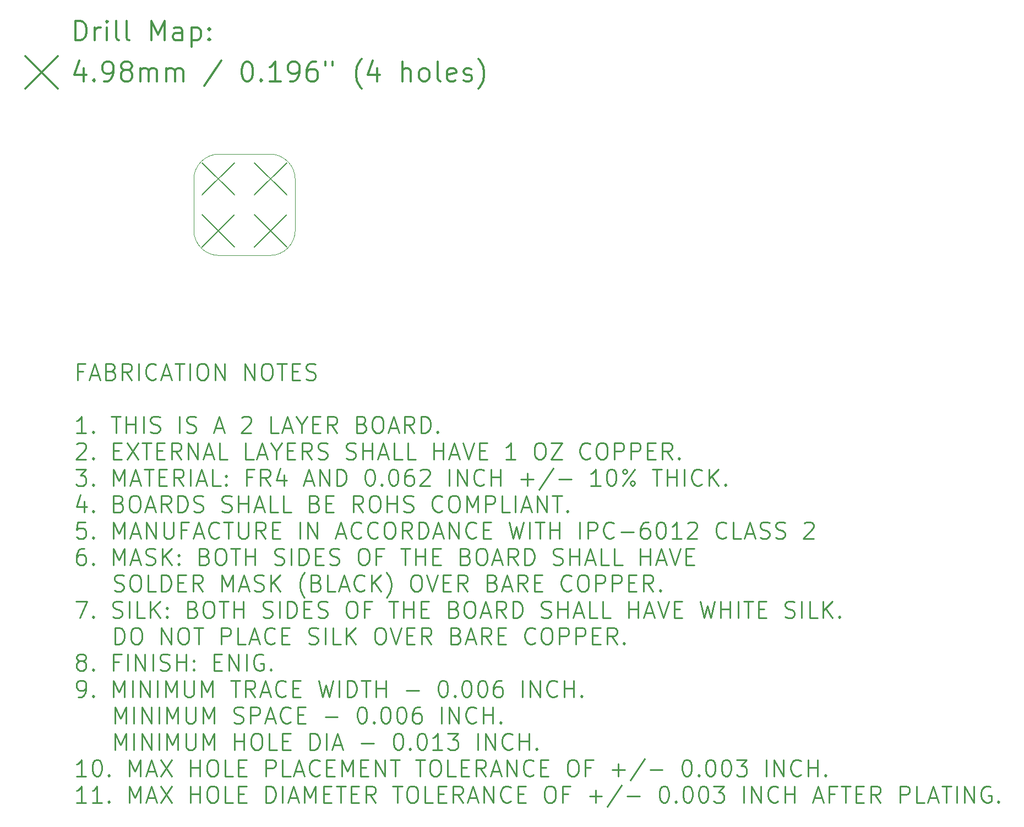
<source format=gbr>
G04 This is an RS-274x file exported by *
G04 gerbv version 2.6.0 *
G04 More information is available about gerbv at *
G04 http://gerbv.gpleda.org/ *
G04 --End of header info--*
%MOIN*%
%FSLAX34Y34*%
%IPPOS*%
G04 --Define apertures--*
%ADD10C,0.0050*%
%ADD11C,0.0079*%
%ADD12C,0.0118*%
%ADD13C,0.0138*%
%ADD14C,0.0016*%
%ADD15C,0.0100*%
G04 --Start main section--*
G54D11*
G01X0008752Y-009244D02*
G01X0010713Y-011205D01*
G01X0010713Y-009244D02*
G01X0008752Y-011205D01*
G01X0008752Y-012394D02*
G01X0010713Y-014354D01*
G01X0010713Y-012394D02*
G01X0008752Y-014354D01*
G01X0011902Y-009244D02*
G01X0013862Y-011205D01*
G01X0013862Y-009244D02*
G01X0011902Y-011205D01*
G01X0011902Y-012394D02*
G01X0013862Y-014354D01*
G01X0013862Y-012394D02*
G01X0011902Y-014354D01*
G54D12*
G01X0001069Y-001834D02*
G01X0001069Y-000652D01*
G01X0001069Y-000652D02*
G01X0001350Y-000652D01*
G01X0001350Y-000652D02*
G01X0001519Y-000709D01*
G01X0001519Y-000709D02*
G01X0001631Y-000821D01*
G01X0001631Y-000821D02*
G01X0001687Y-000934D01*
G01X0001687Y-000934D02*
G01X0001744Y-001159D01*
G01X0001744Y-001159D02*
G01X0001744Y-001327D01*
G01X0001744Y-001327D02*
G01X0001687Y-001552D01*
G01X0001687Y-001552D02*
G01X0001631Y-001665D01*
G01X0001631Y-001665D02*
G01X0001519Y-001777D01*
G01X0001519Y-001777D02*
G01X0001350Y-001834D01*
G01X0001350Y-001834D02*
G01X0001069Y-001834D01*
G01X0002250Y-001834D02*
G01X0002250Y-001046D01*
G01X0002250Y-001271D02*
G01X0002306Y-001159D01*
G01X0002306Y-001159D02*
G01X0002362Y-001102D01*
G01X0002362Y-001102D02*
G01X0002475Y-001046D01*
G01X0002475Y-001046D02*
G01X0002587Y-001046D01*
G01X0002981Y-001834D02*
G01X0002981Y-001046D01*
G01X0002981Y-000652D02*
G01X0002925Y-000709D01*
G01X0002925Y-000709D02*
G01X0002981Y-000765D01*
G01X0002981Y-000765D02*
G01X0003037Y-000709D01*
G01X0003037Y-000709D02*
G01X0002981Y-000652D01*
G01X0002981Y-000652D02*
G01X0002981Y-000765D01*
G01X0003712Y-001834D02*
G01X0003600Y-001777D01*
G01X0003600Y-001777D02*
G01X0003543Y-001665D01*
G01X0003543Y-001665D02*
G01X0003543Y-000652D01*
G01X0004331Y-001834D02*
G01X0004218Y-001777D01*
G01X0004218Y-001777D02*
G01X0004162Y-001665D01*
G01X0004162Y-001665D02*
G01X0004162Y-000652D01*
G01X0005681Y-001834D02*
G01X0005681Y-000652D01*
G01X0005681Y-000652D02*
G01X0006074Y-001496D01*
G01X0006074Y-001496D02*
G01X0006468Y-000652D01*
G01X0006468Y-000652D02*
G01X0006468Y-001834D01*
G01X0007537Y-001834D02*
G01X0007537Y-001215D01*
G01X0007537Y-001215D02*
G01X0007480Y-001102D01*
G01X0007480Y-001102D02*
G01X0007368Y-001046D01*
G01X0007368Y-001046D02*
G01X0007143Y-001046D01*
G01X0007143Y-001046D02*
G01X0007030Y-001102D01*
G01X0007537Y-001777D02*
G01X0007424Y-001834D01*
G01X0007424Y-001834D02*
G01X0007143Y-001834D01*
G01X0007143Y-001834D02*
G01X0007030Y-001777D01*
G01X0007030Y-001777D02*
G01X0006974Y-001665D01*
G01X0006974Y-001665D02*
G01X0006974Y-001552D01*
G01X0006974Y-001552D02*
G01X0007030Y-001440D01*
G01X0007030Y-001440D02*
G01X0007143Y-001384D01*
G01X0007143Y-001384D02*
G01X0007424Y-001384D01*
G01X0007424Y-001384D02*
G01X0007537Y-001327D01*
G01X0008099Y-001046D02*
G01X0008099Y-002227D01*
G01X0008099Y-001102D02*
G01X0008211Y-001046D01*
G01X0008211Y-001046D02*
G01X0008436Y-001046D01*
G01X0008436Y-001046D02*
G01X0008549Y-001102D01*
G01X0008549Y-001102D02*
G01X0008605Y-001159D01*
G01X0008605Y-001159D02*
G01X0008661Y-001271D01*
G01X0008661Y-001271D02*
G01X0008661Y-001609D01*
G01X0008661Y-001609D02*
G01X0008605Y-001721D01*
G01X0008605Y-001721D02*
G01X0008549Y-001777D01*
G01X0008549Y-001777D02*
G01X0008436Y-001834D01*
G01X0008436Y-001834D02*
G01X0008211Y-001834D01*
G01X0008211Y-001834D02*
G01X0008099Y-001777D01*
G01X0009168Y-001721D02*
G01X0009224Y-001777D01*
G01X0009224Y-001777D02*
G01X0009168Y-001834D01*
G01X0009168Y-001834D02*
G01X0009111Y-001777D01*
G01X0009111Y-001777D02*
G01X0009168Y-001721D01*
G01X0009168Y-001721D02*
G01X0009168Y-001834D01*
G01X0009168Y-001102D02*
G01X0009224Y-001159D01*
G01X0009224Y-001159D02*
G01X0009168Y-001215D01*
G01X0009168Y-001215D02*
G01X0009111Y-001159D01*
G01X0009111Y-001159D02*
G01X0009168Y-001102D01*
G01X0009168Y-001102D02*
G01X0009168Y-001215D01*
G01X-001961Y-002799D02*
G01X0000000Y-004760D01*
G01X0000000Y-002799D02*
G01X-001961Y-004760D01*
G01X0001575Y-003526D02*
G01X0001575Y-004314D01*
G01X0001294Y-003076D02*
G01X0001012Y-003920D01*
G01X0001012Y-003920D02*
G01X0001744Y-003920D01*
G01X0002193Y-004201D02*
G01X0002250Y-004258D01*
G01X0002250Y-004258D02*
G01X0002193Y-004314D01*
G01X0002193Y-004314D02*
G01X0002137Y-004258D01*
G01X0002137Y-004258D02*
G01X0002193Y-004201D01*
G01X0002193Y-004201D02*
G01X0002193Y-004314D01*
G01X0002812Y-004314D02*
G01X0003037Y-004314D01*
G01X0003037Y-004314D02*
G01X0003150Y-004258D01*
G01X0003150Y-004258D02*
G01X0003206Y-004201D01*
G01X0003206Y-004201D02*
G01X0003318Y-004033D01*
G01X0003318Y-004033D02*
G01X0003375Y-003808D01*
G01X0003375Y-003808D02*
G01X0003375Y-003358D01*
G01X0003375Y-003358D02*
G01X0003318Y-003245D01*
G01X0003318Y-003245D02*
G01X0003262Y-003189D01*
G01X0003262Y-003189D02*
G01X0003150Y-003133D01*
G01X0003150Y-003133D02*
G01X0002925Y-003133D01*
G01X0002925Y-003133D02*
G01X0002812Y-003189D01*
G01X0002812Y-003189D02*
G01X0002756Y-003245D01*
G01X0002756Y-003245D02*
G01X0002700Y-003358D01*
G01X0002700Y-003358D02*
G01X0002700Y-003639D01*
G01X0002700Y-003639D02*
G01X0002756Y-003751D01*
G01X0002756Y-003751D02*
G01X0002812Y-003808D01*
G01X0002812Y-003808D02*
G01X0002925Y-003864D01*
G01X0002925Y-003864D02*
G01X0003150Y-003864D01*
G01X0003150Y-003864D02*
G01X0003262Y-003808D01*
G01X0003262Y-003808D02*
G01X0003318Y-003751D01*
G01X0003318Y-003751D02*
G01X0003375Y-003639D01*
G01X0004049Y-003639D02*
G01X0003937Y-003583D01*
G01X0003937Y-003583D02*
G01X0003881Y-003526D01*
G01X0003881Y-003526D02*
G01X0003825Y-003414D01*
G01X0003825Y-003414D02*
G01X0003825Y-003358D01*
G01X0003825Y-003358D02*
G01X0003881Y-003245D01*
G01X0003881Y-003245D02*
G01X0003937Y-003189D01*
G01X0003937Y-003189D02*
G01X0004049Y-003133D01*
G01X0004049Y-003133D02*
G01X0004274Y-003133D01*
G01X0004274Y-003133D02*
G01X0004387Y-003189D01*
G01X0004387Y-003189D02*
G01X0004443Y-003245D01*
G01X0004443Y-003245D02*
G01X0004499Y-003358D01*
G01X0004499Y-003358D02*
G01X0004499Y-003414D01*
G01X0004499Y-003414D02*
G01X0004443Y-003526D01*
G01X0004443Y-003526D02*
G01X0004387Y-003583D01*
G01X0004387Y-003583D02*
G01X0004274Y-003639D01*
G01X0004274Y-003639D02*
G01X0004049Y-003639D01*
G01X0004049Y-003639D02*
G01X0003937Y-003695D01*
G01X0003937Y-003695D02*
G01X0003881Y-003751D01*
G01X0003881Y-003751D02*
G01X0003825Y-003864D01*
G01X0003825Y-003864D02*
G01X0003825Y-004089D01*
G01X0003825Y-004089D02*
G01X0003881Y-004201D01*
G01X0003881Y-004201D02*
G01X0003937Y-004258D01*
G01X0003937Y-004258D02*
G01X0004049Y-004314D01*
G01X0004049Y-004314D02*
G01X0004274Y-004314D01*
G01X0004274Y-004314D02*
G01X0004387Y-004258D01*
G01X0004387Y-004258D02*
G01X0004443Y-004201D01*
G01X0004443Y-004201D02*
G01X0004499Y-004089D01*
G01X0004499Y-004089D02*
G01X0004499Y-003864D01*
G01X0004499Y-003864D02*
G01X0004443Y-003751D01*
G01X0004443Y-003751D02*
G01X0004387Y-003695D01*
G01X0004387Y-003695D02*
G01X0004274Y-003639D01*
G01X0005006Y-004314D02*
G01X0005006Y-003526D01*
G01X0005006Y-003639D02*
G01X0005062Y-003583D01*
G01X0005062Y-003583D02*
G01X0005174Y-003526D01*
G01X0005174Y-003526D02*
G01X0005343Y-003526D01*
G01X0005343Y-003526D02*
G01X0005456Y-003583D01*
G01X0005456Y-003583D02*
G01X0005512Y-003695D01*
G01X0005512Y-003695D02*
G01X0005512Y-004314D01*
G01X0005512Y-003695D02*
G01X0005568Y-003583D01*
G01X0005568Y-003583D02*
G01X0005681Y-003526D01*
G01X0005681Y-003526D02*
G01X0005849Y-003526D01*
G01X0005849Y-003526D02*
G01X0005962Y-003583D01*
G01X0005962Y-003583D02*
G01X0006018Y-003695D01*
G01X0006018Y-003695D02*
G01X0006018Y-004314D01*
G01X0006580Y-004314D02*
G01X0006580Y-003526D01*
G01X0006580Y-003639D02*
G01X0006637Y-003583D01*
G01X0006637Y-003583D02*
G01X0006749Y-003526D01*
G01X0006749Y-003526D02*
G01X0006918Y-003526D01*
G01X0006918Y-003526D02*
G01X0007030Y-003583D01*
G01X0007030Y-003583D02*
G01X0007087Y-003695D01*
G01X0007087Y-003695D02*
G01X0007087Y-004314D01*
G01X0007087Y-003695D02*
G01X0007143Y-003583D01*
G01X0007143Y-003583D02*
G01X0007255Y-003526D01*
G01X0007255Y-003526D02*
G01X0007424Y-003526D01*
G01X0007424Y-003526D02*
G01X0007537Y-003583D01*
G01X0007537Y-003583D02*
G01X0007593Y-003695D01*
G01X0007593Y-003695D02*
G01X0007593Y-004314D01*
G01X0009899Y-003076D02*
G01X0008886Y-004595D01*
G01X0011417Y-003133D02*
G01X0011530Y-003133D01*
G01X0011530Y-003133D02*
G01X0011642Y-003189D01*
G01X0011642Y-003189D02*
G01X0011699Y-003245D01*
G01X0011699Y-003245D02*
G01X0011755Y-003358D01*
G01X0011755Y-003358D02*
G01X0011811Y-003583D01*
G01X0011811Y-003583D02*
G01X0011811Y-003864D01*
G01X0011811Y-003864D02*
G01X0011755Y-004089D01*
G01X0011755Y-004089D02*
G01X0011699Y-004201D01*
G01X0011699Y-004201D02*
G01X0011642Y-004258D01*
G01X0011642Y-004258D02*
G01X0011530Y-004314D01*
G01X0011530Y-004314D02*
G01X0011417Y-004314D01*
G01X0011417Y-004314D02*
G01X0011305Y-004258D01*
G01X0011305Y-004258D02*
G01X0011249Y-004201D01*
G01X0011249Y-004201D02*
G01X0011192Y-004089D01*
G01X0011192Y-004089D02*
G01X0011136Y-003864D01*
G01X0011136Y-003864D02*
G01X0011136Y-003583D01*
G01X0011136Y-003583D02*
G01X0011192Y-003358D01*
G01X0011192Y-003358D02*
G01X0011249Y-003245D01*
G01X0011249Y-003245D02*
G01X0011305Y-003189D01*
G01X0011305Y-003189D02*
G01X0011417Y-003133D01*
G01X0012317Y-004201D02*
G01X0012373Y-004258D01*
G01X0012373Y-004258D02*
G01X0012317Y-004314D01*
G01X0012317Y-004314D02*
G01X0012261Y-004258D01*
G01X0012261Y-004258D02*
G01X0012317Y-004201D01*
G01X0012317Y-004201D02*
G01X0012317Y-004314D01*
G01X0013498Y-004314D02*
G01X0012823Y-004314D01*
G01X0013161Y-004314D02*
G01X0013161Y-003133D01*
G01X0013161Y-003133D02*
G01X0013048Y-003301D01*
G01X0013048Y-003301D02*
G01X0012936Y-003414D01*
G01X0012936Y-003414D02*
G01X0012823Y-003470D01*
G01X0014061Y-004314D02*
G01X0014286Y-004314D01*
G01X0014286Y-004314D02*
G01X0014398Y-004258D01*
G01X0014398Y-004258D02*
G01X0014454Y-004201D01*
G01X0014454Y-004201D02*
G01X0014567Y-004033D01*
G01X0014567Y-004033D02*
G01X0014623Y-003808D01*
G01X0014623Y-003808D02*
G01X0014623Y-003358D01*
G01X0014623Y-003358D02*
G01X0014567Y-003245D01*
G01X0014567Y-003245D02*
G01X0014511Y-003189D01*
G01X0014511Y-003189D02*
G01X0014398Y-003133D01*
G01X0014398Y-003133D02*
G01X0014173Y-003133D01*
G01X0014173Y-003133D02*
G01X0014061Y-003189D01*
G01X0014061Y-003189D02*
G01X0014005Y-003245D01*
G01X0014005Y-003245D02*
G01X0013948Y-003358D01*
G01X0013948Y-003358D02*
G01X0013948Y-003639D01*
G01X0013948Y-003639D02*
G01X0014005Y-003751D01*
G01X0014005Y-003751D02*
G01X0014061Y-003808D01*
G01X0014061Y-003808D02*
G01X0014173Y-003864D01*
G01X0014173Y-003864D02*
G01X0014398Y-003864D01*
G01X0014398Y-003864D02*
G01X0014511Y-003808D01*
G01X0014511Y-003808D02*
G01X0014567Y-003751D01*
G01X0014567Y-003751D02*
G01X0014623Y-003639D01*
G01X0015636Y-003133D02*
G01X0015411Y-003133D01*
G01X0015411Y-003133D02*
G01X0015298Y-003189D01*
G01X0015298Y-003189D02*
G01X0015242Y-003245D01*
G01X0015242Y-003245D02*
G01X0015129Y-003414D01*
G01X0015129Y-003414D02*
G01X0015073Y-003639D01*
G01X0015073Y-003639D02*
G01X0015073Y-004089D01*
G01X0015073Y-004089D02*
G01X0015129Y-004201D01*
G01X0015129Y-004201D02*
G01X0015186Y-004258D01*
G01X0015186Y-004258D02*
G01X0015298Y-004314D01*
G01X0015298Y-004314D02*
G01X0015523Y-004314D01*
G01X0015523Y-004314D02*
G01X0015636Y-004258D01*
G01X0015636Y-004258D02*
G01X0015692Y-004201D01*
G01X0015692Y-004201D02*
G01X0015748Y-004089D01*
G01X0015748Y-004089D02*
G01X0015748Y-003808D01*
G01X0015748Y-003808D02*
G01X0015692Y-003695D01*
G01X0015692Y-003695D02*
G01X0015636Y-003639D01*
G01X0015636Y-003639D02*
G01X0015523Y-003583D01*
G01X0015523Y-003583D02*
G01X0015298Y-003583D01*
G01X0015298Y-003583D02*
G01X0015186Y-003639D01*
G01X0015186Y-003639D02*
G01X0015129Y-003695D01*
G01X0015129Y-003695D02*
G01X0015073Y-003808D01*
G01X0016198Y-003133D02*
G01X0016198Y-003358D01*
G01X0016648Y-003133D02*
G01X0016648Y-003358D01*
G01X0018391Y-004764D02*
G01X0018335Y-004708D01*
G01X0018335Y-004708D02*
G01X0018223Y-004539D01*
G01X0018223Y-004539D02*
G01X0018166Y-004426D01*
G01X0018166Y-004426D02*
G01X0018110Y-004258D01*
G01X0018110Y-004258D02*
G01X0018054Y-003976D01*
G01X0018054Y-003976D02*
G01X0018054Y-003751D01*
G01X0018054Y-003751D02*
G01X0018110Y-003470D01*
G01X0018110Y-003470D02*
G01X0018166Y-003301D01*
G01X0018166Y-003301D02*
G01X0018223Y-003189D01*
G01X0018223Y-003189D02*
G01X0018335Y-003020D01*
G01X0018335Y-003020D02*
G01X0018391Y-002964D01*
G01X0019348Y-003526D02*
G01X0019348Y-004314D01*
G01X0019066Y-003076D02*
G01X0018785Y-003920D01*
G01X0018785Y-003920D02*
G01X0019516Y-003920D01*
G01X0020866Y-004314D02*
G01X0020866Y-003133D01*
G01X0021372Y-004314D02*
G01X0021372Y-003695D01*
G01X0021372Y-003695D02*
G01X0021316Y-003583D01*
G01X0021316Y-003583D02*
G01X0021204Y-003526D01*
G01X0021204Y-003526D02*
G01X0021035Y-003526D01*
G01X0021035Y-003526D02*
G01X0020922Y-003583D01*
G01X0020922Y-003583D02*
G01X0020866Y-003639D01*
G01X0022103Y-004314D02*
G01X0021991Y-004258D01*
G01X0021991Y-004258D02*
G01X0021935Y-004201D01*
G01X0021935Y-004201D02*
G01X0021879Y-004089D01*
G01X0021879Y-004089D02*
G01X0021879Y-003751D01*
G01X0021879Y-003751D02*
G01X0021935Y-003639D01*
G01X0021935Y-003639D02*
G01X0021991Y-003583D01*
G01X0021991Y-003583D02*
G01X0022103Y-003526D01*
G01X0022103Y-003526D02*
G01X0022272Y-003526D01*
G01X0022272Y-003526D02*
G01X0022385Y-003583D01*
G01X0022385Y-003583D02*
G01X0022441Y-003639D01*
G01X0022441Y-003639D02*
G01X0022497Y-003751D01*
G01X0022497Y-003751D02*
G01X0022497Y-004089D01*
G01X0022497Y-004089D02*
G01X0022441Y-004201D01*
G01X0022441Y-004201D02*
G01X0022385Y-004258D01*
G01X0022385Y-004258D02*
G01X0022272Y-004314D01*
G01X0022272Y-004314D02*
G01X0022103Y-004314D01*
G01X0023172Y-004314D02*
G01X0023060Y-004258D01*
G01X0023060Y-004258D02*
G01X0023003Y-004145D01*
G01X0023003Y-004145D02*
G01X0023003Y-003133D01*
G01X0024072Y-004258D02*
G01X0023960Y-004314D01*
G01X0023960Y-004314D02*
G01X0023735Y-004314D01*
G01X0023735Y-004314D02*
G01X0023622Y-004258D01*
G01X0023622Y-004258D02*
G01X0023566Y-004145D01*
G01X0023566Y-004145D02*
G01X0023566Y-003695D01*
G01X0023566Y-003695D02*
G01X0023622Y-003583D01*
G01X0023622Y-003583D02*
G01X0023735Y-003526D01*
G01X0023735Y-003526D02*
G01X0023960Y-003526D01*
G01X0023960Y-003526D02*
G01X0024072Y-003583D01*
G01X0024072Y-003583D02*
G01X0024128Y-003695D01*
G01X0024128Y-003695D02*
G01X0024128Y-003808D01*
G01X0024128Y-003808D02*
G01X0023566Y-003920D01*
G01X0024578Y-004258D02*
G01X0024691Y-004314D01*
G01X0024691Y-004314D02*
G01X0024916Y-004314D01*
G01X0024916Y-004314D02*
G01X0025028Y-004258D01*
G01X0025028Y-004258D02*
G01X0025084Y-004145D01*
G01X0025084Y-004145D02*
G01X0025084Y-004089D01*
G01X0025084Y-004089D02*
G01X0025028Y-003976D01*
G01X0025028Y-003976D02*
G01X0024916Y-003920D01*
G01X0024916Y-003920D02*
G01X0024747Y-003920D01*
G01X0024747Y-003920D02*
G01X0024634Y-003864D01*
G01X0024634Y-003864D02*
G01X0024578Y-003751D01*
G01X0024578Y-003751D02*
G01X0024578Y-003695D01*
G01X0024578Y-003695D02*
G01X0024634Y-003583D01*
G01X0024634Y-003583D02*
G01X0024747Y-003526D01*
G01X0024747Y-003526D02*
G01X0024916Y-003526D01*
G01X0024916Y-003526D02*
G01X0025028Y-003583D01*
G01X0025478Y-004764D02*
G01X0025534Y-004708D01*
G01X0025534Y-004708D02*
G01X0025647Y-004539D01*
G01X0025647Y-004539D02*
G01X0025703Y-004426D01*
G01X0025703Y-004426D02*
G01X0025759Y-004258D01*
G01X0025759Y-004258D02*
G01X0025816Y-003976D01*
G01X0025816Y-003976D02*
G01X0025816Y-003751D01*
G01X0025816Y-003751D02*
G01X0025759Y-003470D01*
G01X0025759Y-003470D02*
G01X0025703Y-003301D01*
G01X0025703Y-003301D02*
G01X0025647Y-003189D01*
G01X0025647Y-003189D02*
G01X0025534Y-003020D01*
G01X0025534Y-003020D02*
G01X0025478Y-002964D01*
G01X0000000Y0000000D02*
G54D14*
G01X0012843Y-008728D02*
G01X0009772Y-008728D01*
G01X0012843Y-014870D02*
G01X0009772Y-014870D01*
G01X0014378Y-013335D02*
G01X0014378Y-010264D01*
G01X0008236Y-013335D02*
G01X0008236Y-010264D01*
G01X0014378Y-010264D02*
G75*
G03X0012843Y-008728I-001535J0000000D01*
G01X0012843Y-014870D02*
G75*
G03X0014378Y-013335I0000000J0001535D01*
G01X0008236Y-013335D02*
G75*
G03X0009772Y-014870I0001535J0000000D01*
G01X0009772Y-008728D02*
G75*
G03X0008236Y-010264I0000000J-001535D01*
G01X0000000Y0000000D02*
G54D15*
G01X0001521Y-021889D02*
G01X0001188Y-021889D01*
G01X0001188Y-022412D02*
G01X0001188Y-021412D01*
G01X0001188Y-021412D02*
G01X0001664Y-021412D01*
G01X0001998Y-022127D02*
G01X0002474Y-022127D01*
G01X0001902Y-022412D02*
G01X0002236Y-021412D01*
G01X0002236Y-021412D02*
G01X0002569Y-022412D01*
G01X0003236Y-021889D02*
G01X0003379Y-021936D01*
G01X0003379Y-021936D02*
G01X0003426Y-021984D01*
G01X0003426Y-021984D02*
G01X0003474Y-022079D01*
G01X0003474Y-022079D02*
G01X0003474Y-022222D01*
G01X0003474Y-022222D02*
G01X0003426Y-022317D01*
G01X0003426Y-022317D02*
G01X0003379Y-022365D01*
G01X0003379Y-022365D02*
G01X0003283Y-022412D01*
G01X0003283Y-022412D02*
G01X0002902Y-022412D01*
G01X0002902Y-022412D02*
G01X0002902Y-021412D01*
G01X0002902Y-021412D02*
G01X0003236Y-021412D01*
G01X0003236Y-021412D02*
G01X0003331Y-021460D01*
G01X0003331Y-021460D02*
G01X0003379Y-021508D01*
G01X0003379Y-021508D02*
G01X0003426Y-021603D01*
G01X0003426Y-021603D02*
G01X0003426Y-021698D01*
G01X0003426Y-021698D02*
G01X0003379Y-021793D01*
G01X0003379Y-021793D02*
G01X0003331Y-021841D01*
G01X0003331Y-021841D02*
G01X0003236Y-021889D01*
G01X0003236Y-021889D02*
G01X0002902Y-021889D01*
G01X0004474Y-022412D02*
G01X0004140Y-021936D01*
G01X0003902Y-022412D02*
G01X0003902Y-021412D01*
G01X0003902Y-021412D02*
G01X0004283Y-021412D01*
G01X0004283Y-021412D02*
G01X0004379Y-021460D01*
G01X0004379Y-021460D02*
G01X0004426Y-021508D01*
G01X0004426Y-021508D02*
G01X0004474Y-021603D01*
G01X0004474Y-021603D02*
G01X0004474Y-021746D01*
G01X0004474Y-021746D02*
G01X0004426Y-021841D01*
G01X0004426Y-021841D02*
G01X0004379Y-021889D01*
G01X0004379Y-021889D02*
G01X0004283Y-021936D01*
G01X0004283Y-021936D02*
G01X0003902Y-021936D01*
G01X0004902Y-022412D02*
G01X0004902Y-021412D01*
G01X0005950Y-022317D02*
G01X0005902Y-022365D01*
G01X0005902Y-022365D02*
G01X0005760Y-022412D01*
G01X0005760Y-022412D02*
G01X0005664Y-022412D01*
G01X0005664Y-022412D02*
G01X0005521Y-022365D01*
G01X0005521Y-022365D02*
G01X0005426Y-022270D01*
G01X0005426Y-022270D02*
G01X0005379Y-022174D01*
G01X0005379Y-022174D02*
G01X0005331Y-021984D01*
G01X0005331Y-021984D02*
G01X0005331Y-021841D01*
G01X0005331Y-021841D02*
G01X0005379Y-021650D01*
G01X0005379Y-021650D02*
G01X0005426Y-021555D01*
G01X0005426Y-021555D02*
G01X0005521Y-021460D01*
G01X0005521Y-021460D02*
G01X0005664Y-021412D01*
G01X0005664Y-021412D02*
G01X0005760Y-021412D01*
G01X0005760Y-021412D02*
G01X0005902Y-021460D01*
G01X0005902Y-021460D02*
G01X0005950Y-021508D01*
G01X0006331Y-022127D02*
G01X0006807Y-022127D01*
G01X0006236Y-022412D02*
G01X0006569Y-021412D01*
G01X0006569Y-021412D02*
G01X0006902Y-022412D01*
G01X0007093Y-021412D02*
G01X0007664Y-021412D01*
G01X0007379Y-022412D02*
G01X0007379Y-021412D01*
G01X0007998Y-022412D02*
G01X0007998Y-021412D01*
G01X0008664Y-021412D02*
G01X0008855Y-021412D01*
G01X0008855Y-021412D02*
G01X0008950Y-021460D01*
G01X0008950Y-021460D02*
G01X0009045Y-021555D01*
G01X0009045Y-021555D02*
G01X0009093Y-021746D01*
G01X0009093Y-021746D02*
G01X0009093Y-022079D01*
G01X0009093Y-022079D02*
G01X0009045Y-022270D01*
G01X0009045Y-022270D02*
G01X0008950Y-022365D01*
G01X0008950Y-022365D02*
G01X0008855Y-022412D01*
G01X0008855Y-022412D02*
G01X0008664Y-022412D01*
G01X0008664Y-022412D02*
G01X0008569Y-022365D01*
G01X0008569Y-022365D02*
G01X0008474Y-022270D01*
G01X0008474Y-022270D02*
G01X0008426Y-022079D01*
G01X0008426Y-022079D02*
G01X0008426Y-021746D01*
G01X0008426Y-021746D02*
G01X0008474Y-021555D01*
G01X0008474Y-021555D02*
G01X0008569Y-021460D01*
G01X0008569Y-021460D02*
G01X0008664Y-021412D01*
G01X0009521Y-022412D02*
G01X0009521Y-021412D01*
G01X0009521Y-021412D02*
G01X0010093Y-022412D01*
G01X0010093Y-022412D02*
G01X0010093Y-021412D01*
G01X0011331Y-022412D02*
G01X0011331Y-021412D01*
G01X0011331Y-021412D02*
G01X0011902Y-022412D01*
G01X0011902Y-022412D02*
G01X0011902Y-021412D01*
G01X0012569Y-021412D02*
G01X0012760Y-021412D01*
G01X0012760Y-021412D02*
G01X0012855Y-021460D01*
G01X0012855Y-021460D02*
G01X0012950Y-021555D01*
G01X0012950Y-021555D02*
G01X0012998Y-021746D01*
G01X0012998Y-021746D02*
G01X0012998Y-022079D01*
G01X0012998Y-022079D02*
G01X0012950Y-022270D01*
G01X0012950Y-022270D02*
G01X0012855Y-022365D01*
G01X0012855Y-022365D02*
G01X0012760Y-022412D01*
G01X0012760Y-022412D02*
G01X0012569Y-022412D01*
G01X0012569Y-022412D02*
G01X0012474Y-022365D01*
G01X0012474Y-022365D02*
G01X0012379Y-022270D01*
G01X0012379Y-022270D02*
G01X0012331Y-022079D01*
G01X0012331Y-022079D02*
G01X0012331Y-021746D01*
G01X0012331Y-021746D02*
G01X0012379Y-021555D01*
G01X0012379Y-021555D02*
G01X0012474Y-021460D01*
G01X0012474Y-021460D02*
G01X0012569Y-021412D01*
G01X0013283Y-021412D02*
G01X0013855Y-021412D01*
G01X0013569Y-022412D02*
G01X0013569Y-021412D01*
G01X0014188Y-021889D02*
G01X0014521Y-021889D01*
G01X0014664Y-022412D02*
G01X0014188Y-022412D01*
G01X0014188Y-022412D02*
G01X0014188Y-021412D01*
G01X0014188Y-021412D02*
G01X0014664Y-021412D01*
G01X0015045Y-022365D02*
G01X0015188Y-022412D01*
G01X0015188Y-022412D02*
G01X0015426Y-022412D01*
G01X0015426Y-022412D02*
G01X0015521Y-022365D01*
G01X0015521Y-022365D02*
G01X0015569Y-022317D01*
G01X0015569Y-022317D02*
G01X0015617Y-022222D01*
G01X0015617Y-022222D02*
G01X0015617Y-022127D01*
G01X0015617Y-022127D02*
G01X0015569Y-022031D01*
G01X0015569Y-022031D02*
G01X0015521Y-021984D01*
G01X0015521Y-021984D02*
G01X0015426Y-021936D01*
G01X0015426Y-021936D02*
G01X0015236Y-021889D01*
G01X0015236Y-021889D02*
G01X0015140Y-021841D01*
G01X0015140Y-021841D02*
G01X0015093Y-021793D01*
G01X0015093Y-021793D02*
G01X0015045Y-021698D01*
G01X0015045Y-021698D02*
G01X0015045Y-021603D01*
G01X0015045Y-021603D02*
G01X0015093Y-021508D01*
G01X0015093Y-021508D02*
G01X0015140Y-021460D01*
G01X0015140Y-021460D02*
G01X0015236Y-021412D01*
G01X0015236Y-021412D02*
G01X0015474Y-021412D01*
G01X0015474Y-021412D02*
G01X0015617Y-021460D01*
G01X0001712Y-025612D02*
G01X0001140Y-025612D01*
G01X0001426Y-025612D02*
G01X0001426Y-024612D01*
G01X0001426Y-024612D02*
G01X0001331Y-024755D01*
G01X0001331Y-024755D02*
G01X0001236Y-024850D01*
G01X0001236Y-024850D02*
G01X0001140Y-024898D01*
G01X0002140Y-025517D02*
G01X0002188Y-025565D01*
G01X0002188Y-025565D02*
G01X0002140Y-025612D01*
G01X0002140Y-025612D02*
G01X0002093Y-025565D01*
G01X0002093Y-025565D02*
G01X0002140Y-025517D01*
G01X0002140Y-025517D02*
G01X0002140Y-025612D01*
G01X0003236Y-024612D02*
G01X0003807Y-024612D01*
G01X0003521Y-025612D02*
G01X0003521Y-024612D01*
G01X0004140Y-025612D02*
G01X0004140Y-024612D01*
G01X0004140Y-025089D02*
G01X0004712Y-025089D01*
G01X0004712Y-025612D02*
G01X0004712Y-024612D01*
G01X0005188Y-025612D02*
G01X0005188Y-024612D01*
G01X0005617Y-025565D02*
G01X0005760Y-025612D01*
G01X0005760Y-025612D02*
G01X0005998Y-025612D01*
G01X0005998Y-025612D02*
G01X0006093Y-025565D01*
G01X0006093Y-025565D02*
G01X0006140Y-025517D01*
G01X0006140Y-025517D02*
G01X0006188Y-025422D01*
G01X0006188Y-025422D02*
G01X0006188Y-025327D01*
G01X0006188Y-025327D02*
G01X0006140Y-025231D01*
G01X0006140Y-025231D02*
G01X0006093Y-025184D01*
G01X0006093Y-025184D02*
G01X0005998Y-025136D01*
G01X0005998Y-025136D02*
G01X0005807Y-025089D01*
G01X0005807Y-025089D02*
G01X0005712Y-025041D01*
G01X0005712Y-025041D02*
G01X0005664Y-024993D01*
G01X0005664Y-024993D02*
G01X0005617Y-024898D01*
G01X0005617Y-024898D02*
G01X0005617Y-024803D01*
G01X0005617Y-024803D02*
G01X0005664Y-024708D01*
G01X0005664Y-024708D02*
G01X0005712Y-024660D01*
G01X0005712Y-024660D02*
G01X0005807Y-024612D01*
G01X0005807Y-024612D02*
G01X0006045Y-024612D01*
G01X0006045Y-024612D02*
G01X0006188Y-024660D01*
G01X0007379Y-025612D02*
G01X0007379Y-024612D01*
G01X0007807Y-025565D02*
G01X0007950Y-025612D01*
G01X0007950Y-025612D02*
G01X0008188Y-025612D01*
G01X0008188Y-025612D02*
G01X0008283Y-025565D01*
G01X0008283Y-025565D02*
G01X0008331Y-025517D01*
G01X0008331Y-025517D02*
G01X0008379Y-025422D01*
G01X0008379Y-025422D02*
G01X0008379Y-025327D01*
G01X0008379Y-025327D02*
G01X0008331Y-025231D01*
G01X0008331Y-025231D02*
G01X0008283Y-025184D01*
G01X0008283Y-025184D02*
G01X0008188Y-025136D01*
G01X0008188Y-025136D02*
G01X0007998Y-025089D01*
G01X0007998Y-025089D02*
G01X0007902Y-025041D01*
G01X0007902Y-025041D02*
G01X0007855Y-024993D01*
G01X0007855Y-024993D02*
G01X0007807Y-024898D01*
G01X0007807Y-024898D02*
G01X0007807Y-024803D01*
G01X0007807Y-024803D02*
G01X0007855Y-024708D01*
G01X0007855Y-024708D02*
G01X0007902Y-024660D01*
G01X0007902Y-024660D02*
G01X0007998Y-024612D01*
G01X0007998Y-024612D02*
G01X0008236Y-024612D01*
G01X0008236Y-024612D02*
G01X0008379Y-024660D01*
G01X0009521Y-025327D02*
G01X0009998Y-025327D01*
G01X0009426Y-025612D02*
G01X0009760Y-024612D01*
G01X0009760Y-024612D02*
G01X0010093Y-025612D01*
G01X0011140Y-024708D02*
G01X0011188Y-024660D01*
G01X0011188Y-024660D02*
G01X0011283Y-024612D01*
G01X0011283Y-024612D02*
G01X0011521Y-024612D01*
G01X0011521Y-024612D02*
G01X0011617Y-024660D01*
G01X0011617Y-024660D02*
G01X0011664Y-024708D01*
G01X0011664Y-024708D02*
G01X0011712Y-024803D01*
G01X0011712Y-024803D02*
G01X0011712Y-024898D01*
G01X0011712Y-024898D02*
G01X0011664Y-025041D01*
G01X0011664Y-025041D02*
G01X0011093Y-025612D01*
G01X0011093Y-025612D02*
G01X0011712Y-025612D01*
G01X0013379Y-025612D02*
G01X0012902Y-025612D01*
G01X0012902Y-025612D02*
G01X0012902Y-024612D01*
G01X0013664Y-025327D02*
G01X0014140Y-025327D01*
G01X0013569Y-025612D02*
G01X0013902Y-024612D01*
G01X0013902Y-024612D02*
G01X0014236Y-025612D01*
G01X0014760Y-025136D02*
G01X0014760Y-025612D01*
G01X0014426Y-024612D02*
G01X0014760Y-025136D01*
G01X0014760Y-025136D02*
G01X0015093Y-024612D01*
G01X0015426Y-025089D02*
G01X0015760Y-025089D01*
G01X0015902Y-025612D02*
G01X0015426Y-025612D01*
G01X0015426Y-025612D02*
G01X0015426Y-024612D01*
G01X0015426Y-024612D02*
G01X0015902Y-024612D01*
G01X0016902Y-025612D02*
G01X0016569Y-025136D01*
G01X0016331Y-025612D02*
G01X0016331Y-024612D01*
G01X0016331Y-024612D02*
G01X0016712Y-024612D01*
G01X0016712Y-024612D02*
G01X0016807Y-024660D01*
G01X0016807Y-024660D02*
G01X0016855Y-024708D01*
G01X0016855Y-024708D02*
G01X0016902Y-024803D01*
G01X0016902Y-024803D02*
G01X0016902Y-024946D01*
G01X0016902Y-024946D02*
G01X0016855Y-025041D01*
G01X0016855Y-025041D02*
G01X0016807Y-025089D01*
G01X0016807Y-025089D02*
G01X0016712Y-025136D01*
G01X0016712Y-025136D02*
G01X0016331Y-025136D01*
G01X0018426Y-025089D02*
G01X0018569Y-025136D01*
G01X0018569Y-025136D02*
G01X0018617Y-025184D01*
G01X0018617Y-025184D02*
G01X0018664Y-025279D01*
G01X0018664Y-025279D02*
G01X0018664Y-025422D01*
G01X0018664Y-025422D02*
G01X0018617Y-025517D01*
G01X0018617Y-025517D02*
G01X0018569Y-025565D01*
G01X0018569Y-025565D02*
G01X0018474Y-025612D01*
G01X0018474Y-025612D02*
G01X0018093Y-025612D01*
G01X0018093Y-025612D02*
G01X0018093Y-024612D01*
G01X0018093Y-024612D02*
G01X0018426Y-024612D01*
G01X0018426Y-024612D02*
G01X0018521Y-024660D01*
G01X0018521Y-024660D02*
G01X0018569Y-024708D01*
G01X0018569Y-024708D02*
G01X0018617Y-024803D01*
G01X0018617Y-024803D02*
G01X0018617Y-024898D01*
G01X0018617Y-024898D02*
G01X0018569Y-024993D01*
G01X0018569Y-024993D02*
G01X0018521Y-025041D01*
G01X0018521Y-025041D02*
G01X0018426Y-025089D01*
G01X0018426Y-025089D02*
G01X0018093Y-025089D01*
G01X0019283Y-024612D02*
G01X0019474Y-024612D01*
G01X0019474Y-024612D02*
G01X0019569Y-024660D01*
G01X0019569Y-024660D02*
G01X0019664Y-024755D01*
G01X0019664Y-024755D02*
G01X0019712Y-024946D01*
G01X0019712Y-024946D02*
G01X0019712Y-025279D01*
G01X0019712Y-025279D02*
G01X0019664Y-025470D01*
G01X0019664Y-025470D02*
G01X0019569Y-025565D01*
G01X0019569Y-025565D02*
G01X0019474Y-025612D01*
G01X0019474Y-025612D02*
G01X0019283Y-025612D01*
G01X0019283Y-025612D02*
G01X0019188Y-025565D01*
G01X0019188Y-025565D02*
G01X0019093Y-025470D01*
G01X0019093Y-025470D02*
G01X0019045Y-025279D01*
G01X0019045Y-025279D02*
G01X0019045Y-024946D01*
G01X0019045Y-024946D02*
G01X0019093Y-024755D01*
G01X0019093Y-024755D02*
G01X0019188Y-024660D01*
G01X0019188Y-024660D02*
G01X0019283Y-024612D01*
G01X0020093Y-025327D02*
G01X0020569Y-025327D01*
G01X0019998Y-025612D02*
G01X0020331Y-024612D01*
G01X0020331Y-024612D02*
G01X0020664Y-025612D01*
G01X0021569Y-025612D02*
G01X0021236Y-025136D01*
G01X0020998Y-025612D02*
G01X0020998Y-024612D01*
G01X0020998Y-024612D02*
G01X0021379Y-024612D01*
G01X0021379Y-024612D02*
G01X0021474Y-024660D01*
G01X0021474Y-024660D02*
G01X0021521Y-024708D01*
G01X0021521Y-024708D02*
G01X0021569Y-024803D01*
G01X0021569Y-024803D02*
G01X0021569Y-024946D01*
G01X0021569Y-024946D02*
G01X0021521Y-025041D01*
G01X0021521Y-025041D02*
G01X0021474Y-025089D01*
G01X0021474Y-025089D02*
G01X0021379Y-025136D01*
G01X0021379Y-025136D02*
G01X0020998Y-025136D01*
G01X0021998Y-025612D02*
G01X0021998Y-024612D01*
G01X0021998Y-024612D02*
G01X0022236Y-024612D01*
G01X0022236Y-024612D02*
G01X0022379Y-024660D01*
G01X0022379Y-024660D02*
G01X0022474Y-024755D01*
G01X0022474Y-024755D02*
G01X0022521Y-024850D01*
G01X0022521Y-024850D02*
G01X0022569Y-025041D01*
G01X0022569Y-025041D02*
G01X0022569Y-025184D01*
G01X0022569Y-025184D02*
G01X0022521Y-025374D01*
G01X0022521Y-025374D02*
G01X0022474Y-025470D01*
G01X0022474Y-025470D02*
G01X0022379Y-025565D01*
G01X0022379Y-025565D02*
G01X0022236Y-025612D01*
G01X0022236Y-025612D02*
G01X0021998Y-025612D01*
G01X0022998Y-025517D02*
G01X0023045Y-025565D01*
G01X0023045Y-025565D02*
G01X0022998Y-025612D01*
G01X0022998Y-025612D02*
G01X0022950Y-025565D01*
G01X0022950Y-025565D02*
G01X0022998Y-025517D01*
G01X0022998Y-025517D02*
G01X0022998Y-025612D01*
G01X0001140Y-026308D02*
G01X0001188Y-026260D01*
G01X0001188Y-026260D02*
G01X0001283Y-026212D01*
G01X0001283Y-026212D02*
G01X0001521Y-026212D01*
G01X0001521Y-026212D02*
G01X0001617Y-026260D01*
G01X0001617Y-026260D02*
G01X0001664Y-026308D01*
G01X0001664Y-026308D02*
G01X0001712Y-026403D01*
G01X0001712Y-026403D02*
G01X0001712Y-026498D01*
G01X0001712Y-026498D02*
G01X0001664Y-026641D01*
G01X0001664Y-026641D02*
G01X0001093Y-027212D01*
G01X0001093Y-027212D02*
G01X0001712Y-027212D01*
G01X0002140Y-027117D02*
G01X0002188Y-027165D01*
G01X0002188Y-027165D02*
G01X0002140Y-027212D01*
G01X0002140Y-027212D02*
G01X0002093Y-027165D01*
G01X0002093Y-027165D02*
G01X0002140Y-027117D01*
G01X0002140Y-027117D02*
G01X0002140Y-027212D01*
G01X0003379Y-026689D02*
G01X0003712Y-026689D01*
G01X0003855Y-027212D02*
G01X0003379Y-027212D01*
G01X0003379Y-027212D02*
G01X0003379Y-026212D01*
G01X0003379Y-026212D02*
G01X0003855Y-026212D01*
G01X0004188Y-026212D02*
G01X0004855Y-027212D01*
G01X0004855Y-026212D02*
G01X0004188Y-027212D01*
G01X0005093Y-026212D02*
G01X0005664Y-026212D01*
G01X0005379Y-027212D02*
G01X0005379Y-026212D01*
G01X0005998Y-026689D02*
G01X0006331Y-026689D01*
G01X0006474Y-027212D02*
G01X0005998Y-027212D01*
G01X0005998Y-027212D02*
G01X0005998Y-026212D01*
G01X0005998Y-026212D02*
G01X0006474Y-026212D01*
G01X0007474Y-027212D02*
G01X0007140Y-026736D01*
G01X0006902Y-027212D02*
G01X0006902Y-026212D01*
G01X0006902Y-026212D02*
G01X0007283Y-026212D01*
G01X0007283Y-026212D02*
G01X0007379Y-026260D01*
G01X0007379Y-026260D02*
G01X0007426Y-026308D01*
G01X0007426Y-026308D02*
G01X0007474Y-026403D01*
G01X0007474Y-026403D02*
G01X0007474Y-026546D01*
G01X0007474Y-026546D02*
G01X0007426Y-026641D01*
G01X0007426Y-026641D02*
G01X0007379Y-026689D01*
G01X0007379Y-026689D02*
G01X0007283Y-026736D01*
G01X0007283Y-026736D02*
G01X0006902Y-026736D01*
G01X0007902Y-027212D02*
G01X0007902Y-026212D01*
G01X0007902Y-026212D02*
G01X0008474Y-027212D01*
G01X0008474Y-027212D02*
G01X0008474Y-026212D01*
G01X0008902Y-026927D02*
G01X0009379Y-026927D01*
G01X0008807Y-027212D02*
G01X0009140Y-026212D01*
G01X0009140Y-026212D02*
G01X0009474Y-027212D01*
G01X0010283Y-027212D02*
G01X0009807Y-027212D01*
G01X0009807Y-027212D02*
G01X0009807Y-026212D01*
G01X0011855Y-027212D02*
G01X0011379Y-027212D01*
G01X0011379Y-027212D02*
G01X0011379Y-026212D01*
G01X0012140Y-026927D02*
G01X0012617Y-026927D01*
G01X0012045Y-027212D02*
G01X0012379Y-026212D01*
G01X0012379Y-026212D02*
G01X0012712Y-027212D01*
G01X0013236Y-026736D02*
G01X0013236Y-027212D01*
G01X0012902Y-026212D02*
G01X0013236Y-026736D01*
G01X0013236Y-026736D02*
G01X0013569Y-026212D01*
G01X0013902Y-026689D02*
G01X0014236Y-026689D01*
G01X0014379Y-027212D02*
G01X0013902Y-027212D01*
G01X0013902Y-027212D02*
G01X0013902Y-026212D01*
G01X0013902Y-026212D02*
G01X0014379Y-026212D01*
G01X0015379Y-027212D02*
G01X0015045Y-026736D01*
G01X0014807Y-027212D02*
G01X0014807Y-026212D01*
G01X0014807Y-026212D02*
G01X0015188Y-026212D01*
G01X0015188Y-026212D02*
G01X0015283Y-026260D01*
G01X0015283Y-026260D02*
G01X0015331Y-026308D01*
G01X0015331Y-026308D02*
G01X0015379Y-026403D01*
G01X0015379Y-026403D02*
G01X0015379Y-026546D01*
G01X0015379Y-026546D02*
G01X0015331Y-026641D01*
G01X0015331Y-026641D02*
G01X0015283Y-026689D01*
G01X0015283Y-026689D02*
G01X0015188Y-026736D01*
G01X0015188Y-026736D02*
G01X0014807Y-026736D01*
G01X0015760Y-027165D02*
G01X0015902Y-027212D01*
G01X0015902Y-027212D02*
G01X0016140Y-027212D01*
G01X0016140Y-027212D02*
G01X0016236Y-027165D01*
G01X0016236Y-027165D02*
G01X0016283Y-027117D01*
G01X0016283Y-027117D02*
G01X0016331Y-027022D01*
G01X0016331Y-027022D02*
G01X0016331Y-026927D01*
G01X0016331Y-026927D02*
G01X0016283Y-026831D01*
G01X0016283Y-026831D02*
G01X0016236Y-026784D01*
G01X0016236Y-026784D02*
G01X0016140Y-026736D01*
G01X0016140Y-026736D02*
G01X0015950Y-026689D01*
G01X0015950Y-026689D02*
G01X0015855Y-026641D01*
G01X0015855Y-026641D02*
G01X0015807Y-026593D01*
G01X0015807Y-026593D02*
G01X0015760Y-026498D01*
G01X0015760Y-026498D02*
G01X0015760Y-026403D01*
G01X0015760Y-026403D02*
G01X0015807Y-026308D01*
G01X0015807Y-026308D02*
G01X0015855Y-026260D01*
G01X0015855Y-026260D02*
G01X0015950Y-026212D01*
G01X0015950Y-026212D02*
G01X0016188Y-026212D01*
G01X0016188Y-026212D02*
G01X0016331Y-026260D01*
G01X0017474Y-027165D02*
G01X0017617Y-027212D01*
G01X0017617Y-027212D02*
G01X0017855Y-027212D01*
G01X0017855Y-027212D02*
G01X0017950Y-027165D01*
G01X0017950Y-027165D02*
G01X0017998Y-027117D01*
G01X0017998Y-027117D02*
G01X0018045Y-027022D01*
G01X0018045Y-027022D02*
G01X0018045Y-026927D01*
G01X0018045Y-026927D02*
G01X0017998Y-026831D01*
G01X0017998Y-026831D02*
G01X0017950Y-026784D01*
G01X0017950Y-026784D02*
G01X0017855Y-026736D01*
G01X0017855Y-026736D02*
G01X0017664Y-026689D01*
G01X0017664Y-026689D02*
G01X0017569Y-026641D01*
G01X0017569Y-026641D02*
G01X0017521Y-026593D01*
G01X0017521Y-026593D02*
G01X0017474Y-026498D01*
G01X0017474Y-026498D02*
G01X0017474Y-026403D01*
G01X0017474Y-026403D02*
G01X0017521Y-026308D01*
G01X0017521Y-026308D02*
G01X0017569Y-026260D01*
G01X0017569Y-026260D02*
G01X0017664Y-026212D01*
G01X0017664Y-026212D02*
G01X0017902Y-026212D01*
G01X0017902Y-026212D02*
G01X0018045Y-026260D01*
G01X0018474Y-027212D02*
G01X0018474Y-026212D01*
G01X0018474Y-026689D02*
G01X0019045Y-026689D01*
G01X0019045Y-027212D02*
G01X0019045Y-026212D01*
G01X0019474Y-026927D02*
G01X0019950Y-026927D01*
G01X0019379Y-027212D02*
G01X0019712Y-026212D01*
G01X0019712Y-026212D02*
G01X0020045Y-027212D01*
G01X0020855Y-027212D02*
G01X0020379Y-027212D01*
G01X0020379Y-027212D02*
G01X0020379Y-026212D01*
G01X0021664Y-027212D02*
G01X0021188Y-027212D01*
G01X0021188Y-027212D02*
G01X0021188Y-026212D01*
G01X0022760Y-027212D02*
G01X0022760Y-026212D01*
G01X0022760Y-026689D02*
G01X0023331Y-026689D01*
G01X0023331Y-027212D02*
G01X0023331Y-026212D01*
G01X0023760Y-026927D02*
G01X0024236Y-026927D01*
G01X0023664Y-027212D02*
G01X0023998Y-026212D01*
G01X0023998Y-026212D02*
G01X0024331Y-027212D01*
G01X0024521Y-026212D02*
G01X0024855Y-027212D01*
G01X0024855Y-027212D02*
G01X0025188Y-026212D01*
G01X0025521Y-026689D02*
G01X0025855Y-026689D01*
G01X0025998Y-027212D02*
G01X0025521Y-027212D01*
G01X0025521Y-027212D02*
G01X0025521Y-026212D01*
G01X0025521Y-026212D02*
G01X0025998Y-026212D01*
G01X0027712Y-027212D02*
G01X0027140Y-027212D01*
G01X0027426Y-027212D02*
G01X0027426Y-026212D01*
G01X0027426Y-026212D02*
G01X0027331Y-026355D01*
G01X0027331Y-026355D02*
G01X0027236Y-026450D01*
G01X0027236Y-026450D02*
G01X0027140Y-026498D01*
G01X0029093Y-026212D02*
G01X0029283Y-026212D01*
G01X0029283Y-026212D02*
G01X0029379Y-026260D01*
G01X0029379Y-026260D02*
G01X0029474Y-026355D01*
G01X0029474Y-026355D02*
G01X0029521Y-026546D01*
G01X0029521Y-026546D02*
G01X0029521Y-026879D01*
G01X0029521Y-026879D02*
G01X0029474Y-027070D01*
G01X0029474Y-027070D02*
G01X0029379Y-027165D01*
G01X0029379Y-027165D02*
G01X0029283Y-027212D01*
G01X0029283Y-027212D02*
G01X0029093Y-027212D01*
G01X0029093Y-027212D02*
G01X0028998Y-027165D01*
G01X0028998Y-027165D02*
G01X0028902Y-027070D01*
G01X0028902Y-027070D02*
G01X0028855Y-026879D01*
G01X0028855Y-026879D02*
G01X0028855Y-026546D01*
G01X0028855Y-026546D02*
G01X0028902Y-026355D01*
G01X0028902Y-026355D02*
G01X0028998Y-026260D01*
G01X0028998Y-026260D02*
G01X0029093Y-026212D01*
G01X0029855Y-026212D02*
G01X0030521Y-026212D01*
G01X0030521Y-026212D02*
G01X0029855Y-027212D01*
G01X0029855Y-027212D02*
G01X0030521Y-027212D01*
G01X0032236Y-027117D02*
G01X0032188Y-027165D01*
G01X0032188Y-027165D02*
G01X0032045Y-027212D01*
G01X0032045Y-027212D02*
G01X0031950Y-027212D01*
G01X0031950Y-027212D02*
G01X0031807Y-027165D01*
G01X0031807Y-027165D02*
G01X0031712Y-027070D01*
G01X0031712Y-027070D02*
G01X0031664Y-026974D01*
G01X0031664Y-026974D02*
G01X0031617Y-026784D01*
G01X0031617Y-026784D02*
G01X0031617Y-026641D01*
G01X0031617Y-026641D02*
G01X0031664Y-026450D01*
G01X0031664Y-026450D02*
G01X0031712Y-026355D01*
G01X0031712Y-026355D02*
G01X0031807Y-026260D01*
G01X0031807Y-026260D02*
G01X0031950Y-026212D01*
G01X0031950Y-026212D02*
G01X0032045Y-026212D01*
G01X0032045Y-026212D02*
G01X0032188Y-026260D01*
G01X0032188Y-026260D02*
G01X0032236Y-026308D01*
G01X0032855Y-026212D02*
G01X0033045Y-026212D01*
G01X0033045Y-026212D02*
G01X0033140Y-026260D01*
G01X0033140Y-026260D02*
G01X0033236Y-026355D01*
G01X0033236Y-026355D02*
G01X0033283Y-026546D01*
G01X0033283Y-026546D02*
G01X0033283Y-026879D01*
G01X0033283Y-026879D02*
G01X0033236Y-027070D01*
G01X0033236Y-027070D02*
G01X0033140Y-027165D01*
G01X0033140Y-027165D02*
G01X0033045Y-027212D01*
G01X0033045Y-027212D02*
G01X0032855Y-027212D01*
G01X0032855Y-027212D02*
G01X0032760Y-027165D01*
G01X0032760Y-027165D02*
G01X0032664Y-027070D01*
G01X0032664Y-027070D02*
G01X0032617Y-026879D01*
G01X0032617Y-026879D02*
G01X0032617Y-026546D01*
G01X0032617Y-026546D02*
G01X0032664Y-026355D01*
G01X0032664Y-026355D02*
G01X0032760Y-026260D01*
G01X0032760Y-026260D02*
G01X0032855Y-026212D01*
G01X0033712Y-027212D02*
G01X0033712Y-026212D01*
G01X0033712Y-026212D02*
G01X0034093Y-026212D01*
G01X0034093Y-026212D02*
G01X0034188Y-026260D01*
G01X0034188Y-026260D02*
G01X0034236Y-026308D01*
G01X0034236Y-026308D02*
G01X0034283Y-026403D01*
G01X0034283Y-026403D02*
G01X0034283Y-026546D01*
G01X0034283Y-026546D02*
G01X0034236Y-026641D01*
G01X0034236Y-026641D02*
G01X0034188Y-026689D01*
G01X0034188Y-026689D02*
G01X0034093Y-026736D01*
G01X0034093Y-026736D02*
G01X0033712Y-026736D01*
G01X0034712Y-027212D02*
G01X0034712Y-026212D01*
G01X0034712Y-026212D02*
G01X0035093Y-026212D01*
G01X0035093Y-026212D02*
G01X0035188Y-026260D01*
G01X0035188Y-026260D02*
G01X0035236Y-026308D01*
G01X0035236Y-026308D02*
G01X0035283Y-026403D01*
G01X0035283Y-026403D02*
G01X0035283Y-026546D01*
G01X0035283Y-026546D02*
G01X0035236Y-026641D01*
G01X0035236Y-026641D02*
G01X0035188Y-026689D01*
G01X0035188Y-026689D02*
G01X0035093Y-026736D01*
G01X0035093Y-026736D02*
G01X0034712Y-026736D01*
G01X0035712Y-026689D02*
G01X0036045Y-026689D01*
G01X0036188Y-027212D02*
G01X0035712Y-027212D01*
G01X0035712Y-027212D02*
G01X0035712Y-026212D01*
G01X0035712Y-026212D02*
G01X0036188Y-026212D01*
G01X0037188Y-027212D02*
G01X0036855Y-026736D01*
G01X0036617Y-027212D02*
G01X0036617Y-026212D01*
G01X0036617Y-026212D02*
G01X0036998Y-026212D01*
G01X0036998Y-026212D02*
G01X0037093Y-026260D01*
G01X0037093Y-026260D02*
G01X0037140Y-026308D01*
G01X0037140Y-026308D02*
G01X0037188Y-026403D01*
G01X0037188Y-026403D02*
G01X0037188Y-026546D01*
G01X0037188Y-026546D02*
G01X0037140Y-026641D01*
G01X0037140Y-026641D02*
G01X0037093Y-026689D01*
G01X0037093Y-026689D02*
G01X0036998Y-026736D01*
G01X0036998Y-026736D02*
G01X0036617Y-026736D01*
G01X0037617Y-027117D02*
G01X0037664Y-027165D01*
G01X0037664Y-027165D02*
G01X0037617Y-027212D01*
G01X0037617Y-027212D02*
G01X0037569Y-027165D01*
G01X0037569Y-027165D02*
G01X0037617Y-027117D01*
G01X0037617Y-027117D02*
G01X0037617Y-027212D01*
G01X0001093Y-027812D02*
G01X0001712Y-027812D01*
G01X0001712Y-027812D02*
G01X0001379Y-028193D01*
G01X0001379Y-028193D02*
G01X0001521Y-028193D01*
G01X0001521Y-028193D02*
G01X0001617Y-028241D01*
G01X0001617Y-028241D02*
G01X0001664Y-028289D01*
G01X0001664Y-028289D02*
G01X0001712Y-028384D01*
G01X0001712Y-028384D02*
G01X0001712Y-028622D01*
G01X0001712Y-028622D02*
G01X0001664Y-028717D01*
G01X0001664Y-028717D02*
G01X0001617Y-028765D01*
G01X0001617Y-028765D02*
G01X0001521Y-028812D01*
G01X0001521Y-028812D02*
G01X0001236Y-028812D01*
G01X0001236Y-028812D02*
G01X0001140Y-028765D01*
G01X0001140Y-028765D02*
G01X0001093Y-028717D01*
G01X0002140Y-028717D02*
G01X0002188Y-028765D01*
G01X0002188Y-028765D02*
G01X0002140Y-028812D01*
G01X0002140Y-028812D02*
G01X0002093Y-028765D01*
G01X0002093Y-028765D02*
G01X0002140Y-028717D01*
G01X0002140Y-028717D02*
G01X0002140Y-028812D01*
G01X0003379Y-028812D02*
G01X0003379Y-027812D01*
G01X0003379Y-027812D02*
G01X0003712Y-028527D01*
G01X0003712Y-028527D02*
G01X0004045Y-027812D01*
G01X0004045Y-027812D02*
G01X0004045Y-028812D01*
G01X0004474Y-028527D02*
G01X0004950Y-028527D01*
G01X0004379Y-028812D02*
G01X0004712Y-027812D01*
G01X0004712Y-027812D02*
G01X0005045Y-028812D01*
G01X0005236Y-027812D02*
G01X0005807Y-027812D01*
G01X0005521Y-028812D02*
G01X0005521Y-027812D01*
G01X0006140Y-028289D02*
G01X0006474Y-028289D01*
G01X0006617Y-028812D02*
G01X0006140Y-028812D01*
G01X0006140Y-028812D02*
G01X0006140Y-027812D01*
G01X0006140Y-027812D02*
G01X0006617Y-027812D01*
G01X0007617Y-028812D02*
G01X0007283Y-028336D01*
G01X0007045Y-028812D02*
G01X0007045Y-027812D01*
G01X0007045Y-027812D02*
G01X0007426Y-027812D01*
G01X0007426Y-027812D02*
G01X0007521Y-027860D01*
G01X0007521Y-027860D02*
G01X0007569Y-027908D01*
G01X0007569Y-027908D02*
G01X0007617Y-028003D01*
G01X0007617Y-028003D02*
G01X0007617Y-028146D01*
G01X0007617Y-028146D02*
G01X0007569Y-028241D01*
G01X0007569Y-028241D02*
G01X0007521Y-028289D01*
G01X0007521Y-028289D02*
G01X0007426Y-028336D01*
G01X0007426Y-028336D02*
G01X0007045Y-028336D01*
G01X0008045Y-028812D02*
G01X0008045Y-027812D01*
G01X0008474Y-028527D02*
G01X0008950Y-028527D01*
G01X0008379Y-028812D02*
G01X0008712Y-027812D01*
G01X0008712Y-027812D02*
G01X0009045Y-028812D01*
G01X0009855Y-028812D02*
G01X0009379Y-028812D01*
G01X0009379Y-028812D02*
G01X0009379Y-027812D01*
G01X0010188Y-028717D02*
G01X0010236Y-028765D01*
G01X0010236Y-028765D02*
G01X0010188Y-028812D01*
G01X0010188Y-028812D02*
G01X0010140Y-028765D01*
G01X0010140Y-028765D02*
G01X0010188Y-028717D01*
G01X0010188Y-028717D02*
G01X0010188Y-028812D01*
G01X0010188Y-028193D02*
G01X0010236Y-028241D01*
G01X0010236Y-028241D02*
G01X0010188Y-028289D01*
G01X0010188Y-028289D02*
G01X0010140Y-028241D01*
G01X0010140Y-028241D02*
G01X0010188Y-028193D01*
G01X0010188Y-028193D02*
G01X0010188Y-028289D01*
G01X0011760Y-028289D02*
G01X0011426Y-028289D01*
G01X0011426Y-028812D02*
G01X0011426Y-027812D01*
G01X0011426Y-027812D02*
G01X0011902Y-027812D01*
G01X0012855Y-028812D02*
G01X0012521Y-028336D01*
G01X0012283Y-028812D02*
G01X0012283Y-027812D01*
G01X0012283Y-027812D02*
G01X0012664Y-027812D01*
G01X0012664Y-027812D02*
G01X0012760Y-027860D01*
G01X0012760Y-027860D02*
G01X0012807Y-027908D01*
G01X0012807Y-027908D02*
G01X0012855Y-028003D01*
G01X0012855Y-028003D02*
G01X0012855Y-028146D01*
G01X0012855Y-028146D02*
G01X0012807Y-028241D01*
G01X0012807Y-028241D02*
G01X0012760Y-028289D01*
G01X0012760Y-028289D02*
G01X0012664Y-028336D01*
G01X0012664Y-028336D02*
G01X0012283Y-028336D01*
G01X0013712Y-028146D02*
G01X0013712Y-028812D01*
G01X0013474Y-027765D02*
G01X0013236Y-028479D01*
G01X0013236Y-028479D02*
G01X0013855Y-028479D01*
G01X0014950Y-028527D02*
G01X0015426Y-028527D01*
G01X0014855Y-028812D02*
G01X0015188Y-027812D01*
G01X0015188Y-027812D02*
G01X0015521Y-028812D01*
G01X0015855Y-028812D02*
G01X0015855Y-027812D01*
G01X0015855Y-027812D02*
G01X0016426Y-028812D01*
G01X0016426Y-028812D02*
G01X0016426Y-027812D01*
G01X0016902Y-028812D02*
G01X0016902Y-027812D01*
G01X0016902Y-027812D02*
G01X0017140Y-027812D01*
G01X0017140Y-027812D02*
G01X0017283Y-027860D01*
G01X0017283Y-027860D02*
G01X0017379Y-027955D01*
G01X0017379Y-027955D02*
G01X0017426Y-028050D01*
G01X0017426Y-028050D02*
G01X0017474Y-028241D01*
G01X0017474Y-028241D02*
G01X0017474Y-028384D01*
G01X0017474Y-028384D02*
G01X0017426Y-028574D01*
G01X0017426Y-028574D02*
G01X0017379Y-028670D01*
G01X0017379Y-028670D02*
G01X0017283Y-028765D01*
G01X0017283Y-028765D02*
G01X0017140Y-028812D01*
G01X0017140Y-028812D02*
G01X0016902Y-028812D01*
G01X0018855Y-027812D02*
G01X0018950Y-027812D01*
G01X0018950Y-027812D02*
G01X0019045Y-027860D01*
G01X0019045Y-027860D02*
G01X0019093Y-027908D01*
G01X0019093Y-027908D02*
G01X0019140Y-028003D01*
G01X0019140Y-028003D02*
G01X0019188Y-028193D01*
G01X0019188Y-028193D02*
G01X0019188Y-028431D01*
G01X0019188Y-028431D02*
G01X0019140Y-028622D01*
G01X0019140Y-028622D02*
G01X0019093Y-028717D01*
G01X0019093Y-028717D02*
G01X0019045Y-028765D01*
G01X0019045Y-028765D02*
G01X0018950Y-028812D01*
G01X0018950Y-028812D02*
G01X0018855Y-028812D01*
G01X0018855Y-028812D02*
G01X0018760Y-028765D01*
G01X0018760Y-028765D02*
G01X0018712Y-028717D01*
G01X0018712Y-028717D02*
G01X0018664Y-028622D01*
G01X0018664Y-028622D02*
G01X0018617Y-028431D01*
G01X0018617Y-028431D02*
G01X0018617Y-028193D01*
G01X0018617Y-028193D02*
G01X0018664Y-028003D01*
G01X0018664Y-028003D02*
G01X0018712Y-027908D01*
G01X0018712Y-027908D02*
G01X0018760Y-027860D01*
G01X0018760Y-027860D02*
G01X0018855Y-027812D01*
G01X0019617Y-028717D02*
G01X0019664Y-028765D01*
G01X0019664Y-028765D02*
G01X0019617Y-028812D01*
G01X0019617Y-028812D02*
G01X0019569Y-028765D01*
G01X0019569Y-028765D02*
G01X0019617Y-028717D01*
G01X0019617Y-028717D02*
G01X0019617Y-028812D01*
G01X0020283Y-027812D02*
G01X0020379Y-027812D01*
G01X0020379Y-027812D02*
G01X0020474Y-027860D01*
G01X0020474Y-027860D02*
G01X0020521Y-027908D01*
G01X0020521Y-027908D02*
G01X0020569Y-028003D01*
G01X0020569Y-028003D02*
G01X0020617Y-028193D01*
G01X0020617Y-028193D02*
G01X0020617Y-028431D01*
G01X0020617Y-028431D02*
G01X0020569Y-028622D01*
G01X0020569Y-028622D02*
G01X0020521Y-028717D01*
G01X0020521Y-028717D02*
G01X0020474Y-028765D01*
G01X0020474Y-028765D02*
G01X0020379Y-028812D01*
G01X0020379Y-028812D02*
G01X0020283Y-028812D01*
G01X0020283Y-028812D02*
G01X0020188Y-028765D01*
G01X0020188Y-028765D02*
G01X0020140Y-028717D01*
G01X0020140Y-028717D02*
G01X0020093Y-028622D01*
G01X0020093Y-028622D02*
G01X0020045Y-028431D01*
G01X0020045Y-028431D02*
G01X0020045Y-028193D01*
G01X0020045Y-028193D02*
G01X0020093Y-028003D01*
G01X0020093Y-028003D02*
G01X0020140Y-027908D01*
G01X0020140Y-027908D02*
G01X0020188Y-027860D01*
G01X0020188Y-027860D02*
G01X0020283Y-027812D01*
G01X0021474Y-027812D02*
G01X0021283Y-027812D01*
G01X0021283Y-027812D02*
G01X0021188Y-027860D01*
G01X0021188Y-027860D02*
G01X0021140Y-027908D01*
G01X0021140Y-027908D02*
G01X0021045Y-028050D01*
G01X0021045Y-028050D02*
G01X0020998Y-028241D01*
G01X0020998Y-028241D02*
G01X0020998Y-028622D01*
G01X0020998Y-028622D02*
G01X0021045Y-028717D01*
G01X0021045Y-028717D02*
G01X0021093Y-028765D01*
G01X0021093Y-028765D02*
G01X0021188Y-028812D01*
G01X0021188Y-028812D02*
G01X0021379Y-028812D01*
G01X0021379Y-028812D02*
G01X0021474Y-028765D01*
G01X0021474Y-028765D02*
G01X0021521Y-028717D01*
G01X0021521Y-028717D02*
G01X0021569Y-028622D01*
G01X0021569Y-028622D02*
G01X0021569Y-028384D01*
G01X0021569Y-028384D02*
G01X0021521Y-028289D01*
G01X0021521Y-028289D02*
G01X0021474Y-028241D01*
G01X0021474Y-028241D02*
G01X0021379Y-028193D01*
G01X0021379Y-028193D02*
G01X0021188Y-028193D01*
G01X0021188Y-028193D02*
G01X0021093Y-028241D01*
G01X0021093Y-028241D02*
G01X0021045Y-028289D01*
G01X0021045Y-028289D02*
G01X0020998Y-028384D01*
G01X0021950Y-027908D02*
G01X0021998Y-027860D01*
G01X0021998Y-027860D02*
G01X0022093Y-027812D01*
G01X0022093Y-027812D02*
G01X0022331Y-027812D01*
G01X0022331Y-027812D02*
G01X0022426Y-027860D01*
G01X0022426Y-027860D02*
G01X0022474Y-027908D01*
G01X0022474Y-027908D02*
G01X0022521Y-028003D01*
G01X0022521Y-028003D02*
G01X0022521Y-028098D01*
G01X0022521Y-028098D02*
G01X0022474Y-028241D01*
G01X0022474Y-028241D02*
G01X0021902Y-028812D01*
G01X0021902Y-028812D02*
G01X0022521Y-028812D01*
G01X0023712Y-028812D02*
G01X0023712Y-027812D01*
G01X0024188Y-028812D02*
G01X0024188Y-027812D01*
G01X0024188Y-027812D02*
G01X0024760Y-028812D01*
G01X0024760Y-028812D02*
G01X0024760Y-027812D01*
G01X0025807Y-028717D02*
G01X0025760Y-028765D01*
G01X0025760Y-028765D02*
G01X0025617Y-028812D01*
G01X0025617Y-028812D02*
G01X0025521Y-028812D01*
G01X0025521Y-028812D02*
G01X0025379Y-028765D01*
G01X0025379Y-028765D02*
G01X0025283Y-028670D01*
G01X0025283Y-028670D02*
G01X0025236Y-028574D01*
G01X0025236Y-028574D02*
G01X0025188Y-028384D01*
G01X0025188Y-028384D02*
G01X0025188Y-028241D01*
G01X0025188Y-028241D02*
G01X0025236Y-028050D01*
G01X0025236Y-028050D02*
G01X0025283Y-027955D01*
G01X0025283Y-027955D02*
G01X0025379Y-027860D01*
G01X0025379Y-027860D02*
G01X0025521Y-027812D01*
G01X0025521Y-027812D02*
G01X0025617Y-027812D01*
G01X0025617Y-027812D02*
G01X0025760Y-027860D01*
G01X0025760Y-027860D02*
G01X0025807Y-027908D01*
G01X0026236Y-028812D02*
G01X0026236Y-027812D01*
G01X0026236Y-028289D02*
G01X0026807Y-028289D01*
G01X0026807Y-028812D02*
G01X0026807Y-027812D01*
G01X0028045Y-028431D02*
G01X0028807Y-028431D01*
G01X0028426Y-028812D02*
G01X0028426Y-028050D01*
G01X0029998Y-027765D02*
G01X0029140Y-029050D01*
G01X0030331Y-028431D02*
G01X0031093Y-028431D01*
G01X0032855Y-028812D02*
G01X0032283Y-028812D01*
G01X0032569Y-028812D02*
G01X0032569Y-027812D01*
G01X0032569Y-027812D02*
G01X0032474Y-027955D01*
G01X0032474Y-027955D02*
G01X0032379Y-028050D01*
G01X0032379Y-028050D02*
G01X0032283Y-028098D01*
G01X0033474Y-027812D02*
G01X0033569Y-027812D01*
G01X0033569Y-027812D02*
G01X0033664Y-027860D01*
G01X0033664Y-027860D02*
G01X0033712Y-027908D01*
G01X0033712Y-027908D02*
G01X0033760Y-028003D01*
G01X0033760Y-028003D02*
G01X0033807Y-028193D01*
G01X0033807Y-028193D02*
G01X0033807Y-028431D01*
G01X0033807Y-028431D02*
G01X0033760Y-028622D01*
G01X0033760Y-028622D02*
G01X0033712Y-028717D01*
G01X0033712Y-028717D02*
G01X0033664Y-028765D01*
G01X0033664Y-028765D02*
G01X0033569Y-028812D01*
G01X0033569Y-028812D02*
G01X0033474Y-028812D01*
G01X0033474Y-028812D02*
G01X0033379Y-028765D01*
G01X0033379Y-028765D02*
G01X0033331Y-028717D01*
G01X0033331Y-028717D02*
G01X0033283Y-028622D01*
G01X0033283Y-028622D02*
G01X0033236Y-028431D01*
G01X0033236Y-028431D02*
G01X0033236Y-028193D01*
G01X0033236Y-028193D02*
G01X0033283Y-028003D01*
G01X0033283Y-028003D02*
G01X0033331Y-027908D01*
G01X0033331Y-027908D02*
G01X0033379Y-027860D01*
G01X0033379Y-027860D02*
G01X0033474Y-027812D01*
G01X0034188Y-028812D02*
G01X0034950Y-027812D01*
G01X0034331Y-027812D02*
G01X0034426Y-027860D01*
G01X0034426Y-027860D02*
G01X0034474Y-027955D01*
G01X0034474Y-027955D02*
G01X0034426Y-028050D01*
G01X0034426Y-028050D02*
G01X0034331Y-028098D01*
G01X0034331Y-028098D02*
G01X0034236Y-028050D01*
G01X0034236Y-028050D02*
G01X0034188Y-027955D01*
G01X0034188Y-027955D02*
G01X0034236Y-027860D01*
G01X0034236Y-027860D02*
G01X0034331Y-027812D01*
G01X0034902Y-028765D02*
G01X0034950Y-028670D01*
G01X0034950Y-028670D02*
G01X0034902Y-028574D01*
G01X0034902Y-028574D02*
G01X0034807Y-028527D01*
G01X0034807Y-028527D02*
G01X0034712Y-028574D01*
G01X0034712Y-028574D02*
G01X0034664Y-028670D01*
G01X0034664Y-028670D02*
G01X0034712Y-028765D01*
G01X0034712Y-028765D02*
G01X0034807Y-028812D01*
G01X0034807Y-028812D02*
G01X0034902Y-028765D01*
G01X0035998Y-027812D02*
G01X0036569Y-027812D01*
G01X0036283Y-028812D02*
G01X0036283Y-027812D01*
G01X0036902Y-028812D02*
G01X0036902Y-027812D01*
G01X0036902Y-028289D02*
G01X0037474Y-028289D01*
G01X0037474Y-028812D02*
G01X0037474Y-027812D01*
G01X0037950Y-028812D02*
G01X0037950Y-027812D01*
G01X0038998Y-028717D02*
G01X0038950Y-028765D01*
G01X0038950Y-028765D02*
G01X0038807Y-028812D01*
G01X0038807Y-028812D02*
G01X0038712Y-028812D01*
G01X0038712Y-028812D02*
G01X0038569Y-028765D01*
G01X0038569Y-028765D02*
G01X0038474Y-028670D01*
G01X0038474Y-028670D02*
G01X0038426Y-028574D01*
G01X0038426Y-028574D02*
G01X0038379Y-028384D01*
G01X0038379Y-028384D02*
G01X0038379Y-028241D01*
G01X0038379Y-028241D02*
G01X0038426Y-028050D01*
G01X0038426Y-028050D02*
G01X0038474Y-027955D01*
G01X0038474Y-027955D02*
G01X0038569Y-027860D01*
G01X0038569Y-027860D02*
G01X0038712Y-027812D01*
G01X0038712Y-027812D02*
G01X0038807Y-027812D01*
G01X0038807Y-027812D02*
G01X0038950Y-027860D01*
G01X0038950Y-027860D02*
G01X0038998Y-027908D01*
G01X0039426Y-028812D02*
G01X0039426Y-027812D01*
G01X0039998Y-028812D02*
G01X0039569Y-028241D01*
G01X0039998Y-027812D02*
G01X0039426Y-028384D01*
G01X0040426Y-028717D02*
G01X0040474Y-028765D01*
G01X0040474Y-028765D02*
G01X0040426Y-028812D01*
G01X0040426Y-028812D02*
G01X0040379Y-028765D01*
G01X0040379Y-028765D02*
G01X0040426Y-028717D01*
G01X0040426Y-028717D02*
G01X0040426Y-028812D01*
G01X0001617Y-029746D02*
G01X0001617Y-030412D01*
G01X0001379Y-029365D02*
G01X0001140Y-030079D01*
G01X0001140Y-030079D02*
G01X0001760Y-030079D01*
G01X0002140Y-030317D02*
G01X0002188Y-030365D01*
G01X0002188Y-030365D02*
G01X0002140Y-030412D01*
G01X0002140Y-030412D02*
G01X0002093Y-030365D01*
G01X0002093Y-030365D02*
G01X0002140Y-030317D01*
G01X0002140Y-030317D02*
G01X0002140Y-030412D01*
G01X0003712Y-029889D02*
G01X0003855Y-029936D01*
G01X0003855Y-029936D02*
G01X0003902Y-029984D01*
G01X0003902Y-029984D02*
G01X0003950Y-030079D01*
G01X0003950Y-030079D02*
G01X0003950Y-030222D01*
G01X0003950Y-030222D02*
G01X0003902Y-030317D01*
G01X0003902Y-030317D02*
G01X0003855Y-030365D01*
G01X0003855Y-030365D02*
G01X0003760Y-030412D01*
G01X0003760Y-030412D02*
G01X0003379Y-030412D01*
G01X0003379Y-030412D02*
G01X0003379Y-029412D01*
G01X0003379Y-029412D02*
G01X0003712Y-029412D01*
G01X0003712Y-029412D02*
G01X0003807Y-029460D01*
G01X0003807Y-029460D02*
G01X0003855Y-029508D01*
G01X0003855Y-029508D02*
G01X0003902Y-029603D01*
G01X0003902Y-029603D02*
G01X0003902Y-029698D01*
G01X0003902Y-029698D02*
G01X0003855Y-029793D01*
G01X0003855Y-029793D02*
G01X0003807Y-029841D01*
G01X0003807Y-029841D02*
G01X0003712Y-029889D01*
G01X0003712Y-029889D02*
G01X0003379Y-029889D01*
G01X0004569Y-029412D02*
G01X0004760Y-029412D01*
G01X0004760Y-029412D02*
G01X0004855Y-029460D01*
G01X0004855Y-029460D02*
G01X0004950Y-029555D01*
G01X0004950Y-029555D02*
G01X0004998Y-029746D01*
G01X0004998Y-029746D02*
G01X0004998Y-030079D01*
G01X0004998Y-030079D02*
G01X0004950Y-030270D01*
G01X0004950Y-030270D02*
G01X0004855Y-030365D01*
G01X0004855Y-030365D02*
G01X0004760Y-030412D01*
G01X0004760Y-030412D02*
G01X0004569Y-030412D01*
G01X0004569Y-030412D02*
G01X0004474Y-030365D01*
G01X0004474Y-030365D02*
G01X0004379Y-030270D01*
G01X0004379Y-030270D02*
G01X0004331Y-030079D01*
G01X0004331Y-030079D02*
G01X0004331Y-029746D01*
G01X0004331Y-029746D02*
G01X0004379Y-029555D01*
G01X0004379Y-029555D02*
G01X0004474Y-029460D01*
G01X0004474Y-029460D02*
G01X0004569Y-029412D01*
G01X0005379Y-030127D02*
G01X0005855Y-030127D01*
G01X0005283Y-030412D02*
G01X0005617Y-029412D01*
G01X0005617Y-029412D02*
G01X0005950Y-030412D01*
G01X0006855Y-030412D02*
G01X0006521Y-029936D01*
G01X0006283Y-030412D02*
G01X0006283Y-029412D01*
G01X0006283Y-029412D02*
G01X0006664Y-029412D01*
G01X0006664Y-029412D02*
G01X0006760Y-029460D01*
G01X0006760Y-029460D02*
G01X0006807Y-029508D01*
G01X0006807Y-029508D02*
G01X0006855Y-029603D01*
G01X0006855Y-029603D02*
G01X0006855Y-029746D01*
G01X0006855Y-029746D02*
G01X0006807Y-029841D01*
G01X0006807Y-029841D02*
G01X0006760Y-029889D01*
G01X0006760Y-029889D02*
G01X0006664Y-029936D01*
G01X0006664Y-029936D02*
G01X0006283Y-029936D01*
G01X0007283Y-030412D02*
G01X0007283Y-029412D01*
G01X0007283Y-029412D02*
G01X0007521Y-029412D01*
G01X0007521Y-029412D02*
G01X0007664Y-029460D01*
G01X0007664Y-029460D02*
G01X0007760Y-029555D01*
G01X0007760Y-029555D02*
G01X0007807Y-029650D01*
G01X0007807Y-029650D02*
G01X0007855Y-029841D01*
G01X0007855Y-029841D02*
G01X0007855Y-029984D01*
G01X0007855Y-029984D02*
G01X0007807Y-030174D01*
G01X0007807Y-030174D02*
G01X0007760Y-030270D01*
G01X0007760Y-030270D02*
G01X0007664Y-030365D01*
G01X0007664Y-030365D02*
G01X0007521Y-030412D01*
G01X0007521Y-030412D02*
G01X0007283Y-030412D01*
G01X0008236Y-030365D02*
G01X0008379Y-030412D01*
G01X0008379Y-030412D02*
G01X0008617Y-030412D01*
G01X0008617Y-030412D02*
G01X0008712Y-030365D01*
G01X0008712Y-030365D02*
G01X0008760Y-030317D01*
G01X0008760Y-030317D02*
G01X0008807Y-030222D01*
G01X0008807Y-030222D02*
G01X0008807Y-030127D01*
G01X0008807Y-030127D02*
G01X0008760Y-030031D01*
G01X0008760Y-030031D02*
G01X0008712Y-029984D01*
G01X0008712Y-029984D02*
G01X0008617Y-029936D01*
G01X0008617Y-029936D02*
G01X0008426Y-029889D01*
G01X0008426Y-029889D02*
G01X0008331Y-029841D01*
G01X0008331Y-029841D02*
G01X0008283Y-029793D01*
G01X0008283Y-029793D02*
G01X0008236Y-029698D01*
G01X0008236Y-029698D02*
G01X0008236Y-029603D01*
G01X0008236Y-029603D02*
G01X0008283Y-029508D01*
G01X0008283Y-029508D02*
G01X0008331Y-029460D01*
G01X0008331Y-029460D02*
G01X0008426Y-029412D01*
G01X0008426Y-029412D02*
G01X0008664Y-029412D01*
G01X0008664Y-029412D02*
G01X0008807Y-029460D01*
G01X0009950Y-030365D02*
G01X0010093Y-030412D01*
G01X0010093Y-030412D02*
G01X0010331Y-030412D01*
G01X0010331Y-030412D02*
G01X0010426Y-030365D01*
G01X0010426Y-030365D02*
G01X0010474Y-030317D01*
G01X0010474Y-030317D02*
G01X0010521Y-030222D01*
G01X0010521Y-030222D02*
G01X0010521Y-030127D01*
G01X0010521Y-030127D02*
G01X0010474Y-030031D01*
G01X0010474Y-030031D02*
G01X0010426Y-029984D01*
G01X0010426Y-029984D02*
G01X0010331Y-029936D01*
G01X0010331Y-029936D02*
G01X0010140Y-029889D01*
G01X0010140Y-029889D02*
G01X0010045Y-029841D01*
G01X0010045Y-029841D02*
G01X0009998Y-029793D01*
G01X0009998Y-029793D02*
G01X0009950Y-029698D01*
G01X0009950Y-029698D02*
G01X0009950Y-029603D01*
G01X0009950Y-029603D02*
G01X0009998Y-029508D01*
G01X0009998Y-029508D02*
G01X0010045Y-029460D01*
G01X0010045Y-029460D02*
G01X0010140Y-029412D01*
G01X0010140Y-029412D02*
G01X0010379Y-029412D01*
G01X0010379Y-029412D02*
G01X0010521Y-029460D01*
G01X0010950Y-030412D02*
G01X0010950Y-029412D01*
G01X0010950Y-029889D02*
G01X0011521Y-029889D01*
G01X0011521Y-030412D02*
G01X0011521Y-029412D01*
G01X0011950Y-030127D02*
G01X0012426Y-030127D01*
G01X0011855Y-030412D02*
G01X0012188Y-029412D01*
G01X0012188Y-029412D02*
G01X0012521Y-030412D01*
G01X0013331Y-030412D02*
G01X0012855Y-030412D01*
G01X0012855Y-030412D02*
G01X0012855Y-029412D01*
G01X0014140Y-030412D02*
G01X0013664Y-030412D01*
G01X0013664Y-030412D02*
G01X0013664Y-029412D01*
G01X0015569Y-029889D02*
G01X0015712Y-029936D01*
G01X0015712Y-029936D02*
G01X0015760Y-029984D01*
G01X0015760Y-029984D02*
G01X0015807Y-030079D01*
G01X0015807Y-030079D02*
G01X0015807Y-030222D01*
G01X0015807Y-030222D02*
G01X0015760Y-030317D01*
G01X0015760Y-030317D02*
G01X0015712Y-030365D01*
G01X0015712Y-030365D02*
G01X0015617Y-030412D01*
G01X0015617Y-030412D02*
G01X0015236Y-030412D01*
G01X0015236Y-030412D02*
G01X0015236Y-029412D01*
G01X0015236Y-029412D02*
G01X0015569Y-029412D01*
G01X0015569Y-029412D02*
G01X0015664Y-029460D01*
G01X0015664Y-029460D02*
G01X0015712Y-029508D01*
G01X0015712Y-029508D02*
G01X0015760Y-029603D01*
G01X0015760Y-029603D02*
G01X0015760Y-029698D01*
G01X0015760Y-029698D02*
G01X0015712Y-029793D01*
G01X0015712Y-029793D02*
G01X0015664Y-029841D01*
G01X0015664Y-029841D02*
G01X0015569Y-029889D01*
G01X0015569Y-029889D02*
G01X0015236Y-029889D01*
G01X0016236Y-029889D02*
G01X0016569Y-029889D01*
G01X0016712Y-030412D02*
G01X0016236Y-030412D01*
G01X0016236Y-030412D02*
G01X0016236Y-029412D01*
G01X0016236Y-029412D02*
G01X0016712Y-029412D01*
G01X0018474Y-030412D02*
G01X0018140Y-029936D01*
G01X0017902Y-030412D02*
G01X0017902Y-029412D01*
G01X0017902Y-029412D02*
G01X0018283Y-029412D01*
G01X0018283Y-029412D02*
G01X0018379Y-029460D01*
G01X0018379Y-029460D02*
G01X0018426Y-029508D01*
G01X0018426Y-029508D02*
G01X0018474Y-029603D01*
G01X0018474Y-029603D02*
G01X0018474Y-029746D01*
G01X0018474Y-029746D02*
G01X0018426Y-029841D01*
G01X0018426Y-029841D02*
G01X0018379Y-029889D01*
G01X0018379Y-029889D02*
G01X0018283Y-029936D01*
G01X0018283Y-029936D02*
G01X0017902Y-029936D01*
G01X0019093Y-029412D02*
G01X0019283Y-029412D01*
G01X0019283Y-029412D02*
G01X0019379Y-029460D01*
G01X0019379Y-029460D02*
G01X0019474Y-029555D01*
G01X0019474Y-029555D02*
G01X0019521Y-029746D01*
G01X0019521Y-029746D02*
G01X0019521Y-030079D01*
G01X0019521Y-030079D02*
G01X0019474Y-030270D01*
G01X0019474Y-030270D02*
G01X0019379Y-030365D01*
G01X0019379Y-030365D02*
G01X0019283Y-030412D01*
G01X0019283Y-030412D02*
G01X0019093Y-030412D01*
G01X0019093Y-030412D02*
G01X0018998Y-030365D01*
G01X0018998Y-030365D02*
G01X0018902Y-030270D01*
G01X0018902Y-030270D02*
G01X0018855Y-030079D01*
G01X0018855Y-030079D02*
G01X0018855Y-029746D01*
G01X0018855Y-029746D02*
G01X0018902Y-029555D01*
G01X0018902Y-029555D02*
G01X0018998Y-029460D01*
G01X0018998Y-029460D02*
G01X0019093Y-029412D01*
G01X0019950Y-030412D02*
G01X0019950Y-029412D01*
G01X0019950Y-029889D02*
G01X0020521Y-029889D01*
G01X0020521Y-030412D02*
G01X0020521Y-029412D01*
G01X0020950Y-030365D02*
G01X0021093Y-030412D01*
G01X0021093Y-030412D02*
G01X0021331Y-030412D01*
G01X0021331Y-030412D02*
G01X0021426Y-030365D01*
G01X0021426Y-030365D02*
G01X0021474Y-030317D01*
G01X0021474Y-030317D02*
G01X0021521Y-030222D01*
G01X0021521Y-030222D02*
G01X0021521Y-030127D01*
G01X0021521Y-030127D02*
G01X0021474Y-030031D01*
G01X0021474Y-030031D02*
G01X0021426Y-029984D01*
G01X0021426Y-029984D02*
G01X0021331Y-029936D01*
G01X0021331Y-029936D02*
G01X0021140Y-029889D01*
G01X0021140Y-029889D02*
G01X0021045Y-029841D01*
G01X0021045Y-029841D02*
G01X0020998Y-029793D01*
G01X0020998Y-029793D02*
G01X0020950Y-029698D01*
G01X0020950Y-029698D02*
G01X0020950Y-029603D01*
G01X0020950Y-029603D02*
G01X0020998Y-029508D01*
G01X0020998Y-029508D02*
G01X0021045Y-029460D01*
G01X0021045Y-029460D02*
G01X0021140Y-029412D01*
G01X0021140Y-029412D02*
G01X0021379Y-029412D01*
G01X0021379Y-029412D02*
G01X0021521Y-029460D01*
G01X0023283Y-030317D02*
G01X0023236Y-030365D01*
G01X0023236Y-030365D02*
G01X0023093Y-030412D01*
G01X0023093Y-030412D02*
G01X0022998Y-030412D01*
G01X0022998Y-030412D02*
G01X0022855Y-030365D01*
G01X0022855Y-030365D02*
G01X0022760Y-030270D01*
G01X0022760Y-030270D02*
G01X0022712Y-030174D01*
G01X0022712Y-030174D02*
G01X0022664Y-029984D01*
G01X0022664Y-029984D02*
G01X0022664Y-029841D01*
G01X0022664Y-029841D02*
G01X0022712Y-029650D01*
G01X0022712Y-029650D02*
G01X0022760Y-029555D01*
G01X0022760Y-029555D02*
G01X0022855Y-029460D01*
G01X0022855Y-029460D02*
G01X0022998Y-029412D01*
G01X0022998Y-029412D02*
G01X0023093Y-029412D01*
G01X0023093Y-029412D02*
G01X0023236Y-029460D01*
G01X0023236Y-029460D02*
G01X0023283Y-029508D01*
G01X0023902Y-029412D02*
G01X0024093Y-029412D01*
G01X0024093Y-029412D02*
G01X0024188Y-029460D01*
G01X0024188Y-029460D02*
G01X0024283Y-029555D01*
G01X0024283Y-029555D02*
G01X0024331Y-029746D01*
G01X0024331Y-029746D02*
G01X0024331Y-030079D01*
G01X0024331Y-030079D02*
G01X0024283Y-030270D01*
G01X0024283Y-030270D02*
G01X0024188Y-030365D01*
G01X0024188Y-030365D02*
G01X0024093Y-030412D01*
G01X0024093Y-030412D02*
G01X0023902Y-030412D01*
G01X0023902Y-030412D02*
G01X0023807Y-030365D01*
G01X0023807Y-030365D02*
G01X0023712Y-030270D01*
G01X0023712Y-030270D02*
G01X0023664Y-030079D01*
G01X0023664Y-030079D02*
G01X0023664Y-029746D01*
G01X0023664Y-029746D02*
G01X0023712Y-029555D01*
G01X0023712Y-029555D02*
G01X0023807Y-029460D01*
G01X0023807Y-029460D02*
G01X0023902Y-029412D01*
G01X0024760Y-030412D02*
G01X0024760Y-029412D01*
G01X0024760Y-029412D02*
G01X0025093Y-030127D01*
G01X0025093Y-030127D02*
G01X0025426Y-029412D01*
G01X0025426Y-029412D02*
G01X0025426Y-030412D01*
G01X0025902Y-030412D02*
G01X0025902Y-029412D01*
G01X0025902Y-029412D02*
G01X0026283Y-029412D01*
G01X0026283Y-029412D02*
G01X0026379Y-029460D01*
G01X0026379Y-029460D02*
G01X0026426Y-029508D01*
G01X0026426Y-029508D02*
G01X0026474Y-029603D01*
G01X0026474Y-029603D02*
G01X0026474Y-029746D01*
G01X0026474Y-029746D02*
G01X0026426Y-029841D01*
G01X0026426Y-029841D02*
G01X0026379Y-029889D01*
G01X0026379Y-029889D02*
G01X0026283Y-029936D01*
G01X0026283Y-029936D02*
G01X0025902Y-029936D01*
G01X0027379Y-030412D02*
G01X0026902Y-030412D01*
G01X0026902Y-030412D02*
G01X0026902Y-029412D01*
G01X0027712Y-030412D02*
G01X0027712Y-029412D01*
G01X0028140Y-030127D02*
G01X0028617Y-030127D01*
G01X0028045Y-030412D02*
G01X0028379Y-029412D01*
G01X0028379Y-029412D02*
G01X0028712Y-030412D01*
G01X0029045Y-030412D02*
G01X0029045Y-029412D01*
G01X0029045Y-029412D02*
G01X0029617Y-030412D01*
G01X0029617Y-030412D02*
G01X0029617Y-029412D01*
G01X0029950Y-029412D02*
G01X0030521Y-029412D01*
G01X0030236Y-030412D02*
G01X0030236Y-029412D01*
G01X0030855Y-030317D02*
G01X0030902Y-030365D01*
G01X0030902Y-030365D02*
G01X0030855Y-030412D01*
G01X0030855Y-030412D02*
G01X0030807Y-030365D01*
G01X0030807Y-030365D02*
G01X0030855Y-030317D01*
G01X0030855Y-030317D02*
G01X0030855Y-030412D01*
G01X0001664Y-031012D02*
G01X0001188Y-031012D01*
G01X0001188Y-031012D02*
G01X0001140Y-031489D01*
G01X0001140Y-031489D02*
G01X0001188Y-031441D01*
G01X0001188Y-031441D02*
G01X0001283Y-031393D01*
G01X0001283Y-031393D02*
G01X0001521Y-031393D01*
G01X0001521Y-031393D02*
G01X0001617Y-031441D01*
G01X0001617Y-031441D02*
G01X0001664Y-031489D01*
G01X0001664Y-031489D02*
G01X0001712Y-031584D01*
G01X0001712Y-031584D02*
G01X0001712Y-031822D01*
G01X0001712Y-031822D02*
G01X0001664Y-031917D01*
G01X0001664Y-031917D02*
G01X0001617Y-031965D01*
G01X0001617Y-031965D02*
G01X0001521Y-032012D01*
G01X0001521Y-032012D02*
G01X0001283Y-032012D01*
G01X0001283Y-032012D02*
G01X0001188Y-031965D01*
G01X0001188Y-031965D02*
G01X0001140Y-031917D01*
G01X0002140Y-031917D02*
G01X0002188Y-031965D01*
G01X0002188Y-031965D02*
G01X0002140Y-032012D01*
G01X0002140Y-032012D02*
G01X0002093Y-031965D01*
G01X0002093Y-031965D02*
G01X0002140Y-031917D01*
G01X0002140Y-031917D02*
G01X0002140Y-032012D01*
G01X0003379Y-032012D02*
G01X0003379Y-031012D01*
G01X0003379Y-031012D02*
G01X0003712Y-031727D01*
G01X0003712Y-031727D02*
G01X0004045Y-031012D01*
G01X0004045Y-031012D02*
G01X0004045Y-032012D01*
G01X0004474Y-031727D02*
G01X0004950Y-031727D01*
G01X0004379Y-032012D02*
G01X0004712Y-031012D01*
G01X0004712Y-031012D02*
G01X0005045Y-032012D01*
G01X0005379Y-032012D02*
G01X0005379Y-031012D01*
G01X0005379Y-031012D02*
G01X0005950Y-032012D01*
G01X0005950Y-032012D02*
G01X0005950Y-031012D01*
G01X0006426Y-031012D02*
G01X0006426Y-031822D01*
G01X0006426Y-031822D02*
G01X0006474Y-031917D01*
G01X0006474Y-031917D02*
G01X0006521Y-031965D01*
G01X0006521Y-031965D02*
G01X0006617Y-032012D01*
G01X0006617Y-032012D02*
G01X0006807Y-032012D01*
G01X0006807Y-032012D02*
G01X0006902Y-031965D01*
G01X0006902Y-031965D02*
G01X0006950Y-031917D01*
G01X0006950Y-031917D02*
G01X0006998Y-031822D01*
G01X0006998Y-031822D02*
G01X0006998Y-031012D01*
G01X0007807Y-031489D02*
G01X0007474Y-031489D01*
G01X0007474Y-032012D02*
G01X0007474Y-031012D01*
G01X0007474Y-031012D02*
G01X0007950Y-031012D01*
G01X0008283Y-031727D02*
G01X0008760Y-031727D01*
G01X0008188Y-032012D02*
G01X0008521Y-031012D01*
G01X0008521Y-031012D02*
G01X0008855Y-032012D01*
G01X0009760Y-031917D02*
G01X0009712Y-031965D01*
G01X0009712Y-031965D02*
G01X0009569Y-032012D01*
G01X0009569Y-032012D02*
G01X0009474Y-032012D01*
G01X0009474Y-032012D02*
G01X0009331Y-031965D01*
G01X0009331Y-031965D02*
G01X0009236Y-031870D01*
G01X0009236Y-031870D02*
G01X0009188Y-031774D01*
G01X0009188Y-031774D02*
G01X0009140Y-031584D01*
G01X0009140Y-031584D02*
G01X0009140Y-031441D01*
G01X0009140Y-031441D02*
G01X0009188Y-031250D01*
G01X0009188Y-031250D02*
G01X0009236Y-031155D01*
G01X0009236Y-031155D02*
G01X0009331Y-031060D01*
G01X0009331Y-031060D02*
G01X0009474Y-031012D01*
G01X0009474Y-031012D02*
G01X0009569Y-031012D01*
G01X0009569Y-031012D02*
G01X0009712Y-031060D01*
G01X0009712Y-031060D02*
G01X0009760Y-031108D01*
G01X0010045Y-031012D02*
G01X0010617Y-031012D01*
G01X0010331Y-032012D02*
G01X0010331Y-031012D01*
G01X0010950Y-031012D02*
G01X0010950Y-031822D01*
G01X0010950Y-031822D02*
G01X0010998Y-031917D01*
G01X0010998Y-031917D02*
G01X0011045Y-031965D01*
G01X0011045Y-031965D02*
G01X0011140Y-032012D01*
G01X0011140Y-032012D02*
G01X0011331Y-032012D01*
G01X0011331Y-032012D02*
G01X0011426Y-031965D01*
G01X0011426Y-031965D02*
G01X0011474Y-031917D01*
G01X0011474Y-031917D02*
G01X0011521Y-031822D01*
G01X0011521Y-031822D02*
G01X0011521Y-031012D01*
G01X0012569Y-032012D02*
G01X0012236Y-031536D01*
G01X0011998Y-032012D02*
G01X0011998Y-031012D01*
G01X0011998Y-031012D02*
G01X0012379Y-031012D01*
G01X0012379Y-031012D02*
G01X0012474Y-031060D01*
G01X0012474Y-031060D02*
G01X0012521Y-031108D01*
G01X0012521Y-031108D02*
G01X0012569Y-031203D01*
G01X0012569Y-031203D02*
G01X0012569Y-031346D01*
G01X0012569Y-031346D02*
G01X0012521Y-031441D01*
G01X0012521Y-031441D02*
G01X0012474Y-031489D01*
G01X0012474Y-031489D02*
G01X0012379Y-031536D01*
G01X0012379Y-031536D02*
G01X0011998Y-031536D01*
G01X0012998Y-031489D02*
G01X0013331Y-031489D01*
G01X0013474Y-032012D02*
G01X0012998Y-032012D01*
G01X0012998Y-032012D02*
G01X0012998Y-031012D01*
G01X0012998Y-031012D02*
G01X0013474Y-031012D01*
G01X0014664Y-032012D02*
G01X0014664Y-031012D01*
G01X0015140Y-032012D02*
G01X0015140Y-031012D01*
G01X0015140Y-031012D02*
G01X0015712Y-032012D01*
G01X0015712Y-032012D02*
G01X0015712Y-031012D01*
G01X0016902Y-031727D02*
G01X0017379Y-031727D01*
G01X0016807Y-032012D02*
G01X0017140Y-031012D01*
G01X0017140Y-031012D02*
G01X0017474Y-032012D01*
G01X0018379Y-031917D02*
G01X0018331Y-031965D01*
G01X0018331Y-031965D02*
G01X0018188Y-032012D01*
G01X0018188Y-032012D02*
G01X0018093Y-032012D01*
G01X0018093Y-032012D02*
G01X0017950Y-031965D01*
G01X0017950Y-031965D02*
G01X0017855Y-031870D01*
G01X0017855Y-031870D02*
G01X0017807Y-031774D01*
G01X0017807Y-031774D02*
G01X0017760Y-031584D01*
G01X0017760Y-031584D02*
G01X0017760Y-031441D01*
G01X0017760Y-031441D02*
G01X0017807Y-031250D01*
G01X0017807Y-031250D02*
G01X0017855Y-031155D01*
G01X0017855Y-031155D02*
G01X0017950Y-031060D01*
G01X0017950Y-031060D02*
G01X0018093Y-031012D01*
G01X0018093Y-031012D02*
G01X0018188Y-031012D01*
G01X0018188Y-031012D02*
G01X0018331Y-031060D01*
G01X0018331Y-031060D02*
G01X0018379Y-031108D01*
G01X0019379Y-031917D02*
G01X0019331Y-031965D01*
G01X0019331Y-031965D02*
G01X0019188Y-032012D01*
G01X0019188Y-032012D02*
G01X0019093Y-032012D01*
G01X0019093Y-032012D02*
G01X0018950Y-031965D01*
G01X0018950Y-031965D02*
G01X0018855Y-031870D01*
G01X0018855Y-031870D02*
G01X0018807Y-031774D01*
G01X0018807Y-031774D02*
G01X0018760Y-031584D01*
G01X0018760Y-031584D02*
G01X0018760Y-031441D01*
G01X0018760Y-031441D02*
G01X0018807Y-031250D01*
G01X0018807Y-031250D02*
G01X0018855Y-031155D01*
G01X0018855Y-031155D02*
G01X0018950Y-031060D01*
G01X0018950Y-031060D02*
G01X0019093Y-031012D01*
G01X0019093Y-031012D02*
G01X0019188Y-031012D01*
G01X0019188Y-031012D02*
G01X0019331Y-031060D01*
G01X0019331Y-031060D02*
G01X0019379Y-031108D01*
G01X0019998Y-031012D02*
G01X0020188Y-031012D01*
G01X0020188Y-031012D02*
G01X0020283Y-031060D01*
G01X0020283Y-031060D02*
G01X0020379Y-031155D01*
G01X0020379Y-031155D02*
G01X0020426Y-031346D01*
G01X0020426Y-031346D02*
G01X0020426Y-031679D01*
G01X0020426Y-031679D02*
G01X0020379Y-031870D01*
G01X0020379Y-031870D02*
G01X0020283Y-031965D01*
G01X0020283Y-031965D02*
G01X0020188Y-032012D01*
G01X0020188Y-032012D02*
G01X0019998Y-032012D01*
G01X0019998Y-032012D02*
G01X0019902Y-031965D01*
G01X0019902Y-031965D02*
G01X0019807Y-031870D01*
G01X0019807Y-031870D02*
G01X0019760Y-031679D01*
G01X0019760Y-031679D02*
G01X0019760Y-031346D01*
G01X0019760Y-031346D02*
G01X0019807Y-031155D01*
G01X0019807Y-031155D02*
G01X0019902Y-031060D01*
G01X0019902Y-031060D02*
G01X0019998Y-031012D01*
G01X0021426Y-032012D02*
G01X0021093Y-031536D01*
G01X0020855Y-032012D02*
G01X0020855Y-031012D01*
G01X0020855Y-031012D02*
G01X0021236Y-031012D01*
G01X0021236Y-031012D02*
G01X0021331Y-031060D01*
G01X0021331Y-031060D02*
G01X0021379Y-031108D01*
G01X0021379Y-031108D02*
G01X0021426Y-031203D01*
G01X0021426Y-031203D02*
G01X0021426Y-031346D01*
G01X0021426Y-031346D02*
G01X0021379Y-031441D01*
G01X0021379Y-031441D02*
G01X0021331Y-031489D01*
G01X0021331Y-031489D02*
G01X0021236Y-031536D01*
G01X0021236Y-031536D02*
G01X0020855Y-031536D01*
G01X0021855Y-032012D02*
G01X0021855Y-031012D01*
G01X0021855Y-031012D02*
G01X0022093Y-031012D01*
G01X0022093Y-031012D02*
G01X0022236Y-031060D01*
G01X0022236Y-031060D02*
G01X0022331Y-031155D01*
G01X0022331Y-031155D02*
G01X0022379Y-031250D01*
G01X0022379Y-031250D02*
G01X0022426Y-031441D01*
G01X0022426Y-031441D02*
G01X0022426Y-031584D01*
G01X0022426Y-031584D02*
G01X0022379Y-031774D01*
G01X0022379Y-031774D02*
G01X0022331Y-031870D01*
G01X0022331Y-031870D02*
G01X0022236Y-031965D01*
G01X0022236Y-031965D02*
G01X0022093Y-032012D01*
G01X0022093Y-032012D02*
G01X0021855Y-032012D01*
G01X0022807Y-031727D02*
G01X0023283Y-031727D01*
G01X0022712Y-032012D02*
G01X0023045Y-031012D01*
G01X0023045Y-031012D02*
G01X0023379Y-032012D01*
G01X0023712Y-032012D02*
G01X0023712Y-031012D01*
G01X0023712Y-031012D02*
G01X0024283Y-032012D01*
G01X0024283Y-032012D02*
G01X0024283Y-031012D01*
G01X0025331Y-031917D02*
G01X0025283Y-031965D01*
G01X0025283Y-031965D02*
G01X0025140Y-032012D01*
G01X0025140Y-032012D02*
G01X0025045Y-032012D01*
G01X0025045Y-032012D02*
G01X0024902Y-031965D01*
G01X0024902Y-031965D02*
G01X0024807Y-031870D01*
G01X0024807Y-031870D02*
G01X0024760Y-031774D01*
G01X0024760Y-031774D02*
G01X0024712Y-031584D01*
G01X0024712Y-031584D02*
G01X0024712Y-031441D01*
G01X0024712Y-031441D02*
G01X0024760Y-031250D01*
G01X0024760Y-031250D02*
G01X0024807Y-031155D01*
G01X0024807Y-031155D02*
G01X0024902Y-031060D01*
G01X0024902Y-031060D02*
G01X0025045Y-031012D01*
G01X0025045Y-031012D02*
G01X0025140Y-031012D01*
G01X0025140Y-031012D02*
G01X0025283Y-031060D01*
G01X0025283Y-031060D02*
G01X0025331Y-031108D01*
G01X0025760Y-031489D02*
G01X0026093Y-031489D01*
G01X0026236Y-032012D02*
G01X0025760Y-032012D01*
G01X0025760Y-032012D02*
G01X0025760Y-031012D01*
G01X0025760Y-031012D02*
G01X0026236Y-031012D01*
G01X0027331Y-031012D02*
G01X0027569Y-032012D01*
G01X0027569Y-032012D02*
G01X0027760Y-031298D01*
G01X0027760Y-031298D02*
G01X0027950Y-032012D01*
G01X0027950Y-032012D02*
G01X0028188Y-031012D01*
G01X0028569Y-032012D02*
G01X0028569Y-031012D01*
G01X0028902Y-031012D02*
G01X0029474Y-031012D01*
G01X0029188Y-032012D02*
G01X0029188Y-031012D01*
G01X0029807Y-032012D02*
G01X0029807Y-031012D01*
G01X0029807Y-031489D02*
G01X0030379Y-031489D01*
G01X0030379Y-032012D02*
G01X0030379Y-031012D01*
G01X0031617Y-032012D02*
G01X0031617Y-031012D01*
G01X0032093Y-032012D02*
G01X0032093Y-031012D01*
G01X0032093Y-031012D02*
G01X0032474Y-031012D01*
G01X0032474Y-031012D02*
G01X0032569Y-031060D01*
G01X0032569Y-031060D02*
G01X0032617Y-031108D01*
G01X0032617Y-031108D02*
G01X0032664Y-031203D01*
G01X0032664Y-031203D02*
G01X0032664Y-031346D01*
G01X0032664Y-031346D02*
G01X0032617Y-031441D01*
G01X0032617Y-031441D02*
G01X0032569Y-031489D01*
G01X0032569Y-031489D02*
G01X0032474Y-031536D01*
G01X0032474Y-031536D02*
G01X0032093Y-031536D01*
G01X0033664Y-031917D02*
G01X0033617Y-031965D01*
G01X0033617Y-031965D02*
G01X0033474Y-032012D01*
G01X0033474Y-032012D02*
G01X0033379Y-032012D01*
G01X0033379Y-032012D02*
G01X0033236Y-031965D01*
G01X0033236Y-031965D02*
G01X0033140Y-031870D01*
G01X0033140Y-031870D02*
G01X0033093Y-031774D01*
G01X0033093Y-031774D02*
G01X0033045Y-031584D01*
G01X0033045Y-031584D02*
G01X0033045Y-031441D01*
G01X0033045Y-031441D02*
G01X0033093Y-031250D01*
G01X0033093Y-031250D02*
G01X0033140Y-031155D01*
G01X0033140Y-031155D02*
G01X0033236Y-031060D01*
G01X0033236Y-031060D02*
G01X0033379Y-031012D01*
G01X0033379Y-031012D02*
G01X0033474Y-031012D01*
G01X0033474Y-031012D02*
G01X0033617Y-031060D01*
G01X0033617Y-031060D02*
G01X0033664Y-031108D01*
G01X0034093Y-031631D02*
G01X0034855Y-031631D01*
G01X0035760Y-031012D02*
G01X0035569Y-031012D01*
G01X0035569Y-031012D02*
G01X0035474Y-031060D01*
G01X0035474Y-031060D02*
G01X0035426Y-031108D01*
G01X0035426Y-031108D02*
G01X0035331Y-031250D01*
G01X0035331Y-031250D02*
G01X0035283Y-031441D01*
G01X0035283Y-031441D02*
G01X0035283Y-031822D01*
G01X0035283Y-031822D02*
G01X0035331Y-031917D01*
G01X0035331Y-031917D02*
G01X0035379Y-031965D01*
G01X0035379Y-031965D02*
G01X0035474Y-032012D01*
G01X0035474Y-032012D02*
G01X0035664Y-032012D01*
G01X0035664Y-032012D02*
G01X0035760Y-031965D01*
G01X0035760Y-031965D02*
G01X0035807Y-031917D01*
G01X0035807Y-031917D02*
G01X0035855Y-031822D01*
G01X0035855Y-031822D02*
G01X0035855Y-031584D01*
G01X0035855Y-031584D02*
G01X0035807Y-031489D01*
G01X0035807Y-031489D02*
G01X0035760Y-031441D01*
G01X0035760Y-031441D02*
G01X0035664Y-031393D01*
G01X0035664Y-031393D02*
G01X0035474Y-031393D01*
G01X0035474Y-031393D02*
G01X0035379Y-031441D01*
G01X0035379Y-031441D02*
G01X0035331Y-031489D01*
G01X0035331Y-031489D02*
G01X0035283Y-031584D01*
G01X0036474Y-031012D02*
G01X0036569Y-031012D01*
G01X0036569Y-031012D02*
G01X0036664Y-031060D01*
G01X0036664Y-031060D02*
G01X0036712Y-031108D01*
G01X0036712Y-031108D02*
G01X0036760Y-031203D01*
G01X0036760Y-031203D02*
G01X0036807Y-031393D01*
G01X0036807Y-031393D02*
G01X0036807Y-031631D01*
G01X0036807Y-031631D02*
G01X0036760Y-031822D01*
G01X0036760Y-031822D02*
G01X0036712Y-031917D01*
G01X0036712Y-031917D02*
G01X0036664Y-031965D01*
G01X0036664Y-031965D02*
G01X0036569Y-032012D01*
G01X0036569Y-032012D02*
G01X0036474Y-032012D01*
G01X0036474Y-032012D02*
G01X0036379Y-031965D01*
G01X0036379Y-031965D02*
G01X0036331Y-031917D01*
G01X0036331Y-031917D02*
G01X0036283Y-031822D01*
G01X0036283Y-031822D02*
G01X0036236Y-031631D01*
G01X0036236Y-031631D02*
G01X0036236Y-031393D01*
G01X0036236Y-031393D02*
G01X0036283Y-031203D01*
G01X0036283Y-031203D02*
G01X0036331Y-031108D01*
G01X0036331Y-031108D02*
G01X0036379Y-031060D01*
G01X0036379Y-031060D02*
G01X0036474Y-031012D01*
G01X0037760Y-032012D02*
G01X0037188Y-032012D01*
G01X0037474Y-032012D02*
G01X0037474Y-031012D01*
G01X0037474Y-031012D02*
G01X0037379Y-031155D01*
G01X0037379Y-031155D02*
G01X0037283Y-031250D01*
G01X0037283Y-031250D02*
G01X0037188Y-031298D01*
G01X0038140Y-031108D02*
G01X0038188Y-031060D01*
G01X0038188Y-031060D02*
G01X0038283Y-031012D01*
G01X0038283Y-031012D02*
G01X0038521Y-031012D01*
G01X0038521Y-031012D02*
G01X0038617Y-031060D01*
G01X0038617Y-031060D02*
G01X0038664Y-031108D01*
G01X0038664Y-031108D02*
G01X0038712Y-031203D01*
G01X0038712Y-031203D02*
G01X0038712Y-031298D01*
G01X0038712Y-031298D02*
G01X0038664Y-031441D01*
G01X0038664Y-031441D02*
G01X0038093Y-032012D01*
G01X0038093Y-032012D02*
G01X0038712Y-032012D01*
G01X0040474Y-031917D02*
G01X0040426Y-031965D01*
G01X0040426Y-031965D02*
G01X0040283Y-032012D01*
G01X0040283Y-032012D02*
G01X0040188Y-032012D01*
G01X0040188Y-032012D02*
G01X0040045Y-031965D01*
G01X0040045Y-031965D02*
G01X0039950Y-031870D01*
G01X0039950Y-031870D02*
G01X0039902Y-031774D01*
G01X0039902Y-031774D02*
G01X0039855Y-031584D01*
G01X0039855Y-031584D02*
G01X0039855Y-031441D01*
G01X0039855Y-031441D02*
G01X0039902Y-031250D01*
G01X0039902Y-031250D02*
G01X0039950Y-031155D01*
G01X0039950Y-031155D02*
G01X0040045Y-031060D01*
G01X0040045Y-031060D02*
G01X0040188Y-031012D01*
G01X0040188Y-031012D02*
G01X0040283Y-031012D01*
G01X0040283Y-031012D02*
G01X0040426Y-031060D01*
G01X0040426Y-031060D02*
G01X0040474Y-031108D01*
G01X0041379Y-032012D02*
G01X0040902Y-032012D01*
G01X0040902Y-032012D02*
G01X0040902Y-031012D01*
G01X0041664Y-031727D02*
G01X0042140Y-031727D01*
G01X0041569Y-032012D02*
G01X0041902Y-031012D01*
G01X0041902Y-031012D02*
G01X0042236Y-032012D01*
G01X0042521Y-031965D02*
G01X0042664Y-032012D01*
G01X0042664Y-032012D02*
G01X0042902Y-032012D01*
G01X0042902Y-032012D02*
G01X0042998Y-031965D01*
G01X0042998Y-031965D02*
G01X0043045Y-031917D01*
G01X0043045Y-031917D02*
G01X0043093Y-031822D01*
G01X0043093Y-031822D02*
G01X0043093Y-031727D01*
G01X0043093Y-031727D02*
G01X0043045Y-031631D01*
G01X0043045Y-031631D02*
G01X0042998Y-031584D01*
G01X0042998Y-031584D02*
G01X0042902Y-031536D01*
G01X0042902Y-031536D02*
G01X0042712Y-031489D01*
G01X0042712Y-031489D02*
G01X0042617Y-031441D01*
G01X0042617Y-031441D02*
G01X0042569Y-031393D01*
G01X0042569Y-031393D02*
G01X0042521Y-031298D01*
G01X0042521Y-031298D02*
G01X0042521Y-031203D01*
G01X0042521Y-031203D02*
G01X0042569Y-031108D01*
G01X0042569Y-031108D02*
G01X0042617Y-031060D01*
G01X0042617Y-031060D02*
G01X0042712Y-031012D01*
G01X0042712Y-031012D02*
G01X0042950Y-031012D01*
G01X0042950Y-031012D02*
G01X0043093Y-031060D01*
G01X0043474Y-031965D02*
G01X0043617Y-032012D01*
G01X0043617Y-032012D02*
G01X0043855Y-032012D01*
G01X0043855Y-032012D02*
G01X0043950Y-031965D01*
G01X0043950Y-031965D02*
G01X0043998Y-031917D01*
G01X0043998Y-031917D02*
G01X0044045Y-031822D01*
G01X0044045Y-031822D02*
G01X0044045Y-031727D01*
G01X0044045Y-031727D02*
G01X0043998Y-031631D01*
G01X0043998Y-031631D02*
G01X0043950Y-031584D01*
G01X0043950Y-031584D02*
G01X0043855Y-031536D01*
G01X0043855Y-031536D02*
G01X0043664Y-031489D01*
G01X0043664Y-031489D02*
G01X0043569Y-031441D01*
G01X0043569Y-031441D02*
G01X0043521Y-031393D01*
G01X0043521Y-031393D02*
G01X0043474Y-031298D01*
G01X0043474Y-031298D02*
G01X0043474Y-031203D01*
G01X0043474Y-031203D02*
G01X0043521Y-031108D01*
G01X0043521Y-031108D02*
G01X0043569Y-031060D01*
G01X0043569Y-031060D02*
G01X0043664Y-031012D01*
G01X0043664Y-031012D02*
G01X0043902Y-031012D01*
G01X0043902Y-031012D02*
G01X0044045Y-031060D01*
G01X0045188Y-031108D02*
G01X0045236Y-031060D01*
G01X0045236Y-031060D02*
G01X0045331Y-031012D01*
G01X0045331Y-031012D02*
G01X0045569Y-031012D01*
G01X0045569Y-031012D02*
G01X0045664Y-031060D01*
G01X0045664Y-031060D02*
G01X0045712Y-031108D01*
G01X0045712Y-031108D02*
G01X0045760Y-031203D01*
G01X0045760Y-031203D02*
G01X0045760Y-031298D01*
G01X0045760Y-031298D02*
G01X0045712Y-031441D01*
G01X0045712Y-031441D02*
G01X0045140Y-032012D01*
G01X0045140Y-032012D02*
G01X0045760Y-032012D01*
G01X0001617Y-032612D02*
G01X0001426Y-032612D01*
G01X0001426Y-032612D02*
G01X0001331Y-032660D01*
G01X0001331Y-032660D02*
G01X0001283Y-032708D01*
G01X0001283Y-032708D02*
G01X0001188Y-032850D01*
G01X0001188Y-032850D02*
G01X0001140Y-033041D01*
G01X0001140Y-033041D02*
G01X0001140Y-033422D01*
G01X0001140Y-033422D02*
G01X0001188Y-033517D01*
G01X0001188Y-033517D02*
G01X0001236Y-033565D01*
G01X0001236Y-033565D02*
G01X0001331Y-033612D01*
G01X0001331Y-033612D02*
G01X0001521Y-033612D01*
G01X0001521Y-033612D02*
G01X0001617Y-033565D01*
G01X0001617Y-033565D02*
G01X0001664Y-033517D01*
G01X0001664Y-033517D02*
G01X0001712Y-033422D01*
G01X0001712Y-033422D02*
G01X0001712Y-033184D01*
G01X0001712Y-033184D02*
G01X0001664Y-033089D01*
G01X0001664Y-033089D02*
G01X0001617Y-033041D01*
G01X0001617Y-033041D02*
G01X0001521Y-032993D01*
G01X0001521Y-032993D02*
G01X0001331Y-032993D01*
G01X0001331Y-032993D02*
G01X0001236Y-033041D01*
G01X0001236Y-033041D02*
G01X0001188Y-033089D01*
G01X0001188Y-033089D02*
G01X0001140Y-033184D01*
G01X0002140Y-033517D02*
G01X0002188Y-033565D01*
G01X0002188Y-033565D02*
G01X0002140Y-033612D01*
G01X0002140Y-033612D02*
G01X0002093Y-033565D01*
G01X0002093Y-033565D02*
G01X0002140Y-033517D01*
G01X0002140Y-033517D02*
G01X0002140Y-033612D01*
G01X0003379Y-033612D02*
G01X0003379Y-032612D01*
G01X0003379Y-032612D02*
G01X0003712Y-033327D01*
G01X0003712Y-033327D02*
G01X0004045Y-032612D01*
G01X0004045Y-032612D02*
G01X0004045Y-033612D01*
G01X0004474Y-033327D02*
G01X0004950Y-033327D01*
G01X0004379Y-033612D02*
G01X0004712Y-032612D01*
G01X0004712Y-032612D02*
G01X0005045Y-033612D01*
G01X0005331Y-033565D02*
G01X0005474Y-033612D01*
G01X0005474Y-033612D02*
G01X0005712Y-033612D01*
G01X0005712Y-033612D02*
G01X0005807Y-033565D01*
G01X0005807Y-033565D02*
G01X0005855Y-033517D01*
G01X0005855Y-033517D02*
G01X0005902Y-033422D01*
G01X0005902Y-033422D02*
G01X0005902Y-033327D01*
G01X0005902Y-033327D02*
G01X0005855Y-033231D01*
G01X0005855Y-033231D02*
G01X0005807Y-033184D01*
G01X0005807Y-033184D02*
G01X0005712Y-033136D01*
G01X0005712Y-033136D02*
G01X0005521Y-033089D01*
G01X0005521Y-033089D02*
G01X0005426Y-033041D01*
G01X0005426Y-033041D02*
G01X0005379Y-032993D01*
G01X0005379Y-032993D02*
G01X0005331Y-032898D01*
G01X0005331Y-032898D02*
G01X0005331Y-032803D01*
G01X0005331Y-032803D02*
G01X0005379Y-032708D01*
G01X0005379Y-032708D02*
G01X0005426Y-032660D01*
G01X0005426Y-032660D02*
G01X0005521Y-032612D01*
G01X0005521Y-032612D02*
G01X0005760Y-032612D01*
G01X0005760Y-032612D02*
G01X0005902Y-032660D01*
G01X0006331Y-033612D02*
G01X0006331Y-032612D01*
G01X0006902Y-033612D02*
G01X0006474Y-033041D01*
G01X0006902Y-032612D02*
G01X0006331Y-033184D01*
G01X0007331Y-033517D02*
G01X0007379Y-033565D01*
G01X0007379Y-033565D02*
G01X0007331Y-033612D01*
G01X0007331Y-033612D02*
G01X0007283Y-033565D01*
G01X0007283Y-033565D02*
G01X0007331Y-033517D01*
G01X0007331Y-033517D02*
G01X0007331Y-033612D01*
G01X0007331Y-032993D02*
G01X0007379Y-033041D01*
G01X0007379Y-033041D02*
G01X0007331Y-033089D01*
G01X0007331Y-033089D02*
G01X0007283Y-033041D01*
G01X0007283Y-033041D02*
G01X0007331Y-032993D01*
G01X0007331Y-032993D02*
G01X0007331Y-033089D01*
G01X0008902Y-033089D02*
G01X0009045Y-033136D01*
G01X0009045Y-033136D02*
G01X0009093Y-033184D01*
G01X0009093Y-033184D02*
G01X0009140Y-033279D01*
G01X0009140Y-033279D02*
G01X0009140Y-033422D01*
G01X0009140Y-033422D02*
G01X0009093Y-033517D01*
G01X0009093Y-033517D02*
G01X0009045Y-033565D01*
G01X0009045Y-033565D02*
G01X0008950Y-033612D01*
G01X0008950Y-033612D02*
G01X0008569Y-033612D01*
G01X0008569Y-033612D02*
G01X0008569Y-032612D01*
G01X0008569Y-032612D02*
G01X0008902Y-032612D01*
G01X0008902Y-032612D02*
G01X0008998Y-032660D01*
G01X0008998Y-032660D02*
G01X0009045Y-032708D01*
G01X0009045Y-032708D02*
G01X0009093Y-032803D01*
G01X0009093Y-032803D02*
G01X0009093Y-032898D01*
G01X0009093Y-032898D02*
G01X0009045Y-032993D01*
G01X0009045Y-032993D02*
G01X0008998Y-033041D01*
G01X0008998Y-033041D02*
G01X0008902Y-033089D01*
G01X0008902Y-033089D02*
G01X0008569Y-033089D01*
G01X0009760Y-032612D02*
G01X0009950Y-032612D01*
G01X0009950Y-032612D02*
G01X0010045Y-032660D01*
G01X0010045Y-032660D02*
G01X0010140Y-032755D01*
G01X0010140Y-032755D02*
G01X0010188Y-032946D01*
G01X0010188Y-032946D02*
G01X0010188Y-033279D01*
G01X0010188Y-033279D02*
G01X0010140Y-033470D01*
G01X0010140Y-033470D02*
G01X0010045Y-033565D01*
G01X0010045Y-033565D02*
G01X0009950Y-033612D01*
G01X0009950Y-033612D02*
G01X0009760Y-033612D01*
G01X0009760Y-033612D02*
G01X0009664Y-033565D01*
G01X0009664Y-033565D02*
G01X0009569Y-033470D01*
G01X0009569Y-033470D02*
G01X0009521Y-033279D01*
G01X0009521Y-033279D02*
G01X0009521Y-032946D01*
G01X0009521Y-032946D02*
G01X0009569Y-032755D01*
G01X0009569Y-032755D02*
G01X0009664Y-032660D01*
G01X0009664Y-032660D02*
G01X0009760Y-032612D01*
G01X0010474Y-032612D02*
G01X0011045Y-032612D01*
G01X0010760Y-033612D02*
G01X0010760Y-032612D01*
G01X0011379Y-033612D02*
G01X0011379Y-032612D01*
G01X0011379Y-033089D02*
G01X0011950Y-033089D01*
G01X0011950Y-033612D02*
G01X0011950Y-032612D01*
G01X0013140Y-033565D02*
G01X0013283Y-033612D01*
G01X0013283Y-033612D02*
G01X0013521Y-033612D01*
G01X0013521Y-033612D02*
G01X0013617Y-033565D01*
G01X0013617Y-033565D02*
G01X0013664Y-033517D01*
G01X0013664Y-033517D02*
G01X0013712Y-033422D01*
G01X0013712Y-033422D02*
G01X0013712Y-033327D01*
G01X0013712Y-033327D02*
G01X0013664Y-033231D01*
G01X0013664Y-033231D02*
G01X0013617Y-033184D01*
G01X0013617Y-033184D02*
G01X0013521Y-033136D01*
G01X0013521Y-033136D02*
G01X0013331Y-033089D01*
G01X0013331Y-033089D02*
G01X0013236Y-033041D01*
G01X0013236Y-033041D02*
G01X0013188Y-032993D01*
G01X0013188Y-032993D02*
G01X0013140Y-032898D01*
G01X0013140Y-032898D02*
G01X0013140Y-032803D01*
G01X0013140Y-032803D02*
G01X0013188Y-032708D01*
G01X0013188Y-032708D02*
G01X0013236Y-032660D01*
G01X0013236Y-032660D02*
G01X0013331Y-032612D01*
G01X0013331Y-032612D02*
G01X0013569Y-032612D01*
G01X0013569Y-032612D02*
G01X0013712Y-032660D01*
G01X0014140Y-033612D02*
G01X0014140Y-032612D01*
G01X0014617Y-033612D02*
G01X0014617Y-032612D01*
G01X0014617Y-032612D02*
G01X0014855Y-032612D01*
G01X0014855Y-032612D02*
G01X0014998Y-032660D01*
G01X0014998Y-032660D02*
G01X0015093Y-032755D01*
G01X0015093Y-032755D02*
G01X0015140Y-032850D01*
G01X0015140Y-032850D02*
G01X0015188Y-033041D01*
G01X0015188Y-033041D02*
G01X0015188Y-033184D01*
G01X0015188Y-033184D02*
G01X0015140Y-033374D01*
G01X0015140Y-033374D02*
G01X0015093Y-033470D01*
G01X0015093Y-033470D02*
G01X0014998Y-033565D01*
G01X0014998Y-033565D02*
G01X0014855Y-033612D01*
G01X0014855Y-033612D02*
G01X0014617Y-033612D01*
G01X0015617Y-033089D02*
G01X0015950Y-033089D01*
G01X0016093Y-033612D02*
G01X0015617Y-033612D01*
G01X0015617Y-033612D02*
G01X0015617Y-032612D01*
G01X0015617Y-032612D02*
G01X0016093Y-032612D01*
G01X0016474Y-033565D02*
G01X0016617Y-033612D01*
G01X0016617Y-033612D02*
G01X0016855Y-033612D01*
G01X0016855Y-033612D02*
G01X0016950Y-033565D01*
G01X0016950Y-033565D02*
G01X0016998Y-033517D01*
G01X0016998Y-033517D02*
G01X0017045Y-033422D01*
G01X0017045Y-033422D02*
G01X0017045Y-033327D01*
G01X0017045Y-033327D02*
G01X0016998Y-033231D01*
G01X0016998Y-033231D02*
G01X0016950Y-033184D01*
G01X0016950Y-033184D02*
G01X0016855Y-033136D01*
G01X0016855Y-033136D02*
G01X0016664Y-033089D01*
G01X0016664Y-033089D02*
G01X0016569Y-033041D01*
G01X0016569Y-033041D02*
G01X0016521Y-032993D01*
G01X0016521Y-032993D02*
G01X0016474Y-032898D01*
G01X0016474Y-032898D02*
G01X0016474Y-032803D01*
G01X0016474Y-032803D02*
G01X0016521Y-032708D01*
G01X0016521Y-032708D02*
G01X0016569Y-032660D01*
G01X0016569Y-032660D02*
G01X0016664Y-032612D01*
G01X0016664Y-032612D02*
G01X0016902Y-032612D01*
G01X0016902Y-032612D02*
G01X0017045Y-032660D01*
G01X0018426Y-032612D02*
G01X0018617Y-032612D01*
G01X0018617Y-032612D02*
G01X0018712Y-032660D01*
G01X0018712Y-032660D02*
G01X0018807Y-032755D01*
G01X0018807Y-032755D02*
G01X0018855Y-032946D01*
G01X0018855Y-032946D02*
G01X0018855Y-033279D01*
G01X0018855Y-033279D02*
G01X0018807Y-033470D01*
G01X0018807Y-033470D02*
G01X0018712Y-033565D01*
G01X0018712Y-033565D02*
G01X0018617Y-033612D01*
G01X0018617Y-033612D02*
G01X0018426Y-033612D01*
G01X0018426Y-033612D02*
G01X0018331Y-033565D01*
G01X0018331Y-033565D02*
G01X0018236Y-033470D01*
G01X0018236Y-033470D02*
G01X0018188Y-033279D01*
G01X0018188Y-033279D02*
G01X0018188Y-032946D01*
G01X0018188Y-032946D02*
G01X0018236Y-032755D01*
G01X0018236Y-032755D02*
G01X0018331Y-032660D01*
G01X0018331Y-032660D02*
G01X0018426Y-032612D01*
G01X0019617Y-033089D02*
G01X0019283Y-033089D01*
G01X0019283Y-033612D02*
G01X0019283Y-032612D01*
G01X0019283Y-032612D02*
G01X0019760Y-032612D01*
G01X0020760Y-032612D02*
G01X0021331Y-032612D01*
G01X0021045Y-033612D02*
G01X0021045Y-032612D01*
G01X0021664Y-033612D02*
G01X0021664Y-032612D01*
G01X0021664Y-033089D02*
G01X0022236Y-033089D01*
G01X0022236Y-033612D02*
G01X0022236Y-032612D01*
G01X0022712Y-033089D02*
G01X0023045Y-033089D01*
G01X0023188Y-033612D02*
G01X0022712Y-033612D01*
G01X0022712Y-033612D02*
G01X0022712Y-032612D01*
G01X0022712Y-032612D02*
G01X0023188Y-032612D01*
G01X0024712Y-033089D02*
G01X0024855Y-033136D01*
G01X0024855Y-033136D02*
G01X0024902Y-033184D01*
G01X0024902Y-033184D02*
G01X0024950Y-033279D01*
G01X0024950Y-033279D02*
G01X0024950Y-033422D01*
G01X0024950Y-033422D02*
G01X0024902Y-033517D01*
G01X0024902Y-033517D02*
G01X0024855Y-033565D01*
G01X0024855Y-033565D02*
G01X0024760Y-033612D01*
G01X0024760Y-033612D02*
G01X0024379Y-033612D01*
G01X0024379Y-033612D02*
G01X0024379Y-032612D01*
G01X0024379Y-032612D02*
G01X0024712Y-032612D01*
G01X0024712Y-032612D02*
G01X0024807Y-032660D01*
G01X0024807Y-032660D02*
G01X0024855Y-032708D01*
G01X0024855Y-032708D02*
G01X0024902Y-032803D01*
G01X0024902Y-032803D02*
G01X0024902Y-032898D01*
G01X0024902Y-032898D02*
G01X0024855Y-032993D01*
G01X0024855Y-032993D02*
G01X0024807Y-033041D01*
G01X0024807Y-033041D02*
G01X0024712Y-033089D01*
G01X0024712Y-033089D02*
G01X0024379Y-033089D01*
G01X0025569Y-032612D02*
G01X0025760Y-032612D01*
G01X0025760Y-032612D02*
G01X0025855Y-032660D01*
G01X0025855Y-032660D02*
G01X0025950Y-032755D01*
G01X0025950Y-032755D02*
G01X0025998Y-032946D01*
G01X0025998Y-032946D02*
G01X0025998Y-033279D01*
G01X0025998Y-033279D02*
G01X0025950Y-033470D01*
G01X0025950Y-033470D02*
G01X0025855Y-033565D01*
G01X0025855Y-033565D02*
G01X0025760Y-033612D01*
G01X0025760Y-033612D02*
G01X0025569Y-033612D01*
G01X0025569Y-033612D02*
G01X0025474Y-033565D01*
G01X0025474Y-033565D02*
G01X0025379Y-033470D01*
G01X0025379Y-033470D02*
G01X0025331Y-033279D01*
G01X0025331Y-033279D02*
G01X0025331Y-032946D01*
G01X0025331Y-032946D02*
G01X0025379Y-032755D01*
G01X0025379Y-032755D02*
G01X0025474Y-032660D01*
G01X0025474Y-032660D02*
G01X0025569Y-032612D01*
G01X0026379Y-033327D02*
G01X0026855Y-033327D01*
G01X0026283Y-033612D02*
G01X0026617Y-032612D01*
G01X0026617Y-032612D02*
G01X0026950Y-033612D01*
G01X0027855Y-033612D02*
G01X0027521Y-033136D01*
G01X0027283Y-033612D02*
G01X0027283Y-032612D01*
G01X0027283Y-032612D02*
G01X0027664Y-032612D01*
G01X0027664Y-032612D02*
G01X0027760Y-032660D01*
G01X0027760Y-032660D02*
G01X0027807Y-032708D01*
G01X0027807Y-032708D02*
G01X0027855Y-032803D01*
G01X0027855Y-032803D02*
G01X0027855Y-032946D01*
G01X0027855Y-032946D02*
G01X0027807Y-033041D01*
G01X0027807Y-033041D02*
G01X0027760Y-033089D01*
G01X0027760Y-033089D02*
G01X0027664Y-033136D01*
G01X0027664Y-033136D02*
G01X0027283Y-033136D01*
G01X0028283Y-033612D02*
G01X0028283Y-032612D01*
G01X0028283Y-032612D02*
G01X0028521Y-032612D01*
G01X0028521Y-032612D02*
G01X0028664Y-032660D01*
G01X0028664Y-032660D02*
G01X0028760Y-032755D01*
G01X0028760Y-032755D02*
G01X0028807Y-032850D01*
G01X0028807Y-032850D02*
G01X0028855Y-033041D01*
G01X0028855Y-033041D02*
G01X0028855Y-033184D01*
G01X0028855Y-033184D02*
G01X0028807Y-033374D01*
G01X0028807Y-033374D02*
G01X0028760Y-033470D01*
G01X0028760Y-033470D02*
G01X0028664Y-033565D01*
G01X0028664Y-033565D02*
G01X0028521Y-033612D01*
G01X0028521Y-033612D02*
G01X0028283Y-033612D01*
G01X0029998Y-033565D02*
G01X0030140Y-033612D01*
G01X0030140Y-033612D02*
G01X0030379Y-033612D01*
G01X0030379Y-033612D02*
G01X0030474Y-033565D01*
G01X0030474Y-033565D02*
G01X0030521Y-033517D01*
G01X0030521Y-033517D02*
G01X0030569Y-033422D01*
G01X0030569Y-033422D02*
G01X0030569Y-033327D01*
G01X0030569Y-033327D02*
G01X0030521Y-033231D01*
G01X0030521Y-033231D02*
G01X0030474Y-033184D01*
G01X0030474Y-033184D02*
G01X0030379Y-033136D01*
G01X0030379Y-033136D02*
G01X0030188Y-033089D01*
G01X0030188Y-033089D02*
G01X0030093Y-033041D01*
G01X0030093Y-033041D02*
G01X0030045Y-032993D01*
G01X0030045Y-032993D02*
G01X0029998Y-032898D01*
G01X0029998Y-032898D02*
G01X0029998Y-032803D01*
G01X0029998Y-032803D02*
G01X0030045Y-032708D01*
G01X0030045Y-032708D02*
G01X0030093Y-032660D01*
G01X0030093Y-032660D02*
G01X0030188Y-032612D01*
G01X0030188Y-032612D02*
G01X0030426Y-032612D01*
G01X0030426Y-032612D02*
G01X0030569Y-032660D01*
G01X0030998Y-033612D02*
G01X0030998Y-032612D01*
G01X0030998Y-033089D02*
G01X0031569Y-033089D01*
G01X0031569Y-033612D02*
G01X0031569Y-032612D01*
G01X0031998Y-033327D02*
G01X0032474Y-033327D01*
G01X0031902Y-033612D02*
G01X0032236Y-032612D01*
G01X0032236Y-032612D02*
G01X0032569Y-033612D01*
G01X0033379Y-033612D02*
G01X0032902Y-033612D01*
G01X0032902Y-033612D02*
G01X0032902Y-032612D01*
G01X0034188Y-033612D02*
G01X0033712Y-033612D01*
G01X0033712Y-033612D02*
G01X0033712Y-032612D01*
G01X0035283Y-033612D02*
G01X0035283Y-032612D01*
G01X0035283Y-033089D02*
G01X0035855Y-033089D01*
G01X0035855Y-033612D02*
G01X0035855Y-032612D01*
G01X0036283Y-033327D02*
G01X0036760Y-033327D01*
G01X0036188Y-033612D02*
G01X0036521Y-032612D01*
G01X0036521Y-032612D02*
G01X0036855Y-033612D01*
G01X0037045Y-032612D02*
G01X0037379Y-033612D01*
G01X0037379Y-033612D02*
G01X0037712Y-032612D01*
G01X0038045Y-033089D02*
G01X0038379Y-033089D01*
G01X0038521Y-033612D02*
G01X0038045Y-033612D01*
G01X0038045Y-033612D02*
G01X0038045Y-032612D01*
G01X0038045Y-032612D02*
G01X0038521Y-032612D01*
G01X0003426Y-035165D02*
G01X0003569Y-035212D01*
G01X0003569Y-035212D02*
G01X0003807Y-035212D01*
G01X0003807Y-035212D02*
G01X0003902Y-035165D01*
G01X0003902Y-035165D02*
G01X0003950Y-035117D01*
G01X0003950Y-035117D02*
G01X0003998Y-035022D01*
G01X0003998Y-035022D02*
G01X0003998Y-034927D01*
G01X0003998Y-034927D02*
G01X0003950Y-034831D01*
G01X0003950Y-034831D02*
G01X0003902Y-034784D01*
G01X0003902Y-034784D02*
G01X0003807Y-034736D01*
G01X0003807Y-034736D02*
G01X0003617Y-034689D01*
G01X0003617Y-034689D02*
G01X0003521Y-034641D01*
G01X0003521Y-034641D02*
G01X0003474Y-034593D01*
G01X0003474Y-034593D02*
G01X0003426Y-034498D01*
G01X0003426Y-034498D02*
G01X0003426Y-034403D01*
G01X0003426Y-034403D02*
G01X0003474Y-034308D01*
G01X0003474Y-034308D02*
G01X0003521Y-034260D01*
G01X0003521Y-034260D02*
G01X0003617Y-034212D01*
G01X0003617Y-034212D02*
G01X0003855Y-034212D01*
G01X0003855Y-034212D02*
G01X0003998Y-034260D01*
G01X0004617Y-034212D02*
G01X0004807Y-034212D01*
G01X0004807Y-034212D02*
G01X0004902Y-034260D01*
G01X0004902Y-034260D02*
G01X0004998Y-034355D01*
G01X0004998Y-034355D02*
G01X0005045Y-034546D01*
G01X0005045Y-034546D02*
G01X0005045Y-034879D01*
G01X0005045Y-034879D02*
G01X0004998Y-035070D01*
G01X0004998Y-035070D02*
G01X0004902Y-035165D01*
G01X0004902Y-035165D02*
G01X0004807Y-035212D01*
G01X0004807Y-035212D02*
G01X0004617Y-035212D01*
G01X0004617Y-035212D02*
G01X0004521Y-035165D01*
G01X0004521Y-035165D02*
G01X0004426Y-035070D01*
G01X0004426Y-035070D02*
G01X0004379Y-034879D01*
G01X0004379Y-034879D02*
G01X0004379Y-034546D01*
G01X0004379Y-034546D02*
G01X0004426Y-034355D01*
G01X0004426Y-034355D02*
G01X0004521Y-034260D01*
G01X0004521Y-034260D02*
G01X0004617Y-034212D01*
G01X0005950Y-035212D02*
G01X0005474Y-035212D01*
G01X0005474Y-035212D02*
G01X0005474Y-034212D01*
G01X0006283Y-035212D02*
G01X0006283Y-034212D01*
G01X0006283Y-034212D02*
G01X0006521Y-034212D01*
G01X0006521Y-034212D02*
G01X0006664Y-034260D01*
G01X0006664Y-034260D02*
G01X0006760Y-034355D01*
G01X0006760Y-034355D02*
G01X0006807Y-034450D01*
G01X0006807Y-034450D02*
G01X0006855Y-034641D01*
G01X0006855Y-034641D02*
G01X0006855Y-034784D01*
G01X0006855Y-034784D02*
G01X0006807Y-034974D01*
G01X0006807Y-034974D02*
G01X0006760Y-035070D01*
G01X0006760Y-035070D02*
G01X0006664Y-035165D01*
G01X0006664Y-035165D02*
G01X0006521Y-035212D01*
G01X0006521Y-035212D02*
G01X0006283Y-035212D01*
G01X0007283Y-034689D02*
G01X0007617Y-034689D01*
G01X0007760Y-035212D02*
G01X0007283Y-035212D01*
G01X0007283Y-035212D02*
G01X0007283Y-034212D01*
G01X0007283Y-034212D02*
G01X0007760Y-034212D01*
G01X0008760Y-035212D02*
G01X0008426Y-034736D01*
G01X0008188Y-035212D02*
G01X0008188Y-034212D01*
G01X0008188Y-034212D02*
G01X0008569Y-034212D01*
G01X0008569Y-034212D02*
G01X0008664Y-034260D01*
G01X0008664Y-034260D02*
G01X0008712Y-034308D01*
G01X0008712Y-034308D02*
G01X0008760Y-034403D01*
G01X0008760Y-034403D02*
G01X0008760Y-034546D01*
G01X0008760Y-034546D02*
G01X0008712Y-034641D01*
G01X0008712Y-034641D02*
G01X0008664Y-034689D01*
G01X0008664Y-034689D02*
G01X0008569Y-034736D01*
G01X0008569Y-034736D02*
G01X0008188Y-034736D01*
G01X0009950Y-035212D02*
G01X0009950Y-034212D01*
G01X0009950Y-034212D02*
G01X0010283Y-034927D01*
G01X0010283Y-034927D02*
G01X0010617Y-034212D01*
G01X0010617Y-034212D02*
G01X0010617Y-035212D01*
G01X0011045Y-034927D02*
G01X0011521Y-034927D01*
G01X0010950Y-035212D02*
G01X0011283Y-034212D01*
G01X0011283Y-034212D02*
G01X0011617Y-035212D01*
G01X0011902Y-035165D02*
G01X0012045Y-035212D01*
G01X0012045Y-035212D02*
G01X0012283Y-035212D01*
G01X0012283Y-035212D02*
G01X0012379Y-035165D01*
G01X0012379Y-035165D02*
G01X0012426Y-035117D01*
G01X0012426Y-035117D02*
G01X0012474Y-035022D01*
G01X0012474Y-035022D02*
G01X0012474Y-034927D01*
G01X0012474Y-034927D02*
G01X0012426Y-034831D01*
G01X0012426Y-034831D02*
G01X0012379Y-034784D01*
G01X0012379Y-034784D02*
G01X0012283Y-034736D01*
G01X0012283Y-034736D02*
G01X0012093Y-034689D01*
G01X0012093Y-034689D02*
G01X0011998Y-034641D01*
G01X0011998Y-034641D02*
G01X0011950Y-034593D01*
G01X0011950Y-034593D02*
G01X0011902Y-034498D01*
G01X0011902Y-034498D02*
G01X0011902Y-034403D01*
G01X0011902Y-034403D02*
G01X0011950Y-034308D01*
G01X0011950Y-034308D02*
G01X0011998Y-034260D01*
G01X0011998Y-034260D02*
G01X0012093Y-034212D01*
G01X0012093Y-034212D02*
G01X0012331Y-034212D01*
G01X0012331Y-034212D02*
G01X0012474Y-034260D01*
G01X0012902Y-035212D02*
G01X0012902Y-034212D01*
G01X0013474Y-035212D02*
G01X0013045Y-034641D01*
G01X0013474Y-034212D02*
G01X0012902Y-034784D01*
G01X0014950Y-035593D02*
G01X0014902Y-035546D01*
G01X0014902Y-035546D02*
G01X0014807Y-035403D01*
G01X0014807Y-035403D02*
G01X0014760Y-035308D01*
G01X0014760Y-035308D02*
G01X0014712Y-035165D01*
G01X0014712Y-035165D02*
G01X0014664Y-034927D01*
G01X0014664Y-034927D02*
G01X0014664Y-034736D01*
G01X0014664Y-034736D02*
G01X0014712Y-034498D01*
G01X0014712Y-034498D02*
G01X0014760Y-034355D01*
G01X0014760Y-034355D02*
G01X0014807Y-034260D01*
G01X0014807Y-034260D02*
G01X0014902Y-034117D01*
G01X0014902Y-034117D02*
G01X0014950Y-034070D01*
G01X0015664Y-034689D02*
G01X0015807Y-034736D01*
G01X0015807Y-034736D02*
G01X0015855Y-034784D01*
G01X0015855Y-034784D02*
G01X0015902Y-034879D01*
G01X0015902Y-034879D02*
G01X0015902Y-035022D01*
G01X0015902Y-035022D02*
G01X0015855Y-035117D01*
G01X0015855Y-035117D02*
G01X0015807Y-035165D01*
G01X0015807Y-035165D02*
G01X0015712Y-035212D01*
G01X0015712Y-035212D02*
G01X0015331Y-035212D01*
G01X0015331Y-035212D02*
G01X0015331Y-034212D01*
G01X0015331Y-034212D02*
G01X0015664Y-034212D01*
G01X0015664Y-034212D02*
G01X0015760Y-034260D01*
G01X0015760Y-034260D02*
G01X0015807Y-034308D01*
G01X0015807Y-034308D02*
G01X0015855Y-034403D01*
G01X0015855Y-034403D02*
G01X0015855Y-034498D01*
G01X0015855Y-034498D02*
G01X0015807Y-034593D01*
G01X0015807Y-034593D02*
G01X0015760Y-034641D01*
G01X0015760Y-034641D02*
G01X0015664Y-034689D01*
G01X0015664Y-034689D02*
G01X0015331Y-034689D01*
G01X0016807Y-035212D02*
G01X0016331Y-035212D01*
G01X0016331Y-035212D02*
G01X0016331Y-034212D01*
G01X0017093Y-034927D02*
G01X0017569Y-034927D01*
G01X0016998Y-035212D02*
G01X0017331Y-034212D01*
G01X0017331Y-034212D02*
G01X0017664Y-035212D01*
G01X0018569Y-035117D02*
G01X0018521Y-035165D01*
G01X0018521Y-035165D02*
G01X0018379Y-035212D01*
G01X0018379Y-035212D02*
G01X0018283Y-035212D01*
G01X0018283Y-035212D02*
G01X0018140Y-035165D01*
G01X0018140Y-035165D02*
G01X0018045Y-035070D01*
G01X0018045Y-035070D02*
G01X0017998Y-034974D01*
G01X0017998Y-034974D02*
G01X0017950Y-034784D01*
G01X0017950Y-034784D02*
G01X0017950Y-034641D01*
G01X0017950Y-034641D02*
G01X0017998Y-034450D01*
G01X0017998Y-034450D02*
G01X0018045Y-034355D01*
G01X0018045Y-034355D02*
G01X0018140Y-034260D01*
G01X0018140Y-034260D02*
G01X0018283Y-034212D01*
G01X0018283Y-034212D02*
G01X0018379Y-034212D01*
G01X0018379Y-034212D02*
G01X0018521Y-034260D01*
G01X0018521Y-034260D02*
G01X0018569Y-034308D01*
G01X0018998Y-035212D02*
G01X0018998Y-034212D01*
G01X0019569Y-035212D02*
G01X0019140Y-034641D01*
G01X0019569Y-034212D02*
G01X0018998Y-034784D01*
G01X0019902Y-035593D02*
G01X0019950Y-035546D01*
G01X0019950Y-035546D02*
G01X0020045Y-035403D01*
G01X0020045Y-035403D02*
G01X0020093Y-035308D01*
G01X0020093Y-035308D02*
G01X0020140Y-035165D01*
G01X0020140Y-035165D02*
G01X0020188Y-034927D01*
G01X0020188Y-034927D02*
G01X0020188Y-034736D01*
G01X0020188Y-034736D02*
G01X0020140Y-034498D01*
G01X0020140Y-034498D02*
G01X0020093Y-034355D01*
G01X0020093Y-034355D02*
G01X0020045Y-034260D01*
G01X0020045Y-034260D02*
G01X0019950Y-034117D01*
G01X0019950Y-034117D02*
G01X0019902Y-034070D01*
G01X0021617Y-034212D02*
G01X0021807Y-034212D01*
G01X0021807Y-034212D02*
G01X0021902Y-034260D01*
G01X0021902Y-034260D02*
G01X0021998Y-034355D01*
G01X0021998Y-034355D02*
G01X0022045Y-034546D01*
G01X0022045Y-034546D02*
G01X0022045Y-034879D01*
G01X0022045Y-034879D02*
G01X0021998Y-035070D01*
G01X0021998Y-035070D02*
G01X0021902Y-035165D01*
G01X0021902Y-035165D02*
G01X0021807Y-035212D01*
G01X0021807Y-035212D02*
G01X0021617Y-035212D01*
G01X0021617Y-035212D02*
G01X0021521Y-035165D01*
G01X0021521Y-035165D02*
G01X0021426Y-035070D01*
G01X0021426Y-035070D02*
G01X0021379Y-034879D01*
G01X0021379Y-034879D02*
G01X0021379Y-034546D01*
G01X0021379Y-034546D02*
G01X0021426Y-034355D01*
G01X0021426Y-034355D02*
G01X0021521Y-034260D01*
G01X0021521Y-034260D02*
G01X0021617Y-034212D01*
G01X0022331Y-034212D02*
G01X0022664Y-035212D01*
G01X0022664Y-035212D02*
G01X0022998Y-034212D01*
G01X0023331Y-034689D02*
G01X0023664Y-034689D01*
G01X0023807Y-035212D02*
G01X0023331Y-035212D01*
G01X0023331Y-035212D02*
G01X0023331Y-034212D01*
G01X0023331Y-034212D02*
G01X0023807Y-034212D01*
G01X0024807Y-035212D02*
G01X0024474Y-034736D01*
G01X0024236Y-035212D02*
G01X0024236Y-034212D01*
G01X0024236Y-034212D02*
G01X0024617Y-034212D01*
G01X0024617Y-034212D02*
G01X0024712Y-034260D01*
G01X0024712Y-034260D02*
G01X0024760Y-034308D01*
G01X0024760Y-034308D02*
G01X0024807Y-034403D01*
G01X0024807Y-034403D02*
G01X0024807Y-034546D01*
G01X0024807Y-034546D02*
G01X0024760Y-034641D01*
G01X0024760Y-034641D02*
G01X0024712Y-034689D01*
G01X0024712Y-034689D02*
G01X0024617Y-034736D01*
G01X0024617Y-034736D02*
G01X0024236Y-034736D01*
G01X0026331Y-034689D02*
G01X0026474Y-034736D01*
G01X0026474Y-034736D02*
G01X0026521Y-034784D01*
G01X0026521Y-034784D02*
G01X0026569Y-034879D01*
G01X0026569Y-034879D02*
G01X0026569Y-035022D01*
G01X0026569Y-035022D02*
G01X0026521Y-035117D01*
G01X0026521Y-035117D02*
G01X0026474Y-035165D01*
G01X0026474Y-035165D02*
G01X0026379Y-035212D01*
G01X0026379Y-035212D02*
G01X0025998Y-035212D01*
G01X0025998Y-035212D02*
G01X0025998Y-034212D01*
G01X0025998Y-034212D02*
G01X0026331Y-034212D01*
G01X0026331Y-034212D02*
G01X0026426Y-034260D01*
G01X0026426Y-034260D02*
G01X0026474Y-034308D01*
G01X0026474Y-034308D02*
G01X0026521Y-034403D01*
G01X0026521Y-034403D02*
G01X0026521Y-034498D01*
G01X0026521Y-034498D02*
G01X0026474Y-034593D01*
G01X0026474Y-034593D02*
G01X0026426Y-034641D01*
G01X0026426Y-034641D02*
G01X0026331Y-034689D01*
G01X0026331Y-034689D02*
G01X0025998Y-034689D01*
G01X0026950Y-034927D02*
G01X0027426Y-034927D01*
G01X0026855Y-035212D02*
G01X0027188Y-034212D01*
G01X0027188Y-034212D02*
G01X0027521Y-035212D01*
G01X0028426Y-035212D02*
G01X0028093Y-034736D01*
G01X0027855Y-035212D02*
G01X0027855Y-034212D01*
G01X0027855Y-034212D02*
G01X0028236Y-034212D01*
G01X0028236Y-034212D02*
G01X0028331Y-034260D01*
G01X0028331Y-034260D02*
G01X0028379Y-034308D01*
G01X0028379Y-034308D02*
G01X0028426Y-034403D01*
G01X0028426Y-034403D02*
G01X0028426Y-034546D01*
G01X0028426Y-034546D02*
G01X0028379Y-034641D01*
G01X0028379Y-034641D02*
G01X0028331Y-034689D01*
G01X0028331Y-034689D02*
G01X0028236Y-034736D01*
G01X0028236Y-034736D02*
G01X0027855Y-034736D01*
G01X0028855Y-034689D02*
G01X0029188Y-034689D01*
G01X0029331Y-035212D02*
G01X0028855Y-035212D01*
G01X0028855Y-035212D02*
G01X0028855Y-034212D01*
G01X0028855Y-034212D02*
G01X0029331Y-034212D01*
G01X0031093Y-035117D02*
G01X0031045Y-035165D01*
G01X0031045Y-035165D02*
G01X0030902Y-035212D01*
G01X0030902Y-035212D02*
G01X0030807Y-035212D01*
G01X0030807Y-035212D02*
G01X0030664Y-035165D01*
G01X0030664Y-035165D02*
G01X0030569Y-035070D01*
G01X0030569Y-035070D02*
G01X0030521Y-034974D01*
G01X0030521Y-034974D02*
G01X0030474Y-034784D01*
G01X0030474Y-034784D02*
G01X0030474Y-034641D01*
G01X0030474Y-034641D02*
G01X0030521Y-034450D01*
G01X0030521Y-034450D02*
G01X0030569Y-034355D01*
G01X0030569Y-034355D02*
G01X0030664Y-034260D01*
G01X0030664Y-034260D02*
G01X0030807Y-034212D01*
G01X0030807Y-034212D02*
G01X0030902Y-034212D01*
G01X0030902Y-034212D02*
G01X0031045Y-034260D01*
G01X0031045Y-034260D02*
G01X0031093Y-034308D01*
G01X0031712Y-034212D02*
G01X0031902Y-034212D01*
G01X0031902Y-034212D02*
G01X0031998Y-034260D01*
G01X0031998Y-034260D02*
G01X0032093Y-034355D01*
G01X0032093Y-034355D02*
G01X0032140Y-034546D01*
G01X0032140Y-034546D02*
G01X0032140Y-034879D01*
G01X0032140Y-034879D02*
G01X0032093Y-035070D01*
G01X0032093Y-035070D02*
G01X0031998Y-035165D01*
G01X0031998Y-035165D02*
G01X0031902Y-035212D01*
G01X0031902Y-035212D02*
G01X0031712Y-035212D01*
G01X0031712Y-035212D02*
G01X0031617Y-035165D01*
G01X0031617Y-035165D02*
G01X0031521Y-035070D01*
G01X0031521Y-035070D02*
G01X0031474Y-034879D01*
G01X0031474Y-034879D02*
G01X0031474Y-034546D01*
G01X0031474Y-034546D02*
G01X0031521Y-034355D01*
G01X0031521Y-034355D02*
G01X0031617Y-034260D01*
G01X0031617Y-034260D02*
G01X0031712Y-034212D01*
G01X0032569Y-035212D02*
G01X0032569Y-034212D01*
G01X0032569Y-034212D02*
G01X0032950Y-034212D01*
G01X0032950Y-034212D02*
G01X0033045Y-034260D01*
G01X0033045Y-034260D02*
G01X0033093Y-034308D01*
G01X0033093Y-034308D02*
G01X0033140Y-034403D01*
G01X0033140Y-034403D02*
G01X0033140Y-034546D01*
G01X0033140Y-034546D02*
G01X0033093Y-034641D01*
G01X0033093Y-034641D02*
G01X0033045Y-034689D01*
G01X0033045Y-034689D02*
G01X0032950Y-034736D01*
G01X0032950Y-034736D02*
G01X0032569Y-034736D01*
G01X0033569Y-035212D02*
G01X0033569Y-034212D01*
G01X0033569Y-034212D02*
G01X0033950Y-034212D01*
G01X0033950Y-034212D02*
G01X0034045Y-034260D01*
G01X0034045Y-034260D02*
G01X0034093Y-034308D01*
G01X0034093Y-034308D02*
G01X0034140Y-034403D01*
G01X0034140Y-034403D02*
G01X0034140Y-034546D01*
G01X0034140Y-034546D02*
G01X0034093Y-034641D01*
G01X0034093Y-034641D02*
G01X0034045Y-034689D01*
G01X0034045Y-034689D02*
G01X0033950Y-034736D01*
G01X0033950Y-034736D02*
G01X0033569Y-034736D01*
G01X0034569Y-034689D02*
G01X0034902Y-034689D01*
G01X0035045Y-035212D02*
G01X0034569Y-035212D01*
G01X0034569Y-035212D02*
G01X0034569Y-034212D01*
G01X0034569Y-034212D02*
G01X0035045Y-034212D01*
G01X0036045Y-035212D02*
G01X0035712Y-034736D01*
G01X0035474Y-035212D02*
G01X0035474Y-034212D01*
G01X0035474Y-034212D02*
G01X0035855Y-034212D01*
G01X0035855Y-034212D02*
G01X0035950Y-034260D01*
G01X0035950Y-034260D02*
G01X0035998Y-034308D01*
G01X0035998Y-034308D02*
G01X0036045Y-034403D01*
G01X0036045Y-034403D02*
G01X0036045Y-034546D01*
G01X0036045Y-034546D02*
G01X0035998Y-034641D01*
G01X0035998Y-034641D02*
G01X0035950Y-034689D01*
G01X0035950Y-034689D02*
G01X0035855Y-034736D01*
G01X0035855Y-034736D02*
G01X0035474Y-034736D01*
G01X0036474Y-035117D02*
G01X0036521Y-035165D01*
G01X0036521Y-035165D02*
G01X0036474Y-035212D01*
G01X0036474Y-035212D02*
G01X0036426Y-035165D01*
G01X0036426Y-035165D02*
G01X0036474Y-035117D01*
G01X0036474Y-035117D02*
G01X0036474Y-035212D01*
G01X0001093Y-035812D02*
G01X0001760Y-035812D01*
G01X0001760Y-035812D02*
G01X0001331Y-036812D01*
G01X0002140Y-036717D02*
G01X0002188Y-036765D01*
G01X0002188Y-036765D02*
G01X0002140Y-036812D01*
G01X0002140Y-036812D02*
G01X0002093Y-036765D01*
G01X0002093Y-036765D02*
G01X0002140Y-036717D01*
G01X0002140Y-036717D02*
G01X0002140Y-036812D01*
G01X0003331Y-036765D02*
G01X0003474Y-036812D01*
G01X0003474Y-036812D02*
G01X0003712Y-036812D01*
G01X0003712Y-036812D02*
G01X0003807Y-036765D01*
G01X0003807Y-036765D02*
G01X0003855Y-036717D01*
G01X0003855Y-036717D02*
G01X0003902Y-036622D01*
G01X0003902Y-036622D02*
G01X0003902Y-036527D01*
G01X0003902Y-036527D02*
G01X0003855Y-036431D01*
G01X0003855Y-036431D02*
G01X0003807Y-036384D01*
G01X0003807Y-036384D02*
G01X0003712Y-036336D01*
G01X0003712Y-036336D02*
G01X0003521Y-036289D01*
G01X0003521Y-036289D02*
G01X0003426Y-036241D01*
G01X0003426Y-036241D02*
G01X0003379Y-036193D01*
G01X0003379Y-036193D02*
G01X0003331Y-036098D01*
G01X0003331Y-036098D02*
G01X0003331Y-036003D01*
G01X0003331Y-036003D02*
G01X0003379Y-035908D01*
G01X0003379Y-035908D02*
G01X0003426Y-035860D01*
G01X0003426Y-035860D02*
G01X0003521Y-035812D01*
G01X0003521Y-035812D02*
G01X0003760Y-035812D01*
G01X0003760Y-035812D02*
G01X0003902Y-035860D01*
G01X0004331Y-036812D02*
G01X0004331Y-035812D01*
G01X0005283Y-036812D02*
G01X0004807Y-036812D01*
G01X0004807Y-036812D02*
G01X0004807Y-035812D01*
G01X0005617Y-036812D02*
G01X0005617Y-035812D01*
G01X0006188Y-036812D02*
G01X0005760Y-036241D01*
G01X0006188Y-035812D02*
G01X0005617Y-036384D01*
G01X0006617Y-036717D02*
G01X0006664Y-036765D01*
G01X0006664Y-036765D02*
G01X0006617Y-036812D01*
G01X0006617Y-036812D02*
G01X0006569Y-036765D01*
G01X0006569Y-036765D02*
G01X0006617Y-036717D01*
G01X0006617Y-036717D02*
G01X0006617Y-036812D01*
G01X0006617Y-036193D02*
G01X0006664Y-036241D01*
G01X0006664Y-036241D02*
G01X0006617Y-036289D01*
G01X0006617Y-036289D02*
G01X0006569Y-036241D01*
G01X0006569Y-036241D02*
G01X0006617Y-036193D01*
G01X0006617Y-036193D02*
G01X0006617Y-036289D01*
G01X0008188Y-036289D02*
G01X0008331Y-036336D01*
G01X0008331Y-036336D02*
G01X0008379Y-036384D01*
G01X0008379Y-036384D02*
G01X0008426Y-036479D01*
G01X0008426Y-036479D02*
G01X0008426Y-036622D01*
G01X0008426Y-036622D02*
G01X0008379Y-036717D01*
G01X0008379Y-036717D02*
G01X0008331Y-036765D01*
G01X0008331Y-036765D02*
G01X0008236Y-036812D01*
G01X0008236Y-036812D02*
G01X0007855Y-036812D01*
G01X0007855Y-036812D02*
G01X0007855Y-035812D01*
G01X0007855Y-035812D02*
G01X0008188Y-035812D01*
G01X0008188Y-035812D02*
G01X0008283Y-035860D01*
G01X0008283Y-035860D02*
G01X0008331Y-035908D01*
G01X0008331Y-035908D02*
G01X0008379Y-036003D01*
G01X0008379Y-036003D02*
G01X0008379Y-036098D01*
G01X0008379Y-036098D02*
G01X0008331Y-036193D01*
G01X0008331Y-036193D02*
G01X0008283Y-036241D01*
G01X0008283Y-036241D02*
G01X0008188Y-036289D01*
G01X0008188Y-036289D02*
G01X0007855Y-036289D01*
G01X0009045Y-035812D02*
G01X0009236Y-035812D01*
G01X0009236Y-035812D02*
G01X0009331Y-035860D01*
G01X0009331Y-035860D02*
G01X0009426Y-035955D01*
G01X0009426Y-035955D02*
G01X0009474Y-036146D01*
G01X0009474Y-036146D02*
G01X0009474Y-036479D01*
G01X0009474Y-036479D02*
G01X0009426Y-036670D01*
G01X0009426Y-036670D02*
G01X0009331Y-036765D01*
G01X0009331Y-036765D02*
G01X0009236Y-036812D01*
G01X0009236Y-036812D02*
G01X0009045Y-036812D01*
G01X0009045Y-036812D02*
G01X0008950Y-036765D01*
G01X0008950Y-036765D02*
G01X0008855Y-036670D01*
G01X0008855Y-036670D02*
G01X0008807Y-036479D01*
G01X0008807Y-036479D02*
G01X0008807Y-036146D01*
G01X0008807Y-036146D02*
G01X0008855Y-035955D01*
G01X0008855Y-035955D02*
G01X0008950Y-035860D01*
G01X0008950Y-035860D02*
G01X0009045Y-035812D01*
G01X0009760Y-035812D02*
G01X0010331Y-035812D01*
G01X0010045Y-036812D02*
G01X0010045Y-035812D01*
G01X0010664Y-036812D02*
G01X0010664Y-035812D01*
G01X0010664Y-036289D02*
G01X0011236Y-036289D01*
G01X0011236Y-036812D02*
G01X0011236Y-035812D01*
G01X0012426Y-036765D02*
G01X0012569Y-036812D01*
G01X0012569Y-036812D02*
G01X0012807Y-036812D01*
G01X0012807Y-036812D02*
G01X0012902Y-036765D01*
G01X0012902Y-036765D02*
G01X0012950Y-036717D01*
G01X0012950Y-036717D02*
G01X0012998Y-036622D01*
G01X0012998Y-036622D02*
G01X0012998Y-036527D01*
G01X0012998Y-036527D02*
G01X0012950Y-036431D01*
G01X0012950Y-036431D02*
G01X0012902Y-036384D01*
G01X0012902Y-036384D02*
G01X0012807Y-036336D01*
G01X0012807Y-036336D02*
G01X0012617Y-036289D01*
G01X0012617Y-036289D02*
G01X0012521Y-036241D01*
G01X0012521Y-036241D02*
G01X0012474Y-036193D01*
G01X0012474Y-036193D02*
G01X0012426Y-036098D01*
G01X0012426Y-036098D02*
G01X0012426Y-036003D01*
G01X0012426Y-036003D02*
G01X0012474Y-035908D01*
G01X0012474Y-035908D02*
G01X0012521Y-035860D01*
G01X0012521Y-035860D02*
G01X0012617Y-035812D01*
G01X0012617Y-035812D02*
G01X0012855Y-035812D01*
G01X0012855Y-035812D02*
G01X0012998Y-035860D01*
G01X0013426Y-036812D02*
G01X0013426Y-035812D01*
G01X0013902Y-036812D02*
G01X0013902Y-035812D01*
G01X0013902Y-035812D02*
G01X0014140Y-035812D01*
G01X0014140Y-035812D02*
G01X0014283Y-035860D01*
G01X0014283Y-035860D02*
G01X0014379Y-035955D01*
G01X0014379Y-035955D02*
G01X0014426Y-036050D01*
G01X0014426Y-036050D02*
G01X0014474Y-036241D01*
G01X0014474Y-036241D02*
G01X0014474Y-036384D01*
G01X0014474Y-036384D02*
G01X0014426Y-036574D01*
G01X0014426Y-036574D02*
G01X0014379Y-036670D01*
G01X0014379Y-036670D02*
G01X0014283Y-036765D01*
G01X0014283Y-036765D02*
G01X0014140Y-036812D01*
G01X0014140Y-036812D02*
G01X0013902Y-036812D01*
G01X0014902Y-036289D02*
G01X0015236Y-036289D01*
G01X0015379Y-036812D02*
G01X0014902Y-036812D01*
G01X0014902Y-036812D02*
G01X0014902Y-035812D01*
G01X0014902Y-035812D02*
G01X0015379Y-035812D01*
G01X0015760Y-036765D02*
G01X0015902Y-036812D01*
G01X0015902Y-036812D02*
G01X0016140Y-036812D01*
G01X0016140Y-036812D02*
G01X0016236Y-036765D01*
G01X0016236Y-036765D02*
G01X0016283Y-036717D01*
G01X0016283Y-036717D02*
G01X0016331Y-036622D01*
G01X0016331Y-036622D02*
G01X0016331Y-036527D01*
G01X0016331Y-036527D02*
G01X0016283Y-036431D01*
G01X0016283Y-036431D02*
G01X0016236Y-036384D01*
G01X0016236Y-036384D02*
G01X0016140Y-036336D01*
G01X0016140Y-036336D02*
G01X0015950Y-036289D01*
G01X0015950Y-036289D02*
G01X0015855Y-036241D01*
G01X0015855Y-036241D02*
G01X0015807Y-036193D01*
G01X0015807Y-036193D02*
G01X0015760Y-036098D01*
G01X0015760Y-036098D02*
G01X0015760Y-036003D01*
G01X0015760Y-036003D02*
G01X0015807Y-035908D01*
G01X0015807Y-035908D02*
G01X0015855Y-035860D01*
G01X0015855Y-035860D02*
G01X0015950Y-035812D01*
G01X0015950Y-035812D02*
G01X0016188Y-035812D01*
G01X0016188Y-035812D02*
G01X0016331Y-035860D01*
G01X0017712Y-035812D02*
G01X0017902Y-035812D01*
G01X0017902Y-035812D02*
G01X0017998Y-035860D01*
G01X0017998Y-035860D02*
G01X0018093Y-035955D01*
G01X0018093Y-035955D02*
G01X0018140Y-036146D01*
G01X0018140Y-036146D02*
G01X0018140Y-036479D01*
G01X0018140Y-036479D02*
G01X0018093Y-036670D01*
G01X0018093Y-036670D02*
G01X0017998Y-036765D01*
G01X0017998Y-036765D02*
G01X0017902Y-036812D01*
G01X0017902Y-036812D02*
G01X0017712Y-036812D01*
G01X0017712Y-036812D02*
G01X0017617Y-036765D01*
G01X0017617Y-036765D02*
G01X0017521Y-036670D01*
G01X0017521Y-036670D02*
G01X0017474Y-036479D01*
G01X0017474Y-036479D02*
G01X0017474Y-036146D01*
G01X0017474Y-036146D02*
G01X0017521Y-035955D01*
G01X0017521Y-035955D02*
G01X0017617Y-035860D01*
G01X0017617Y-035860D02*
G01X0017712Y-035812D01*
G01X0018902Y-036289D02*
G01X0018569Y-036289D01*
G01X0018569Y-036812D02*
G01X0018569Y-035812D01*
G01X0018569Y-035812D02*
G01X0019045Y-035812D01*
G01X0020045Y-035812D02*
G01X0020617Y-035812D01*
G01X0020331Y-036812D02*
G01X0020331Y-035812D01*
G01X0020950Y-036812D02*
G01X0020950Y-035812D01*
G01X0020950Y-036289D02*
G01X0021521Y-036289D01*
G01X0021521Y-036812D02*
G01X0021521Y-035812D01*
G01X0021998Y-036289D02*
G01X0022331Y-036289D01*
G01X0022474Y-036812D02*
G01X0021998Y-036812D01*
G01X0021998Y-036812D02*
G01X0021998Y-035812D01*
G01X0021998Y-035812D02*
G01X0022474Y-035812D01*
G01X0023998Y-036289D02*
G01X0024140Y-036336D01*
G01X0024140Y-036336D02*
G01X0024188Y-036384D01*
G01X0024188Y-036384D02*
G01X0024236Y-036479D01*
G01X0024236Y-036479D02*
G01X0024236Y-036622D01*
G01X0024236Y-036622D02*
G01X0024188Y-036717D01*
G01X0024188Y-036717D02*
G01X0024140Y-036765D01*
G01X0024140Y-036765D02*
G01X0024045Y-036812D01*
G01X0024045Y-036812D02*
G01X0023664Y-036812D01*
G01X0023664Y-036812D02*
G01X0023664Y-035812D01*
G01X0023664Y-035812D02*
G01X0023998Y-035812D01*
G01X0023998Y-035812D02*
G01X0024093Y-035860D01*
G01X0024093Y-035860D02*
G01X0024140Y-035908D01*
G01X0024140Y-035908D02*
G01X0024188Y-036003D01*
G01X0024188Y-036003D02*
G01X0024188Y-036098D01*
G01X0024188Y-036098D02*
G01X0024140Y-036193D01*
G01X0024140Y-036193D02*
G01X0024093Y-036241D01*
G01X0024093Y-036241D02*
G01X0023998Y-036289D01*
G01X0023998Y-036289D02*
G01X0023664Y-036289D01*
G01X0024855Y-035812D02*
G01X0025045Y-035812D01*
G01X0025045Y-035812D02*
G01X0025140Y-035860D01*
G01X0025140Y-035860D02*
G01X0025236Y-035955D01*
G01X0025236Y-035955D02*
G01X0025283Y-036146D01*
G01X0025283Y-036146D02*
G01X0025283Y-036479D01*
G01X0025283Y-036479D02*
G01X0025236Y-036670D01*
G01X0025236Y-036670D02*
G01X0025140Y-036765D01*
G01X0025140Y-036765D02*
G01X0025045Y-036812D01*
G01X0025045Y-036812D02*
G01X0024855Y-036812D01*
G01X0024855Y-036812D02*
G01X0024760Y-036765D01*
G01X0024760Y-036765D02*
G01X0024664Y-036670D01*
G01X0024664Y-036670D02*
G01X0024617Y-036479D01*
G01X0024617Y-036479D02*
G01X0024617Y-036146D01*
G01X0024617Y-036146D02*
G01X0024664Y-035955D01*
G01X0024664Y-035955D02*
G01X0024760Y-035860D01*
G01X0024760Y-035860D02*
G01X0024855Y-035812D01*
G01X0025664Y-036527D02*
G01X0026140Y-036527D01*
G01X0025569Y-036812D02*
G01X0025902Y-035812D01*
G01X0025902Y-035812D02*
G01X0026236Y-036812D01*
G01X0027140Y-036812D02*
G01X0026807Y-036336D01*
G01X0026569Y-036812D02*
G01X0026569Y-035812D01*
G01X0026569Y-035812D02*
G01X0026950Y-035812D01*
G01X0026950Y-035812D02*
G01X0027045Y-035860D01*
G01X0027045Y-035860D02*
G01X0027093Y-035908D01*
G01X0027093Y-035908D02*
G01X0027140Y-036003D01*
G01X0027140Y-036003D02*
G01X0027140Y-036146D01*
G01X0027140Y-036146D02*
G01X0027093Y-036241D01*
G01X0027093Y-036241D02*
G01X0027045Y-036289D01*
G01X0027045Y-036289D02*
G01X0026950Y-036336D01*
G01X0026950Y-036336D02*
G01X0026569Y-036336D01*
G01X0027569Y-036812D02*
G01X0027569Y-035812D01*
G01X0027569Y-035812D02*
G01X0027807Y-035812D01*
G01X0027807Y-035812D02*
G01X0027950Y-035860D01*
G01X0027950Y-035860D02*
G01X0028045Y-035955D01*
G01X0028045Y-035955D02*
G01X0028093Y-036050D01*
G01X0028093Y-036050D02*
G01X0028140Y-036241D01*
G01X0028140Y-036241D02*
G01X0028140Y-036384D01*
G01X0028140Y-036384D02*
G01X0028093Y-036574D01*
G01X0028093Y-036574D02*
G01X0028045Y-036670D01*
G01X0028045Y-036670D02*
G01X0027950Y-036765D01*
G01X0027950Y-036765D02*
G01X0027807Y-036812D01*
G01X0027807Y-036812D02*
G01X0027569Y-036812D01*
G01X0029283Y-036765D02*
G01X0029426Y-036812D01*
G01X0029426Y-036812D02*
G01X0029664Y-036812D01*
G01X0029664Y-036812D02*
G01X0029760Y-036765D01*
G01X0029760Y-036765D02*
G01X0029807Y-036717D01*
G01X0029807Y-036717D02*
G01X0029855Y-036622D01*
G01X0029855Y-036622D02*
G01X0029855Y-036527D01*
G01X0029855Y-036527D02*
G01X0029807Y-036431D01*
G01X0029807Y-036431D02*
G01X0029760Y-036384D01*
G01X0029760Y-036384D02*
G01X0029664Y-036336D01*
G01X0029664Y-036336D02*
G01X0029474Y-036289D01*
G01X0029474Y-036289D02*
G01X0029379Y-036241D01*
G01X0029379Y-036241D02*
G01X0029331Y-036193D01*
G01X0029331Y-036193D02*
G01X0029283Y-036098D01*
G01X0029283Y-036098D02*
G01X0029283Y-036003D01*
G01X0029283Y-036003D02*
G01X0029331Y-035908D01*
G01X0029331Y-035908D02*
G01X0029379Y-035860D01*
G01X0029379Y-035860D02*
G01X0029474Y-035812D01*
G01X0029474Y-035812D02*
G01X0029712Y-035812D01*
G01X0029712Y-035812D02*
G01X0029855Y-035860D01*
G01X0030283Y-036812D02*
G01X0030283Y-035812D01*
G01X0030283Y-036289D02*
G01X0030855Y-036289D01*
G01X0030855Y-036812D02*
G01X0030855Y-035812D01*
G01X0031283Y-036527D02*
G01X0031760Y-036527D01*
G01X0031188Y-036812D02*
G01X0031521Y-035812D01*
G01X0031521Y-035812D02*
G01X0031855Y-036812D01*
G01X0032664Y-036812D02*
G01X0032188Y-036812D01*
G01X0032188Y-036812D02*
G01X0032188Y-035812D01*
G01X0033474Y-036812D02*
G01X0032998Y-036812D01*
G01X0032998Y-036812D02*
G01X0032998Y-035812D01*
G01X0034569Y-036812D02*
G01X0034569Y-035812D01*
G01X0034569Y-036289D02*
G01X0035140Y-036289D01*
G01X0035140Y-036812D02*
G01X0035140Y-035812D01*
G01X0035569Y-036527D02*
G01X0036045Y-036527D01*
G01X0035474Y-036812D02*
G01X0035807Y-035812D01*
G01X0035807Y-035812D02*
G01X0036140Y-036812D01*
G01X0036331Y-035812D02*
G01X0036664Y-036812D01*
G01X0036664Y-036812D02*
G01X0036998Y-035812D01*
G01X0037331Y-036289D02*
G01X0037664Y-036289D01*
G01X0037807Y-036812D02*
G01X0037331Y-036812D01*
G01X0037331Y-036812D02*
G01X0037331Y-035812D01*
G01X0037331Y-035812D02*
G01X0037807Y-035812D01*
G01X0038902Y-035812D02*
G01X0039140Y-036812D01*
G01X0039140Y-036812D02*
G01X0039331Y-036098D01*
G01X0039331Y-036098D02*
G01X0039521Y-036812D01*
G01X0039521Y-036812D02*
G01X0039760Y-035812D01*
G01X0040140Y-036812D02*
G01X0040140Y-035812D01*
G01X0040140Y-036289D02*
G01X0040712Y-036289D01*
G01X0040712Y-036812D02*
G01X0040712Y-035812D01*
G01X0041188Y-036812D02*
G01X0041188Y-035812D01*
G01X0041521Y-035812D02*
G01X0042093Y-035812D01*
G01X0041807Y-036812D02*
G01X0041807Y-035812D01*
G01X0042426Y-036289D02*
G01X0042760Y-036289D01*
G01X0042902Y-036812D02*
G01X0042426Y-036812D01*
G01X0042426Y-036812D02*
G01X0042426Y-035812D01*
G01X0042426Y-035812D02*
G01X0042902Y-035812D01*
G01X0044045Y-036765D02*
G01X0044188Y-036812D01*
G01X0044188Y-036812D02*
G01X0044426Y-036812D01*
G01X0044426Y-036812D02*
G01X0044521Y-036765D01*
G01X0044521Y-036765D02*
G01X0044569Y-036717D01*
G01X0044569Y-036717D02*
G01X0044617Y-036622D01*
G01X0044617Y-036622D02*
G01X0044617Y-036527D01*
G01X0044617Y-036527D02*
G01X0044569Y-036431D01*
G01X0044569Y-036431D02*
G01X0044521Y-036384D01*
G01X0044521Y-036384D02*
G01X0044426Y-036336D01*
G01X0044426Y-036336D02*
G01X0044236Y-036289D01*
G01X0044236Y-036289D02*
G01X0044140Y-036241D01*
G01X0044140Y-036241D02*
G01X0044093Y-036193D01*
G01X0044093Y-036193D02*
G01X0044045Y-036098D01*
G01X0044045Y-036098D02*
G01X0044045Y-036003D01*
G01X0044045Y-036003D02*
G01X0044093Y-035908D01*
G01X0044093Y-035908D02*
G01X0044140Y-035860D01*
G01X0044140Y-035860D02*
G01X0044236Y-035812D01*
G01X0044236Y-035812D02*
G01X0044474Y-035812D01*
G01X0044474Y-035812D02*
G01X0044617Y-035860D01*
G01X0045045Y-036812D02*
G01X0045045Y-035812D01*
G01X0045998Y-036812D02*
G01X0045521Y-036812D01*
G01X0045521Y-036812D02*
G01X0045521Y-035812D01*
G01X0046331Y-036812D02*
G01X0046331Y-035812D01*
G01X0046902Y-036812D02*
G01X0046474Y-036241D01*
G01X0046902Y-035812D02*
G01X0046331Y-036384D01*
G01X0047331Y-036717D02*
G01X0047379Y-036765D01*
G01X0047379Y-036765D02*
G01X0047331Y-036812D01*
G01X0047331Y-036812D02*
G01X0047283Y-036765D01*
G01X0047283Y-036765D02*
G01X0047331Y-036717D01*
G01X0047331Y-036717D02*
G01X0047331Y-036812D01*
G01X0003474Y-038412D02*
G01X0003474Y-037412D01*
G01X0003474Y-037412D02*
G01X0003712Y-037412D01*
G01X0003712Y-037412D02*
G01X0003855Y-037460D01*
G01X0003855Y-037460D02*
G01X0003950Y-037555D01*
G01X0003950Y-037555D02*
G01X0003998Y-037650D01*
G01X0003998Y-037650D02*
G01X0004045Y-037841D01*
G01X0004045Y-037841D02*
G01X0004045Y-037984D01*
G01X0004045Y-037984D02*
G01X0003998Y-038174D01*
G01X0003998Y-038174D02*
G01X0003950Y-038270D01*
G01X0003950Y-038270D02*
G01X0003855Y-038365D01*
G01X0003855Y-038365D02*
G01X0003712Y-038412D01*
G01X0003712Y-038412D02*
G01X0003474Y-038412D01*
G01X0004664Y-037412D02*
G01X0004855Y-037412D01*
G01X0004855Y-037412D02*
G01X0004950Y-037460D01*
G01X0004950Y-037460D02*
G01X0005045Y-037555D01*
G01X0005045Y-037555D02*
G01X0005093Y-037746D01*
G01X0005093Y-037746D02*
G01X0005093Y-038079D01*
G01X0005093Y-038079D02*
G01X0005045Y-038270D01*
G01X0005045Y-038270D02*
G01X0004950Y-038365D01*
G01X0004950Y-038365D02*
G01X0004855Y-038412D01*
G01X0004855Y-038412D02*
G01X0004664Y-038412D01*
G01X0004664Y-038412D02*
G01X0004569Y-038365D01*
G01X0004569Y-038365D02*
G01X0004474Y-038270D01*
G01X0004474Y-038270D02*
G01X0004426Y-038079D01*
G01X0004426Y-038079D02*
G01X0004426Y-037746D01*
G01X0004426Y-037746D02*
G01X0004474Y-037555D01*
G01X0004474Y-037555D02*
G01X0004569Y-037460D01*
G01X0004569Y-037460D02*
G01X0004664Y-037412D01*
G01X0006283Y-038412D02*
G01X0006283Y-037412D01*
G01X0006283Y-037412D02*
G01X0006855Y-038412D01*
G01X0006855Y-038412D02*
G01X0006855Y-037412D01*
G01X0007521Y-037412D02*
G01X0007712Y-037412D01*
G01X0007712Y-037412D02*
G01X0007807Y-037460D01*
G01X0007807Y-037460D02*
G01X0007902Y-037555D01*
G01X0007902Y-037555D02*
G01X0007950Y-037746D01*
G01X0007950Y-037746D02*
G01X0007950Y-038079D01*
G01X0007950Y-038079D02*
G01X0007902Y-038270D01*
G01X0007902Y-038270D02*
G01X0007807Y-038365D01*
G01X0007807Y-038365D02*
G01X0007712Y-038412D01*
G01X0007712Y-038412D02*
G01X0007521Y-038412D01*
G01X0007521Y-038412D02*
G01X0007426Y-038365D01*
G01X0007426Y-038365D02*
G01X0007331Y-038270D01*
G01X0007331Y-038270D02*
G01X0007283Y-038079D01*
G01X0007283Y-038079D02*
G01X0007283Y-037746D01*
G01X0007283Y-037746D02*
G01X0007331Y-037555D01*
G01X0007331Y-037555D02*
G01X0007426Y-037460D01*
G01X0007426Y-037460D02*
G01X0007521Y-037412D01*
G01X0008236Y-037412D02*
G01X0008807Y-037412D01*
G01X0008521Y-038412D02*
G01X0008521Y-037412D01*
G01X0009902Y-038412D02*
G01X0009902Y-037412D01*
G01X0009902Y-037412D02*
G01X0010283Y-037412D01*
G01X0010283Y-037412D02*
G01X0010379Y-037460D01*
G01X0010379Y-037460D02*
G01X0010426Y-037508D01*
G01X0010426Y-037508D02*
G01X0010474Y-037603D01*
G01X0010474Y-037603D02*
G01X0010474Y-037746D01*
G01X0010474Y-037746D02*
G01X0010426Y-037841D01*
G01X0010426Y-037841D02*
G01X0010379Y-037889D01*
G01X0010379Y-037889D02*
G01X0010283Y-037936D01*
G01X0010283Y-037936D02*
G01X0009902Y-037936D01*
G01X0011379Y-038412D02*
G01X0010902Y-038412D01*
G01X0010902Y-038412D02*
G01X0010902Y-037412D01*
G01X0011664Y-038127D02*
G01X0012140Y-038127D01*
G01X0011569Y-038412D02*
G01X0011902Y-037412D01*
G01X0011902Y-037412D02*
G01X0012236Y-038412D01*
G01X0013140Y-038317D02*
G01X0013093Y-038365D01*
G01X0013093Y-038365D02*
G01X0012950Y-038412D01*
G01X0012950Y-038412D02*
G01X0012855Y-038412D01*
G01X0012855Y-038412D02*
G01X0012712Y-038365D01*
G01X0012712Y-038365D02*
G01X0012617Y-038270D01*
G01X0012617Y-038270D02*
G01X0012569Y-038174D01*
G01X0012569Y-038174D02*
G01X0012521Y-037984D01*
G01X0012521Y-037984D02*
G01X0012521Y-037841D01*
G01X0012521Y-037841D02*
G01X0012569Y-037650D01*
G01X0012569Y-037650D02*
G01X0012617Y-037555D01*
G01X0012617Y-037555D02*
G01X0012712Y-037460D01*
G01X0012712Y-037460D02*
G01X0012855Y-037412D01*
G01X0012855Y-037412D02*
G01X0012950Y-037412D01*
G01X0012950Y-037412D02*
G01X0013093Y-037460D01*
G01X0013093Y-037460D02*
G01X0013140Y-037508D01*
G01X0013569Y-037889D02*
G01X0013902Y-037889D01*
G01X0014045Y-038412D02*
G01X0013569Y-038412D01*
G01X0013569Y-038412D02*
G01X0013569Y-037412D01*
G01X0013569Y-037412D02*
G01X0014045Y-037412D01*
G01X0015188Y-038365D02*
G01X0015331Y-038412D01*
G01X0015331Y-038412D02*
G01X0015569Y-038412D01*
G01X0015569Y-038412D02*
G01X0015664Y-038365D01*
G01X0015664Y-038365D02*
G01X0015712Y-038317D01*
G01X0015712Y-038317D02*
G01X0015760Y-038222D01*
G01X0015760Y-038222D02*
G01X0015760Y-038127D01*
G01X0015760Y-038127D02*
G01X0015712Y-038031D01*
G01X0015712Y-038031D02*
G01X0015664Y-037984D01*
G01X0015664Y-037984D02*
G01X0015569Y-037936D01*
G01X0015569Y-037936D02*
G01X0015379Y-037889D01*
G01X0015379Y-037889D02*
G01X0015283Y-037841D01*
G01X0015283Y-037841D02*
G01X0015236Y-037793D01*
G01X0015236Y-037793D02*
G01X0015188Y-037698D01*
G01X0015188Y-037698D02*
G01X0015188Y-037603D01*
G01X0015188Y-037603D02*
G01X0015236Y-037508D01*
G01X0015236Y-037508D02*
G01X0015283Y-037460D01*
G01X0015283Y-037460D02*
G01X0015379Y-037412D01*
G01X0015379Y-037412D02*
G01X0015617Y-037412D01*
G01X0015617Y-037412D02*
G01X0015760Y-037460D01*
G01X0016188Y-038412D02*
G01X0016188Y-037412D01*
G01X0017140Y-038412D02*
G01X0016664Y-038412D01*
G01X0016664Y-038412D02*
G01X0016664Y-037412D01*
G01X0017474Y-038412D02*
G01X0017474Y-037412D01*
G01X0018045Y-038412D02*
G01X0017617Y-037841D01*
G01X0018045Y-037412D02*
G01X0017474Y-037984D01*
G01X0019426Y-037412D02*
G01X0019617Y-037412D01*
G01X0019617Y-037412D02*
G01X0019712Y-037460D01*
G01X0019712Y-037460D02*
G01X0019807Y-037555D01*
G01X0019807Y-037555D02*
G01X0019855Y-037746D01*
G01X0019855Y-037746D02*
G01X0019855Y-038079D01*
G01X0019855Y-038079D02*
G01X0019807Y-038270D01*
G01X0019807Y-038270D02*
G01X0019712Y-038365D01*
G01X0019712Y-038365D02*
G01X0019617Y-038412D01*
G01X0019617Y-038412D02*
G01X0019426Y-038412D01*
G01X0019426Y-038412D02*
G01X0019331Y-038365D01*
G01X0019331Y-038365D02*
G01X0019236Y-038270D01*
G01X0019236Y-038270D02*
G01X0019188Y-038079D01*
G01X0019188Y-038079D02*
G01X0019188Y-037746D01*
G01X0019188Y-037746D02*
G01X0019236Y-037555D01*
G01X0019236Y-037555D02*
G01X0019331Y-037460D01*
G01X0019331Y-037460D02*
G01X0019426Y-037412D01*
G01X0020140Y-037412D02*
G01X0020474Y-038412D01*
G01X0020474Y-038412D02*
G01X0020807Y-037412D01*
G01X0021140Y-037889D02*
G01X0021474Y-037889D01*
G01X0021617Y-038412D02*
G01X0021140Y-038412D01*
G01X0021140Y-038412D02*
G01X0021140Y-037412D01*
G01X0021140Y-037412D02*
G01X0021617Y-037412D01*
G01X0022617Y-038412D02*
G01X0022283Y-037936D01*
G01X0022045Y-038412D02*
G01X0022045Y-037412D01*
G01X0022045Y-037412D02*
G01X0022426Y-037412D01*
G01X0022426Y-037412D02*
G01X0022521Y-037460D01*
G01X0022521Y-037460D02*
G01X0022569Y-037508D01*
G01X0022569Y-037508D02*
G01X0022617Y-037603D01*
G01X0022617Y-037603D02*
G01X0022617Y-037746D01*
G01X0022617Y-037746D02*
G01X0022569Y-037841D01*
G01X0022569Y-037841D02*
G01X0022521Y-037889D01*
G01X0022521Y-037889D02*
G01X0022426Y-037936D01*
G01X0022426Y-037936D02*
G01X0022045Y-037936D01*
G01X0024140Y-037889D02*
G01X0024283Y-037936D01*
G01X0024283Y-037936D02*
G01X0024331Y-037984D01*
G01X0024331Y-037984D02*
G01X0024379Y-038079D01*
G01X0024379Y-038079D02*
G01X0024379Y-038222D01*
G01X0024379Y-038222D02*
G01X0024331Y-038317D01*
G01X0024331Y-038317D02*
G01X0024283Y-038365D01*
G01X0024283Y-038365D02*
G01X0024188Y-038412D01*
G01X0024188Y-038412D02*
G01X0023807Y-038412D01*
G01X0023807Y-038412D02*
G01X0023807Y-037412D01*
G01X0023807Y-037412D02*
G01X0024140Y-037412D01*
G01X0024140Y-037412D02*
G01X0024236Y-037460D01*
G01X0024236Y-037460D02*
G01X0024283Y-037508D01*
G01X0024283Y-037508D02*
G01X0024331Y-037603D01*
G01X0024331Y-037603D02*
G01X0024331Y-037698D01*
G01X0024331Y-037698D02*
G01X0024283Y-037793D01*
G01X0024283Y-037793D02*
G01X0024236Y-037841D01*
G01X0024236Y-037841D02*
G01X0024140Y-037889D01*
G01X0024140Y-037889D02*
G01X0023807Y-037889D01*
G01X0024760Y-038127D02*
G01X0025236Y-038127D01*
G01X0024664Y-038412D02*
G01X0024998Y-037412D01*
G01X0024998Y-037412D02*
G01X0025331Y-038412D01*
G01X0026236Y-038412D02*
G01X0025902Y-037936D01*
G01X0025664Y-038412D02*
G01X0025664Y-037412D01*
G01X0025664Y-037412D02*
G01X0026045Y-037412D01*
G01X0026045Y-037412D02*
G01X0026140Y-037460D01*
G01X0026140Y-037460D02*
G01X0026188Y-037508D01*
G01X0026188Y-037508D02*
G01X0026236Y-037603D01*
G01X0026236Y-037603D02*
G01X0026236Y-037746D01*
G01X0026236Y-037746D02*
G01X0026188Y-037841D01*
G01X0026188Y-037841D02*
G01X0026140Y-037889D01*
G01X0026140Y-037889D02*
G01X0026045Y-037936D01*
G01X0026045Y-037936D02*
G01X0025664Y-037936D01*
G01X0026664Y-037889D02*
G01X0026998Y-037889D01*
G01X0027140Y-038412D02*
G01X0026664Y-038412D01*
G01X0026664Y-038412D02*
G01X0026664Y-037412D01*
G01X0026664Y-037412D02*
G01X0027140Y-037412D01*
G01X0028902Y-038317D02*
G01X0028855Y-038365D01*
G01X0028855Y-038365D02*
G01X0028712Y-038412D01*
G01X0028712Y-038412D02*
G01X0028617Y-038412D01*
G01X0028617Y-038412D02*
G01X0028474Y-038365D01*
G01X0028474Y-038365D02*
G01X0028379Y-038270D01*
G01X0028379Y-038270D02*
G01X0028331Y-038174D01*
G01X0028331Y-038174D02*
G01X0028283Y-037984D01*
G01X0028283Y-037984D02*
G01X0028283Y-037841D01*
G01X0028283Y-037841D02*
G01X0028331Y-037650D01*
G01X0028331Y-037650D02*
G01X0028379Y-037555D01*
G01X0028379Y-037555D02*
G01X0028474Y-037460D01*
G01X0028474Y-037460D02*
G01X0028617Y-037412D01*
G01X0028617Y-037412D02*
G01X0028712Y-037412D01*
G01X0028712Y-037412D02*
G01X0028855Y-037460D01*
G01X0028855Y-037460D02*
G01X0028902Y-037508D01*
G01X0029521Y-037412D02*
G01X0029712Y-037412D01*
G01X0029712Y-037412D02*
G01X0029807Y-037460D01*
G01X0029807Y-037460D02*
G01X0029902Y-037555D01*
G01X0029902Y-037555D02*
G01X0029950Y-037746D01*
G01X0029950Y-037746D02*
G01X0029950Y-038079D01*
G01X0029950Y-038079D02*
G01X0029902Y-038270D01*
G01X0029902Y-038270D02*
G01X0029807Y-038365D01*
G01X0029807Y-038365D02*
G01X0029712Y-038412D01*
G01X0029712Y-038412D02*
G01X0029521Y-038412D01*
G01X0029521Y-038412D02*
G01X0029426Y-038365D01*
G01X0029426Y-038365D02*
G01X0029331Y-038270D01*
G01X0029331Y-038270D02*
G01X0029283Y-038079D01*
G01X0029283Y-038079D02*
G01X0029283Y-037746D01*
G01X0029283Y-037746D02*
G01X0029331Y-037555D01*
G01X0029331Y-037555D02*
G01X0029426Y-037460D01*
G01X0029426Y-037460D02*
G01X0029521Y-037412D01*
G01X0030379Y-038412D02*
G01X0030379Y-037412D01*
G01X0030379Y-037412D02*
G01X0030760Y-037412D01*
G01X0030760Y-037412D02*
G01X0030855Y-037460D01*
G01X0030855Y-037460D02*
G01X0030902Y-037508D01*
G01X0030902Y-037508D02*
G01X0030950Y-037603D01*
G01X0030950Y-037603D02*
G01X0030950Y-037746D01*
G01X0030950Y-037746D02*
G01X0030902Y-037841D01*
G01X0030902Y-037841D02*
G01X0030855Y-037889D01*
G01X0030855Y-037889D02*
G01X0030760Y-037936D01*
G01X0030760Y-037936D02*
G01X0030379Y-037936D01*
G01X0031379Y-038412D02*
G01X0031379Y-037412D01*
G01X0031379Y-037412D02*
G01X0031760Y-037412D01*
G01X0031760Y-037412D02*
G01X0031855Y-037460D01*
G01X0031855Y-037460D02*
G01X0031902Y-037508D01*
G01X0031902Y-037508D02*
G01X0031950Y-037603D01*
G01X0031950Y-037603D02*
G01X0031950Y-037746D01*
G01X0031950Y-037746D02*
G01X0031902Y-037841D01*
G01X0031902Y-037841D02*
G01X0031855Y-037889D01*
G01X0031855Y-037889D02*
G01X0031760Y-037936D01*
G01X0031760Y-037936D02*
G01X0031379Y-037936D01*
G01X0032379Y-037889D02*
G01X0032712Y-037889D01*
G01X0032855Y-038412D02*
G01X0032379Y-038412D01*
G01X0032379Y-038412D02*
G01X0032379Y-037412D01*
G01X0032379Y-037412D02*
G01X0032855Y-037412D01*
G01X0033855Y-038412D02*
G01X0033521Y-037936D01*
G01X0033283Y-038412D02*
G01X0033283Y-037412D01*
G01X0033283Y-037412D02*
G01X0033664Y-037412D01*
G01X0033664Y-037412D02*
G01X0033760Y-037460D01*
G01X0033760Y-037460D02*
G01X0033807Y-037508D01*
G01X0033807Y-037508D02*
G01X0033855Y-037603D01*
G01X0033855Y-037603D02*
G01X0033855Y-037746D01*
G01X0033855Y-037746D02*
G01X0033807Y-037841D01*
G01X0033807Y-037841D02*
G01X0033760Y-037889D01*
G01X0033760Y-037889D02*
G01X0033664Y-037936D01*
G01X0033664Y-037936D02*
G01X0033283Y-037936D01*
G01X0034283Y-038317D02*
G01X0034331Y-038365D01*
G01X0034331Y-038365D02*
G01X0034283Y-038412D01*
G01X0034283Y-038412D02*
G01X0034236Y-038365D01*
G01X0034236Y-038365D02*
G01X0034283Y-038317D01*
G01X0034283Y-038317D02*
G01X0034283Y-038412D01*
G01X0001331Y-039441D02*
G01X0001236Y-039393D01*
G01X0001236Y-039393D02*
G01X0001188Y-039346D01*
G01X0001188Y-039346D02*
G01X0001140Y-039250D01*
G01X0001140Y-039250D02*
G01X0001140Y-039203D01*
G01X0001140Y-039203D02*
G01X0001188Y-039108D01*
G01X0001188Y-039108D02*
G01X0001236Y-039060D01*
G01X0001236Y-039060D02*
G01X0001331Y-039012D01*
G01X0001331Y-039012D02*
G01X0001521Y-039012D01*
G01X0001521Y-039012D02*
G01X0001617Y-039060D01*
G01X0001617Y-039060D02*
G01X0001664Y-039108D01*
G01X0001664Y-039108D02*
G01X0001712Y-039203D01*
G01X0001712Y-039203D02*
G01X0001712Y-039250D01*
G01X0001712Y-039250D02*
G01X0001664Y-039346D01*
G01X0001664Y-039346D02*
G01X0001617Y-039393D01*
G01X0001617Y-039393D02*
G01X0001521Y-039441D01*
G01X0001521Y-039441D02*
G01X0001331Y-039441D01*
G01X0001331Y-039441D02*
G01X0001236Y-039489D01*
G01X0001236Y-039489D02*
G01X0001188Y-039536D01*
G01X0001188Y-039536D02*
G01X0001140Y-039631D01*
G01X0001140Y-039631D02*
G01X0001140Y-039822D01*
G01X0001140Y-039822D02*
G01X0001188Y-039917D01*
G01X0001188Y-039917D02*
G01X0001236Y-039965D01*
G01X0001236Y-039965D02*
G01X0001331Y-040012D01*
G01X0001331Y-040012D02*
G01X0001521Y-040012D01*
G01X0001521Y-040012D02*
G01X0001617Y-039965D01*
G01X0001617Y-039965D02*
G01X0001664Y-039917D01*
G01X0001664Y-039917D02*
G01X0001712Y-039822D01*
G01X0001712Y-039822D02*
G01X0001712Y-039631D01*
G01X0001712Y-039631D02*
G01X0001664Y-039536D01*
G01X0001664Y-039536D02*
G01X0001617Y-039489D01*
G01X0001617Y-039489D02*
G01X0001521Y-039441D01*
G01X0002140Y-039917D02*
G01X0002188Y-039965D01*
G01X0002188Y-039965D02*
G01X0002140Y-040012D01*
G01X0002140Y-040012D02*
G01X0002093Y-039965D01*
G01X0002093Y-039965D02*
G01X0002140Y-039917D01*
G01X0002140Y-039917D02*
G01X0002140Y-040012D01*
G01X0003712Y-039489D02*
G01X0003379Y-039489D01*
G01X0003379Y-040012D02*
G01X0003379Y-039012D01*
G01X0003379Y-039012D02*
G01X0003855Y-039012D01*
G01X0004236Y-040012D02*
G01X0004236Y-039012D01*
G01X0004712Y-040012D02*
G01X0004712Y-039012D01*
G01X0004712Y-039012D02*
G01X0005283Y-040012D01*
G01X0005283Y-040012D02*
G01X0005283Y-039012D01*
G01X0005760Y-040012D02*
G01X0005760Y-039012D01*
G01X0006188Y-039965D02*
G01X0006331Y-040012D01*
G01X0006331Y-040012D02*
G01X0006569Y-040012D01*
G01X0006569Y-040012D02*
G01X0006664Y-039965D01*
G01X0006664Y-039965D02*
G01X0006712Y-039917D01*
G01X0006712Y-039917D02*
G01X0006760Y-039822D01*
G01X0006760Y-039822D02*
G01X0006760Y-039727D01*
G01X0006760Y-039727D02*
G01X0006712Y-039631D01*
G01X0006712Y-039631D02*
G01X0006664Y-039584D01*
G01X0006664Y-039584D02*
G01X0006569Y-039536D01*
G01X0006569Y-039536D02*
G01X0006379Y-039489D01*
G01X0006379Y-039489D02*
G01X0006283Y-039441D01*
G01X0006283Y-039441D02*
G01X0006236Y-039393D01*
G01X0006236Y-039393D02*
G01X0006188Y-039298D01*
G01X0006188Y-039298D02*
G01X0006188Y-039203D01*
G01X0006188Y-039203D02*
G01X0006236Y-039108D01*
G01X0006236Y-039108D02*
G01X0006283Y-039060D01*
G01X0006283Y-039060D02*
G01X0006379Y-039012D01*
G01X0006379Y-039012D02*
G01X0006617Y-039012D01*
G01X0006617Y-039012D02*
G01X0006760Y-039060D01*
G01X0007188Y-040012D02*
G01X0007188Y-039012D01*
G01X0007188Y-039489D02*
G01X0007760Y-039489D01*
G01X0007760Y-040012D02*
G01X0007760Y-039012D01*
G01X0008236Y-039917D02*
G01X0008283Y-039965D01*
G01X0008283Y-039965D02*
G01X0008236Y-040012D01*
G01X0008236Y-040012D02*
G01X0008188Y-039965D01*
G01X0008188Y-039965D02*
G01X0008236Y-039917D01*
G01X0008236Y-039917D02*
G01X0008236Y-040012D01*
G01X0008236Y-039393D02*
G01X0008283Y-039441D01*
G01X0008283Y-039441D02*
G01X0008236Y-039489D01*
G01X0008236Y-039489D02*
G01X0008188Y-039441D01*
G01X0008188Y-039441D02*
G01X0008236Y-039393D01*
G01X0008236Y-039393D02*
G01X0008236Y-039489D01*
G01X0009474Y-039489D02*
G01X0009807Y-039489D01*
G01X0009950Y-040012D02*
G01X0009474Y-040012D01*
G01X0009474Y-040012D02*
G01X0009474Y-039012D01*
G01X0009474Y-039012D02*
G01X0009950Y-039012D01*
G01X0010379Y-040012D02*
G01X0010379Y-039012D01*
G01X0010379Y-039012D02*
G01X0010950Y-040012D01*
G01X0010950Y-040012D02*
G01X0010950Y-039012D01*
G01X0011426Y-040012D02*
G01X0011426Y-039012D01*
G01X0012426Y-039060D02*
G01X0012331Y-039012D01*
G01X0012331Y-039012D02*
G01X0012188Y-039012D01*
G01X0012188Y-039012D02*
G01X0012045Y-039060D01*
G01X0012045Y-039060D02*
G01X0011950Y-039155D01*
G01X0011950Y-039155D02*
G01X0011902Y-039250D01*
G01X0011902Y-039250D02*
G01X0011855Y-039441D01*
G01X0011855Y-039441D02*
G01X0011855Y-039584D01*
G01X0011855Y-039584D02*
G01X0011902Y-039774D01*
G01X0011902Y-039774D02*
G01X0011950Y-039870D01*
G01X0011950Y-039870D02*
G01X0012045Y-039965D01*
G01X0012045Y-039965D02*
G01X0012188Y-040012D01*
G01X0012188Y-040012D02*
G01X0012283Y-040012D01*
G01X0012283Y-040012D02*
G01X0012426Y-039965D01*
G01X0012426Y-039965D02*
G01X0012474Y-039917D01*
G01X0012474Y-039917D02*
G01X0012474Y-039584D01*
G01X0012474Y-039584D02*
G01X0012283Y-039584D01*
G01X0012902Y-039917D02*
G01X0012950Y-039965D01*
G01X0012950Y-039965D02*
G01X0012902Y-040012D01*
G01X0012902Y-040012D02*
G01X0012855Y-039965D01*
G01X0012855Y-039965D02*
G01X0012902Y-039917D01*
G01X0012902Y-039917D02*
G01X0012902Y-040012D01*
G01X0001236Y-041612D02*
G01X0001426Y-041612D01*
G01X0001426Y-041612D02*
G01X0001521Y-041565D01*
G01X0001521Y-041565D02*
G01X0001569Y-041517D01*
G01X0001569Y-041517D02*
G01X0001664Y-041374D01*
G01X0001664Y-041374D02*
G01X0001712Y-041184D01*
G01X0001712Y-041184D02*
G01X0001712Y-040803D01*
G01X0001712Y-040803D02*
G01X0001664Y-040708D01*
G01X0001664Y-040708D02*
G01X0001617Y-040660D01*
G01X0001617Y-040660D02*
G01X0001521Y-040612D01*
G01X0001521Y-040612D02*
G01X0001331Y-040612D01*
G01X0001331Y-040612D02*
G01X0001236Y-040660D01*
G01X0001236Y-040660D02*
G01X0001188Y-040708D01*
G01X0001188Y-040708D02*
G01X0001140Y-040803D01*
G01X0001140Y-040803D02*
G01X0001140Y-041041D01*
G01X0001140Y-041041D02*
G01X0001188Y-041136D01*
G01X0001188Y-041136D02*
G01X0001236Y-041184D01*
G01X0001236Y-041184D02*
G01X0001331Y-041231D01*
G01X0001331Y-041231D02*
G01X0001521Y-041231D01*
G01X0001521Y-041231D02*
G01X0001617Y-041184D01*
G01X0001617Y-041184D02*
G01X0001664Y-041136D01*
G01X0001664Y-041136D02*
G01X0001712Y-041041D01*
G01X0002140Y-041517D02*
G01X0002188Y-041565D01*
G01X0002188Y-041565D02*
G01X0002140Y-041612D01*
G01X0002140Y-041612D02*
G01X0002093Y-041565D01*
G01X0002093Y-041565D02*
G01X0002140Y-041517D01*
G01X0002140Y-041517D02*
G01X0002140Y-041612D01*
G01X0003379Y-041612D02*
G01X0003379Y-040612D01*
G01X0003379Y-040612D02*
G01X0003712Y-041327D01*
G01X0003712Y-041327D02*
G01X0004045Y-040612D01*
G01X0004045Y-040612D02*
G01X0004045Y-041612D01*
G01X0004521Y-041612D02*
G01X0004521Y-040612D01*
G01X0004998Y-041612D02*
G01X0004998Y-040612D01*
G01X0004998Y-040612D02*
G01X0005569Y-041612D01*
G01X0005569Y-041612D02*
G01X0005569Y-040612D01*
G01X0006045Y-041612D02*
G01X0006045Y-040612D01*
G01X0006521Y-041612D02*
G01X0006521Y-040612D01*
G01X0006521Y-040612D02*
G01X0006855Y-041327D01*
G01X0006855Y-041327D02*
G01X0007188Y-040612D01*
G01X0007188Y-040612D02*
G01X0007188Y-041612D01*
G01X0007664Y-040612D02*
G01X0007664Y-041422D01*
G01X0007664Y-041422D02*
G01X0007712Y-041517D01*
G01X0007712Y-041517D02*
G01X0007760Y-041565D01*
G01X0007760Y-041565D02*
G01X0007855Y-041612D01*
G01X0007855Y-041612D02*
G01X0008045Y-041612D01*
G01X0008045Y-041612D02*
G01X0008140Y-041565D01*
G01X0008140Y-041565D02*
G01X0008188Y-041517D01*
G01X0008188Y-041517D02*
G01X0008236Y-041422D01*
G01X0008236Y-041422D02*
G01X0008236Y-040612D01*
G01X0008712Y-041612D02*
G01X0008712Y-040612D01*
G01X0008712Y-040612D02*
G01X0009045Y-041327D01*
G01X0009045Y-041327D02*
G01X0009379Y-040612D01*
G01X0009379Y-040612D02*
G01X0009379Y-041612D01*
G01X0010474Y-040612D02*
G01X0011045Y-040612D01*
G01X0010760Y-041612D02*
G01X0010760Y-040612D01*
G01X0011950Y-041612D02*
G01X0011617Y-041136D01*
G01X0011379Y-041612D02*
G01X0011379Y-040612D01*
G01X0011379Y-040612D02*
G01X0011760Y-040612D01*
G01X0011760Y-040612D02*
G01X0011855Y-040660D01*
G01X0011855Y-040660D02*
G01X0011902Y-040708D01*
G01X0011902Y-040708D02*
G01X0011950Y-040803D01*
G01X0011950Y-040803D02*
G01X0011950Y-040946D01*
G01X0011950Y-040946D02*
G01X0011902Y-041041D01*
G01X0011902Y-041041D02*
G01X0011855Y-041089D01*
G01X0011855Y-041089D02*
G01X0011760Y-041136D01*
G01X0011760Y-041136D02*
G01X0011379Y-041136D01*
G01X0012331Y-041327D02*
G01X0012807Y-041327D01*
G01X0012236Y-041612D02*
G01X0012569Y-040612D01*
G01X0012569Y-040612D02*
G01X0012902Y-041612D01*
G01X0013807Y-041517D02*
G01X0013760Y-041565D01*
G01X0013760Y-041565D02*
G01X0013617Y-041612D01*
G01X0013617Y-041612D02*
G01X0013521Y-041612D01*
G01X0013521Y-041612D02*
G01X0013379Y-041565D01*
G01X0013379Y-041565D02*
G01X0013283Y-041470D01*
G01X0013283Y-041470D02*
G01X0013236Y-041374D01*
G01X0013236Y-041374D02*
G01X0013188Y-041184D01*
G01X0013188Y-041184D02*
G01X0013188Y-041041D01*
G01X0013188Y-041041D02*
G01X0013236Y-040850D01*
G01X0013236Y-040850D02*
G01X0013283Y-040755D01*
G01X0013283Y-040755D02*
G01X0013379Y-040660D01*
G01X0013379Y-040660D02*
G01X0013521Y-040612D01*
G01X0013521Y-040612D02*
G01X0013617Y-040612D01*
G01X0013617Y-040612D02*
G01X0013760Y-040660D01*
G01X0013760Y-040660D02*
G01X0013807Y-040708D01*
G01X0014236Y-041089D02*
G01X0014569Y-041089D01*
G01X0014712Y-041612D02*
G01X0014236Y-041612D01*
G01X0014236Y-041612D02*
G01X0014236Y-040612D01*
G01X0014236Y-040612D02*
G01X0014712Y-040612D01*
G01X0015807Y-040612D02*
G01X0016045Y-041612D01*
G01X0016045Y-041612D02*
G01X0016236Y-040898D01*
G01X0016236Y-040898D02*
G01X0016426Y-041612D01*
G01X0016426Y-041612D02*
G01X0016664Y-040612D01*
G01X0017045Y-041612D02*
G01X0017045Y-040612D01*
G01X0017521Y-041612D02*
G01X0017521Y-040612D01*
G01X0017521Y-040612D02*
G01X0017760Y-040612D01*
G01X0017760Y-040612D02*
G01X0017902Y-040660D01*
G01X0017902Y-040660D02*
G01X0017998Y-040755D01*
G01X0017998Y-040755D02*
G01X0018045Y-040850D01*
G01X0018045Y-040850D02*
G01X0018093Y-041041D01*
G01X0018093Y-041041D02*
G01X0018093Y-041184D01*
G01X0018093Y-041184D02*
G01X0018045Y-041374D01*
G01X0018045Y-041374D02*
G01X0017998Y-041470D01*
G01X0017998Y-041470D02*
G01X0017902Y-041565D01*
G01X0017902Y-041565D02*
G01X0017760Y-041612D01*
G01X0017760Y-041612D02*
G01X0017521Y-041612D01*
G01X0018379Y-040612D02*
G01X0018950Y-040612D01*
G01X0018664Y-041612D02*
G01X0018664Y-040612D01*
G01X0019283Y-041612D02*
G01X0019283Y-040612D01*
G01X0019283Y-041089D02*
G01X0019855Y-041089D01*
G01X0019855Y-041612D02*
G01X0019855Y-040612D01*
G01X0021093Y-041231D02*
G01X0021855Y-041231D01*
G01X0023283Y-040612D02*
G01X0023379Y-040612D01*
G01X0023379Y-040612D02*
G01X0023474Y-040660D01*
G01X0023474Y-040660D02*
G01X0023521Y-040708D01*
G01X0023521Y-040708D02*
G01X0023569Y-040803D01*
G01X0023569Y-040803D02*
G01X0023617Y-040993D01*
G01X0023617Y-040993D02*
G01X0023617Y-041231D01*
G01X0023617Y-041231D02*
G01X0023569Y-041422D01*
G01X0023569Y-041422D02*
G01X0023521Y-041517D01*
G01X0023521Y-041517D02*
G01X0023474Y-041565D01*
G01X0023474Y-041565D02*
G01X0023379Y-041612D01*
G01X0023379Y-041612D02*
G01X0023283Y-041612D01*
G01X0023283Y-041612D02*
G01X0023188Y-041565D01*
G01X0023188Y-041565D02*
G01X0023140Y-041517D01*
G01X0023140Y-041517D02*
G01X0023093Y-041422D01*
G01X0023093Y-041422D02*
G01X0023045Y-041231D01*
G01X0023045Y-041231D02*
G01X0023045Y-040993D01*
G01X0023045Y-040993D02*
G01X0023093Y-040803D01*
G01X0023093Y-040803D02*
G01X0023140Y-040708D01*
G01X0023140Y-040708D02*
G01X0023188Y-040660D01*
G01X0023188Y-040660D02*
G01X0023283Y-040612D01*
G01X0024045Y-041517D02*
G01X0024093Y-041565D01*
G01X0024093Y-041565D02*
G01X0024045Y-041612D01*
G01X0024045Y-041612D02*
G01X0023998Y-041565D01*
G01X0023998Y-041565D02*
G01X0024045Y-041517D01*
G01X0024045Y-041517D02*
G01X0024045Y-041612D01*
G01X0024712Y-040612D02*
G01X0024807Y-040612D01*
G01X0024807Y-040612D02*
G01X0024902Y-040660D01*
G01X0024902Y-040660D02*
G01X0024950Y-040708D01*
G01X0024950Y-040708D02*
G01X0024998Y-040803D01*
G01X0024998Y-040803D02*
G01X0025045Y-040993D01*
G01X0025045Y-040993D02*
G01X0025045Y-041231D01*
G01X0025045Y-041231D02*
G01X0024998Y-041422D01*
G01X0024998Y-041422D02*
G01X0024950Y-041517D01*
G01X0024950Y-041517D02*
G01X0024902Y-041565D01*
G01X0024902Y-041565D02*
G01X0024807Y-041612D01*
G01X0024807Y-041612D02*
G01X0024712Y-041612D01*
G01X0024712Y-041612D02*
G01X0024617Y-041565D01*
G01X0024617Y-041565D02*
G01X0024569Y-041517D01*
G01X0024569Y-041517D02*
G01X0024521Y-041422D01*
G01X0024521Y-041422D02*
G01X0024474Y-041231D01*
G01X0024474Y-041231D02*
G01X0024474Y-040993D01*
G01X0024474Y-040993D02*
G01X0024521Y-040803D01*
G01X0024521Y-040803D02*
G01X0024569Y-040708D01*
G01X0024569Y-040708D02*
G01X0024617Y-040660D01*
G01X0024617Y-040660D02*
G01X0024712Y-040612D01*
G01X0025664Y-040612D02*
G01X0025760Y-040612D01*
G01X0025760Y-040612D02*
G01X0025855Y-040660D01*
G01X0025855Y-040660D02*
G01X0025902Y-040708D01*
G01X0025902Y-040708D02*
G01X0025950Y-040803D01*
G01X0025950Y-040803D02*
G01X0025998Y-040993D01*
G01X0025998Y-040993D02*
G01X0025998Y-041231D01*
G01X0025998Y-041231D02*
G01X0025950Y-041422D01*
G01X0025950Y-041422D02*
G01X0025902Y-041517D01*
G01X0025902Y-041517D02*
G01X0025855Y-041565D01*
G01X0025855Y-041565D02*
G01X0025760Y-041612D01*
G01X0025760Y-041612D02*
G01X0025664Y-041612D01*
G01X0025664Y-041612D02*
G01X0025569Y-041565D01*
G01X0025569Y-041565D02*
G01X0025521Y-041517D01*
G01X0025521Y-041517D02*
G01X0025474Y-041422D01*
G01X0025474Y-041422D02*
G01X0025426Y-041231D01*
G01X0025426Y-041231D02*
G01X0025426Y-040993D01*
G01X0025426Y-040993D02*
G01X0025474Y-040803D01*
G01X0025474Y-040803D02*
G01X0025521Y-040708D01*
G01X0025521Y-040708D02*
G01X0025569Y-040660D01*
G01X0025569Y-040660D02*
G01X0025664Y-040612D01*
G01X0026855Y-040612D02*
G01X0026664Y-040612D01*
G01X0026664Y-040612D02*
G01X0026569Y-040660D01*
G01X0026569Y-040660D02*
G01X0026521Y-040708D01*
G01X0026521Y-040708D02*
G01X0026426Y-040850D01*
G01X0026426Y-040850D02*
G01X0026379Y-041041D01*
G01X0026379Y-041041D02*
G01X0026379Y-041422D01*
G01X0026379Y-041422D02*
G01X0026426Y-041517D01*
G01X0026426Y-041517D02*
G01X0026474Y-041565D01*
G01X0026474Y-041565D02*
G01X0026569Y-041612D01*
G01X0026569Y-041612D02*
G01X0026760Y-041612D01*
G01X0026760Y-041612D02*
G01X0026855Y-041565D01*
G01X0026855Y-041565D02*
G01X0026902Y-041517D01*
G01X0026902Y-041517D02*
G01X0026950Y-041422D01*
G01X0026950Y-041422D02*
G01X0026950Y-041184D01*
G01X0026950Y-041184D02*
G01X0026902Y-041089D01*
G01X0026902Y-041089D02*
G01X0026855Y-041041D01*
G01X0026855Y-041041D02*
G01X0026760Y-040993D01*
G01X0026760Y-040993D02*
G01X0026569Y-040993D01*
G01X0026569Y-040993D02*
G01X0026474Y-041041D01*
G01X0026474Y-041041D02*
G01X0026426Y-041089D01*
G01X0026426Y-041089D02*
G01X0026379Y-041184D01*
G01X0028140Y-041612D02*
G01X0028140Y-040612D01*
G01X0028617Y-041612D02*
G01X0028617Y-040612D01*
G01X0028617Y-040612D02*
G01X0029188Y-041612D01*
G01X0029188Y-041612D02*
G01X0029188Y-040612D01*
G01X0030236Y-041517D02*
G01X0030188Y-041565D01*
G01X0030188Y-041565D02*
G01X0030045Y-041612D01*
G01X0030045Y-041612D02*
G01X0029950Y-041612D01*
G01X0029950Y-041612D02*
G01X0029807Y-041565D01*
G01X0029807Y-041565D02*
G01X0029712Y-041470D01*
G01X0029712Y-041470D02*
G01X0029664Y-041374D01*
G01X0029664Y-041374D02*
G01X0029617Y-041184D01*
G01X0029617Y-041184D02*
G01X0029617Y-041041D01*
G01X0029617Y-041041D02*
G01X0029664Y-040850D01*
G01X0029664Y-040850D02*
G01X0029712Y-040755D01*
G01X0029712Y-040755D02*
G01X0029807Y-040660D01*
G01X0029807Y-040660D02*
G01X0029950Y-040612D01*
G01X0029950Y-040612D02*
G01X0030045Y-040612D01*
G01X0030045Y-040612D02*
G01X0030188Y-040660D01*
G01X0030188Y-040660D02*
G01X0030236Y-040708D01*
G01X0030664Y-041612D02*
G01X0030664Y-040612D01*
G01X0030664Y-041089D02*
G01X0031236Y-041089D01*
G01X0031236Y-041612D02*
G01X0031236Y-040612D01*
G01X0031712Y-041517D02*
G01X0031760Y-041565D01*
G01X0031760Y-041565D02*
G01X0031712Y-041612D01*
G01X0031712Y-041612D02*
G01X0031664Y-041565D01*
G01X0031664Y-041565D02*
G01X0031712Y-041517D01*
G01X0031712Y-041517D02*
G01X0031712Y-041612D01*
G01X0003474Y-043212D02*
G01X0003474Y-042212D01*
G01X0003474Y-042212D02*
G01X0003807Y-042927D01*
G01X0003807Y-042927D02*
G01X0004140Y-042212D01*
G01X0004140Y-042212D02*
G01X0004140Y-043212D01*
G01X0004617Y-043212D02*
G01X0004617Y-042212D01*
G01X0005093Y-043212D02*
G01X0005093Y-042212D01*
G01X0005093Y-042212D02*
G01X0005664Y-043212D01*
G01X0005664Y-043212D02*
G01X0005664Y-042212D01*
G01X0006140Y-043212D02*
G01X0006140Y-042212D01*
G01X0006617Y-043212D02*
G01X0006617Y-042212D01*
G01X0006617Y-042212D02*
G01X0006950Y-042927D01*
G01X0006950Y-042927D02*
G01X0007283Y-042212D01*
G01X0007283Y-042212D02*
G01X0007283Y-043212D01*
G01X0007760Y-042212D02*
G01X0007760Y-043022D01*
G01X0007760Y-043022D02*
G01X0007807Y-043117D01*
G01X0007807Y-043117D02*
G01X0007855Y-043165D01*
G01X0007855Y-043165D02*
G01X0007950Y-043212D01*
G01X0007950Y-043212D02*
G01X0008140Y-043212D01*
G01X0008140Y-043212D02*
G01X0008236Y-043165D01*
G01X0008236Y-043165D02*
G01X0008283Y-043117D01*
G01X0008283Y-043117D02*
G01X0008331Y-043022D01*
G01X0008331Y-043022D02*
G01X0008331Y-042212D01*
G01X0008807Y-043212D02*
G01X0008807Y-042212D01*
G01X0008807Y-042212D02*
G01X0009140Y-042927D01*
G01X0009140Y-042927D02*
G01X0009474Y-042212D01*
G01X0009474Y-042212D02*
G01X0009474Y-043212D01*
G01X0010664Y-043165D02*
G01X0010807Y-043212D01*
G01X0010807Y-043212D02*
G01X0011045Y-043212D01*
G01X0011045Y-043212D02*
G01X0011140Y-043165D01*
G01X0011140Y-043165D02*
G01X0011188Y-043117D01*
G01X0011188Y-043117D02*
G01X0011236Y-043022D01*
G01X0011236Y-043022D02*
G01X0011236Y-042927D01*
G01X0011236Y-042927D02*
G01X0011188Y-042831D01*
G01X0011188Y-042831D02*
G01X0011140Y-042784D01*
G01X0011140Y-042784D02*
G01X0011045Y-042736D01*
G01X0011045Y-042736D02*
G01X0010855Y-042689D01*
G01X0010855Y-042689D02*
G01X0010760Y-042641D01*
G01X0010760Y-042641D02*
G01X0010712Y-042593D01*
G01X0010712Y-042593D02*
G01X0010664Y-042498D01*
G01X0010664Y-042498D02*
G01X0010664Y-042403D01*
G01X0010664Y-042403D02*
G01X0010712Y-042308D01*
G01X0010712Y-042308D02*
G01X0010760Y-042260D01*
G01X0010760Y-042260D02*
G01X0010855Y-042212D01*
G01X0010855Y-042212D02*
G01X0011093Y-042212D01*
G01X0011093Y-042212D02*
G01X0011236Y-042260D01*
G01X0011664Y-043212D02*
G01X0011664Y-042212D01*
G01X0011664Y-042212D02*
G01X0012045Y-042212D01*
G01X0012045Y-042212D02*
G01X0012140Y-042260D01*
G01X0012140Y-042260D02*
G01X0012188Y-042308D01*
G01X0012188Y-042308D02*
G01X0012236Y-042403D01*
G01X0012236Y-042403D02*
G01X0012236Y-042546D01*
G01X0012236Y-042546D02*
G01X0012188Y-042641D01*
G01X0012188Y-042641D02*
G01X0012140Y-042689D01*
G01X0012140Y-042689D02*
G01X0012045Y-042736D01*
G01X0012045Y-042736D02*
G01X0011664Y-042736D01*
G01X0012617Y-042927D02*
G01X0013093Y-042927D01*
G01X0012521Y-043212D02*
G01X0012855Y-042212D01*
G01X0012855Y-042212D02*
G01X0013188Y-043212D01*
G01X0014093Y-043117D02*
G01X0014045Y-043165D01*
G01X0014045Y-043165D02*
G01X0013902Y-043212D01*
G01X0013902Y-043212D02*
G01X0013807Y-043212D01*
G01X0013807Y-043212D02*
G01X0013664Y-043165D01*
G01X0013664Y-043165D02*
G01X0013569Y-043070D01*
G01X0013569Y-043070D02*
G01X0013521Y-042974D01*
G01X0013521Y-042974D02*
G01X0013474Y-042784D01*
G01X0013474Y-042784D02*
G01X0013474Y-042641D01*
G01X0013474Y-042641D02*
G01X0013521Y-042450D01*
G01X0013521Y-042450D02*
G01X0013569Y-042355D01*
G01X0013569Y-042355D02*
G01X0013664Y-042260D01*
G01X0013664Y-042260D02*
G01X0013807Y-042212D01*
G01X0013807Y-042212D02*
G01X0013902Y-042212D01*
G01X0013902Y-042212D02*
G01X0014045Y-042260D01*
G01X0014045Y-042260D02*
G01X0014093Y-042308D01*
G01X0014521Y-042689D02*
G01X0014855Y-042689D01*
G01X0014998Y-043212D02*
G01X0014521Y-043212D01*
G01X0014521Y-043212D02*
G01X0014521Y-042212D01*
G01X0014521Y-042212D02*
G01X0014998Y-042212D01*
G01X0016188Y-042831D02*
G01X0016950Y-042831D01*
G01X0018379Y-042212D02*
G01X0018474Y-042212D01*
G01X0018474Y-042212D02*
G01X0018569Y-042260D01*
G01X0018569Y-042260D02*
G01X0018617Y-042308D01*
G01X0018617Y-042308D02*
G01X0018664Y-042403D01*
G01X0018664Y-042403D02*
G01X0018712Y-042593D01*
G01X0018712Y-042593D02*
G01X0018712Y-042831D01*
G01X0018712Y-042831D02*
G01X0018664Y-043022D01*
G01X0018664Y-043022D02*
G01X0018617Y-043117D01*
G01X0018617Y-043117D02*
G01X0018569Y-043165D01*
G01X0018569Y-043165D02*
G01X0018474Y-043212D01*
G01X0018474Y-043212D02*
G01X0018379Y-043212D01*
G01X0018379Y-043212D02*
G01X0018283Y-043165D01*
G01X0018283Y-043165D02*
G01X0018236Y-043117D01*
G01X0018236Y-043117D02*
G01X0018188Y-043022D01*
G01X0018188Y-043022D02*
G01X0018140Y-042831D01*
G01X0018140Y-042831D02*
G01X0018140Y-042593D01*
G01X0018140Y-042593D02*
G01X0018188Y-042403D01*
G01X0018188Y-042403D02*
G01X0018236Y-042308D01*
G01X0018236Y-042308D02*
G01X0018283Y-042260D01*
G01X0018283Y-042260D02*
G01X0018379Y-042212D01*
G01X0019140Y-043117D02*
G01X0019188Y-043165D01*
G01X0019188Y-043165D02*
G01X0019140Y-043212D01*
G01X0019140Y-043212D02*
G01X0019093Y-043165D01*
G01X0019093Y-043165D02*
G01X0019140Y-043117D01*
G01X0019140Y-043117D02*
G01X0019140Y-043212D01*
G01X0019807Y-042212D02*
G01X0019902Y-042212D01*
G01X0019902Y-042212D02*
G01X0019998Y-042260D01*
G01X0019998Y-042260D02*
G01X0020045Y-042308D01*
G01X0020045Y-042308D02*
G01X0020093Y-042403D01*
G01X0020093Y-042403D02*
G01X0020140Y-042593D01*
G01X0020140Y-042593D02*
G01X0020140Y-042831D01*
G01X0020140Y-042831D02*
G01X0020093Y-043022D01*
G01X0020093Y-043022D02*
G01X0020045Y-043117D01*
G01X0020045Y-043117D02*
G01X0019998Y-043165D01*
G01X0019998Y-043165D02*
G01X0019902Y-043212D01*
G01X0019902Y-043212D02*
G01X0019807Y-043212D01*
G01X0019807Y-043212D02*
G01X0019712Y-043165D01*
G01X0019712Y-043165D02*
G01X0019664Y-043117D01*
G01X0019664Y-043117D02*
G01X0019617Y-043022D01*
G01X0019617Y-043022D02*
G01X0019569Y-042831D01*
G01X0019569Y-042831D02*
G01X0019569Y-042593D01*
G01X0019569Y-042593D02*
G01X0019617Y-042403D01*
G01X0019617Y-042403D02*
G01X0019664Y-042308D01*
G01X0019664Y-042308D02*
G01X0019712Y-042260D01*
G01X0019712Y-042260D02*
G01X0019807Y-042212D01*
G01X0020760Y-042212D02*
G01X0020855Y-042212D01*
G01X0020855Y-042212D02*
G01X0020950Y-042260D01*
G01X0020950Y-042260D02*
G01X0020998Y-042308D01*
G01X0020998Y-042308D02*
G01X0021045Y-042403D01*
G01X0021045Y-042403D02*
G01X0021093Y-042593D01*
G01X0021093Y-042593D02*
G01X0021093Y-042831D01*
G01X0021093Y-042831D02*
G01X0021045Y-043022D01*
G01X0021045Y-043022D02*
G01X0020998Y-043117D01*
G01X0020998Y-043117D02*
G01X0020950Y-043165D01*
G01X0020950Y-043165D02*
G01X0020855Y-043212D01*
G01X0020855Y-043212D02*
G01X0020760Y-043212D01*
G01X0020760Y-043212D02*
G01X0020664Y-043165D01*
G01X0020664Y-043165D02*
G01X0020617Y-043117D01*
G01X0020617Y-043117D02*
G01X0020569Y-043022D01*
G01X0020569Y-043022D02*
G01X0020521Y-042831D01*
G01X0020521Y-042831D02*
G01X0020521Y-042593D01*
G01X0020521Y-042593D02*
G01X0020569Y-042403D01*
G01X0020569Y-042403D02*
G01X0020617Y-042308D01*
G01X0020617Y-042308D02*
G01X0020664Y-042260D01*
G01X0020664Y-042260D02*
G01X0020760Y-042212D01*
G01X0021950Y-042212D02*
G01X0021760Y-042212D01*
G01X0021760Y-042212D02*
G01X0021664Y-042260D01*
G01X0021664Y-042260D02*
G01X0021617Y-042308D01*
G01X0021617Y-042308D02*
G01X0021521Y-042450D01*
G01X0021521Y-042450D02*
G01X0021474Y-042641D01*
G01X0021474Y-042641D02*
G01X0021474Y-043022D01*
G01X0021474Y-043022D02*
G01X0021521Y-043117D01*
G01X0021521Y-043117D02*
G01X0021569Y-043165D01*
G01X0021569Y-043165D02*
G01X0021664Y-043212D01*
G01X0021664Y-043212D02*
G01X0021855Y-043212D01*
G01X0021855Y-043212D02*
G01X0021950Y-043165D01*
G01X0021950Y-043165D02*
G01X0021998Y-043117D01*
G01X0021998Y-043117D02*
G01X0022045Y-043022D01*
G01X0022045Y-043022D02*
G01X0022045Y-042784D01*
G01X0022045Y-042784D02*
G01X0021998Y-042689D01*
G01X0021998Y-042689D02*
G01X0021950Y-042641D01*
G01X0021950Y-042641D02*
G01X0021855Y-042593D01*
G01X0021855Y-042593D02*
G01X0021664Y-042593D01*
G01X0021664Y-042593D02*
G01X0021569Y-042641D01*
G01X0021569Y-042641D02*
G01X0021521Y-042689D01*
G01X0021521Y-042689D02*
G01X0021474Y-042784D01*
G01X0023236Y-043212D02*
G01X0023236Y-042212D01*
G01X0023712Y-043212D02*
G01X0023712Y-042212D01*
G01X0023712Y-042212D02*
G01X0024283Y-043212D01*
G01X0024283Y-043212D02*
G01X0024283Y-042212D01*
G01X0025331Y-043117D02*
G01X0025283Y-043165D01*
G01X0025283Y-043165D02*
G01X0025140Y-043212D01*
G01X0025140Y-043212D02*
G01X0025045Y-043212D01*
G01X0025045Y-043212D02*
G01X0024902Y-043165D01*
G01X0024902Y-043165D02*
G01X0024807Y-043070D01*
G01X0024807Y-043070D02*
G01X0024760Y-042974D01*
G01X0024760Y-042974D02*
G01X0024712Y-042784D01*
G01X0024712Y-042784D02*
G01X0024712Y-042641D01*
G01X0024712Y-042641D02*
G01X0024760Y-042450D01*
G01X0024760Y-042450D02*
G01X0024807Y-042355D01*
G01X0024807Y-042355D02*
G01X0024902Y-042260D01*
G01X0024902Y-042260D02*
G01X0025045Y-042212D01*
G01X0025045Y-042212D02*
G01X0025140Y-042212D01*
G01X0025140Y-042212D02*
G01X0025283Y-042260D01*
G01X0025283Y-042260D02*
G01X0025331Y-042308D01*
G01X0025760Y-043212D02*
G01X0025760Y-042212D01*
G01X0025760Y-042689D02*
G01X0026331Y-042689D01*
G01X0026331Y-043212D02*
G01X0026331Y-042212D01*
G01X0026807Y-043117D02*
G01X0026855Y-043165D01*
G01X0026855Y-043165D02*
G01X0026807Y-043212D01*
G01X0026807Y-043212D02*
G01X0026760Y-043165D01*
G01X0026760Y-043165D02*
G01X0026807Y-043117D01*
G01X0026807Y-043117D02*
G01X0026807Y-043212D01*
G01X0003474Y-044812D02*
G01X0003474Y-043812D01*
G01X0003474Y-043812D02*
G01X0003807Y-044527D01*
G01X0003807Y-044527D02*
G01X0004140Y-043812D01*
G01X0004140Y-043812D02*
G01X0004140Y-044812D01*
G01X0004617Y-044812D02*
G01X0004617Y-043812D01*
G01X0005093Y-044812D02*
G01X0005093Y-043812D01*
G01X0005093Y-043812D02*
G01X0005664Y-044812D01*
G01X0005664Y-044812D02*
G01X0005664Y-043812D01*
G01X0006140Y-044812D02*
G01X0006140Y-043812D01*
G01X0006617Y-044812D02*
G01X0006617Y-043812D01*
G01X0006617Y-043812D02*
G01X0006950Y-044527D01*
G01X0006950Y-044527D02*
G01X0007283Y-043812D01*
G01X0007283Y-043812D02*
G01X0007283Y-044812D01*
G01X0007760Y-043812D02*
G01X0007760Y-044622D01*
G01X0007760Y-044622D02*
G01X0007807Y-044717D01*
G01X0007807Y-044717D02*
G01X0007855Y-044765D01*
G01X0007855Y-044765D02*
G01X0007950Y-044812D01*
G01X0007950Y-044812D02*
G01X0008140Y-044812D01*
G01X0008140Y-044812D02*
G01X0008236Y-044765D01*
G01X0008236Y-044765D02*
G01X0008283Y-044717D01*
G01X0008283Y-044717D02*
G01X0008331Y-044622D01*
G01X0008331Y-044622D02*
G01X0008331Y-043812D01*
G01X0008807Y-044812D02*
G01X0008807Y-043812D01*
G01X0008807Y-043812D02*
G01X0009140Y-044527D01*
G01X0009140Y-044527D02*
G01X0009474Y-043812D01*
G01X0009474Y-043812D02*
G01X0009474Y-044812D01*
G01X0010712Y-044812D02*
G01X0010712Y-043812D01*
G01X0010712Y-044289D02*
G01X0011283Y-044289D01*
G01X0011283Y-044812D02*
G01X0011283Y-043812D01*
G01X0011950Y-043812D02*
G01X0012140Y-043812D01*
G01X0012140Y-043812D02*
G01X0012236Y-043860D01*
G01X0012236Y-043860D02*
G01X0012331Y-043955D01*
G01X0012331Y-043955D02*
G01X0012379Y-044146D01*
G01X0012379Y-044146D02*
G01X0012379Y-044479D01*
G01X0012379Y-044479D02*
G01X0012331Y-044670D01*
G01X0012331Y-044670D02*
G01X0012236Y-044765D01*
G01X0012236Y-044765D02*
G01X0012140Y-044812D01*
G01X0012140Y-044812D02*
G01X0011950Y-044812D01*
G01X0011950Y-044812D02*
G01X0011855Y-044765D01*
G01X0011855Y-044765D02*
G01X0011760Y-044670D01*
G01X0011760Y-044670D02*
G01X0011712Y-044479D01*
G01X0011712Y-044479D02*
G01X0011712Y-044146D01*
G01X0011712Y-044146D02*
G01X0011760Y-043955D01*
G01X0011760Y-043955D02*
G01X0011855Y-043860D01*
G01X0011855Y-043860D02*
G01X0011950Y-043812D01*
G01X0013283Y-044812D02*
G01X0012807Y-044812D01*
G01X0012807Y-044812D02*
G01X0012807Y-043812D01*
G01X0013617Y-044289D02*
G01X0013950Y-044289D01*
G01X0014093Y-044812D02*
G01X0013617Y-044812D01*
G01X0013617Y-044812D02*
G01X0013617Y-043812D01*
G01X0013617Y-043812D02*
G01X0014093Y-043812D01*
G01X0015283Y-044812D02*
G01X0015283Y-043812D01*
G01X0015283Y-043812D02*
G01X0015521Y-043812D01*
G01X0015521Y-043812D02*
G01X0015664Y-043860D01*
G01X0015664Y-043860D02*
G01X0015760Y-043955D01*
G01X0015760Y-043955D02*
G01X0015807Y-044050D01*
G01X0015807Y-044050D02*
G01X0015855Y-044241D01*
G01X0015855Y-044241D02*
G01X0015855Y-044384D01*
G01X0015855Y-044384D02*
G01X0015807Y-044574D01*
G01X0015807Y-044574D02*
G01X0015760Y-044670D01*
G01X0015760Y-044670D02*
G01X0015664Y-044765D01*
G01X0015664Y-044765D02*
G01X0015521Y-044812D01*
G01X0015521Y-044812D02*
G01X0015283Y-044812D01*
G01X0016283Y-044812D02*
G01X0016283Y-043812D01*
G01X0016712Y-044527D02*
G01X0017188Y-044527D01*
G01X0016617Y-044812D02*
G01X0016950Y-043812D01*
G01X0016950Y-043812D02*
G01X0017283Y-044812D01*
G01X0018379Y-044431D02*
G01X0019140Y-044431D01*
G01X0020569Y-043812D02*
G01X0020664Y-043812D01*
G01X0020664Y-043812D02*
G01X0020760Y-043860D01*
G01X0020760Y-043860D02*
G01X0020807Y-043908D01*
G01X0020807Y-043908D02*
G01X0020855Y-044003D01*
G01X0020855Y-044003D02*
G01X0020902Y-044193D01*
G01X0020902Y-044193D02*
G01X0020902Y-044431D01*
G01X0020902Y-044431D02*
G01X0020855Y-044622D01*
G01X0020855Y-044622D02*
G01X0020807Y-044717D01*
G01X0020807Y-044717D02*
G01X0020760Y-044765D01*
G01X0020760Y-044765D02*
G01X0020664Y-044812D01*
G01X0020664Y-044812D02*
G01X0020569Y-044812D01*
G01X0020569Y-044812D02*
G01X0020474Y-044765D01*
G01X0020474Y-044765D02*
G01X0020426Y-044717D01*
G01X0020426Y-044717D02*
G01X0020379Y-044622D01*
G01X0020379Y-044622D02*
G01X0020331Y-044431D01*
G01X0020331Y-044431D02*
G01X0020331Y-044193D01*
G01X0020331Y-044193D02*
G01X0020379Y-044003D01*
G01X0020379Y-044003D02*
G01X0020426Y-043908D01*
G01X0020426Y-043908D02*
G01X0020474Y-043860D01*
G01X0020474Y-043860D02*
G01X0020569Y-043812D01*
G01X0021331Y-044717D02*
G01X0021379Y-044765D01*
G01X0021379Y-044765D02*
G01X0021331Y-044812D01*
G01X0021331Y-044812D02*
G01X0021283Y-044765D01*
G01X0021283Y-044765D02*
G01X0021331Y-044717D01*
G01X0021331Y-044717D02*
G01X0021331Y-044812D01*
G01X0021998Y-043812D02*
G01X0022093Y-043812D01*
G01X0022093Y-043812D02*
G01X0022188Y-043860D01*
G01X0022188Y-043860D02*
G01X0022236Y-043908D01*
G01X0022236Y-043908D02*
G01X0022283Y-044003D01*
G01X0022283Y-044003D02*
G01X0022331Y-044193D01*
G01X0022331Y-044193D02*
G01X0022331Y-044431D01*
G01X0022331Y-044431D02*
G01X0022283Y-044622D01*
G01X0022283Y-044622D02*
G01X0022236Y-044717D01*
G01X0022236Y-044717D02*
G01X0022188Y-044765D01*
G01X0022188Y-044765D02*
G01X0022093Y-044812D01*
G01X0022093Y-044812D02*
G01X0021998Y-044812D01*
G01X0021998Y-044812D02*
G01X0021902Y-044765D01*
G01X0021902Y-044765D02*
G01X0021855Y-044717D01*
G01X0021855Y-044717D02*
G01X0021807Y-044622D01*
G01X0021807Y-044622D02*
G01X0021760Y-044431D01*
G01X0021760Y-044431D02*
G01X0021760Y-044193D01*
G01X0021760Y-044193D02*
G01X0021807Y-044003D01*
G01X0021807Y-044003D02*
G01X0021855Y-043908D01*
G01X0021855Y-043908D02*
G01X0021902Y-043860D01*
G01X0021902Y-043860D02*
G01X0021998Y-043812D01*
G01X0023283Y-044812D02*
G01X0022712Y-044812D01*
G01X0022998Y-044812D02*
G01X0022998Y-043812D01*
G01X0022998Y-043812D02*
G01X0022902Y-043955D01*
G01X0022902Y-043955D02*
G01X0022807Y-044050D01*
G01X0022807Y-044050D02*
G01X0022712Y-044098D01*
G01X0023617Y-043812D02*
G01X0024236Y-043812D01*
G01X0024236Y-043812D02*
G01X0023902Y-044193D01*
G01X0023902Y-044193D02*
G01X0024045Y-044193D01*
G01X0024045Y-044193D02*
G01X0024140Y-044241D01*
G01X0024140Y-044241D02*
G01X0024188Y-044289D01*
G01X0024188Y-044289D02*
G01X0024236Y-044384D01*
G01X0024236Y-044384D02*
G01X0024236Y-044622D01*
G01X0024236Y-044622D02*
G01X0024188Y-044717D01*
G01X0024188Y-044717D02*
G01X0024140Y-044765D01*
G01X0024140Y-044765D02*
G01X0024045Y-044812D01*
G01X0024045Y-044812D02*
G01X0023760Y-044812D01*
G01X0023760Y-044812D02*
G01X0023664Y-044765D01*
G01X0023664Y-044765D02*
G01X0023617Y-044717D01*
G01X0025426Y-044812D02*
G01X0025426Y-043812D01*
G01X0025902Y-044812D02*
G01X0025902Y-043812D01*
G01X0025902Y-043812D02*
G01X0026474Y-044812D01*
G01X0026474Y-044812D02*
G01X0026474Y-043812D01*
G01X0027521Y-044717D02*
G01X0027474Y-044765D01*
G01X0027474Y-044765D02*
G01X0027331Y-044812D01*
G01X0027331Y-044812D02*
G01X0027236Y-044812D01*
G01X0027236Y-044812D02*
G01X0027093Y-044765D01*
G01X0027093Y-044765D02*
G01X0026998Y-044670D01*
G01X0026998Y-044670D02*
G01X0026950Y-044574D01*
G01X0026950Y-044574D02*
G01X0026902Y-044384D01*
G01X0026902Y-044384D02*
G01X0026902Y-044241D01*
G01X0026902Y-044241D02*
G01X0026950Y-044050D01*
G01X0026950Y-044050D02*
G01X0026998Y-043955D01*
G01X0026998Y-043955D02*
G01X0027093Y-043860D01*
G01X0027093Y-043860D02*
G01X0027236Y-043812D01*
G01X0027236Y-043812D02*
G01X0027331Y-043812D01*
G01X0027331Y-043812D02*
G01X0027474Y-043860D01*
G01X0027474Y-043860D02*
G01X0027521Y-043908D01*
G01X0027950Y-044812D02*
G01X0027950Y-043812D01*
G01X0027950Y-044289D02*
G01X0028521Y-044289D01*
G01X0028521Y-044812D02*
G01X0028521Y-043812D01*
G01X0028998Y-044717D02*
G01X0029045Y-044765D01*
G01X0029045Y-044765D02*
G01X0028998Y-044812D01*
G01X0028998Y-044812D02*
G01X0028950Y-044765D01*
G01X0028950Y-044765D02*
G01X0028998Y-044717D01*
G01X0028998Y-044717D02*
G01X0028998Y-044812D01*
G01X0001712Y-046412D02*
G01X0001140Y-046412D01*
G01X0001426Y-046412D02*
G01X0001426Y-045412D01*
G01X0001426Y-045412D02*
G01X0001331Y-045555D01*
G01X0001331Y-045555D02*
G01X0001236Y-045650D01*
G01X0001236Y-045650D02*
G01X0001140Y-045698D01*
G01X0002331Y-045412D02*
G01X0002426Y-045412D01*
G01X0002426Y-045412D02*
G01X0002521Y-045460D01*
G01X0002521Y-045460D02*
G01X0002569Y-045508D01*
G01X0002569Y-045508D02*
G01X0002617Y-045603D01*
G01X0002617Y-045603D02*
G01X0002664Y-045793D01*
G01X0002664Y-045793D02*
G01X0002664Y-046031D01*
G01X0002664Y-046031D02*
G01X0002617Y-046222D01*
G01X0002617Y-046222D02*
G01X0002569Y-046317D01*
G01X0002569Y-046317D02*
G01X0002521Y-046365D01*
G01X0002521Y-046365D02*
G01X0002426Y-046412D01*
G01X0002426Y-046412D02*
G01X0002331Y-046412D01*
G01X0002331Y-046412D02*
G01X0002236Y-046365D01*
G01X0002236Y-046365D02*
G01X0002188Y-046317D01*
G01X0002188Y-046317D02*
G01X0002140Y-046222D01*
G01X0002140Y-046222D02*
G01X0002093Y-046031D01*
G01X0002093Y-046031D02*
G01X0002093Y-045793D01*
G01X0002093Y-045793D02*
G01X0002140Y-045603D01*
G01X0002140Y-045603D02*
G01X0002188Y-045508D01*
G01X0002188Y-045508D02*
G01X0002236Y-045460D01*
G01X0002236Y-045460D02*
G01X0002331Y-045412D01*
G01X0003093Y-046317D02*
G01X0003140Y-046365D01*
G01X0003140Y-046365D02*
G01X0003093Y-046412D01*
G01X0003093Y-046412D02*
G01X0003045Y-046365D01*
G01X0003045Y-046365D02*
G01X0003093Y-046317D01*
G01X0003093Y-046317D02*
G01X0003093Y-046412D01*
G01X0004331Y-046412D02*
G01X0004331Y-045412D01*
G01X0004331Y-045412D02*
G01X0004664Y-046127D01*
G01X0004664Y-046127D02*
G01X0004998Y-045412D01*
G01X0004998Y-045412D02*
G01X0004998Y-046412D01*
G01X0005426Y-046127D02*
G01X0005902Y-046127D01*
G01X0005331Y-046412D02*
G01X0005664Y-045412D01*
G01X0005664Y-045412D02*
G01X0005998Y-046412D01*
G01X0006236Y-045412D02*
G01X0006902Y-046412D01*
G01X0006902Y-045412D02*
G01X0006236Y-046412D01*
G01X0008045Y-046412D02*
G01X0008045Y-045412D01*
G01X0008045Y-045889D02*
G01X0008617Y-045889D01*
G01X0008617Y-046412D02*
G01X0008617Y-045412D01*
G01X0009283Y-045412D02*
G01X0009474Y-045412D01*
G01X0009474Y-045412D02*
G01X0009569Y-045460D01*
G01X0009569Y-045460D02*
G01X0009664Y-045555D01*
G01X0009664Y-045555D02*
G01X0009712Y-045746D01*
G01X0009712Y-045746D02*
G01X0009712Y-046079D01*
G01X0009712Y-046079D02*
G01X0009664Y-046270D01*
G01X0009664Y-046270D02*
G01X0009569Y-046365D01*
G01X0009569Y-046365D02*
G01X0009474Y-046412D01*
G01X0009474Y-046412D02*
G01X0009283Y-046412D01*
G01X0009283Y-046412D02*
G01X0009188Y-046365D01*
G01X0009188Y-046365D02*
G01X0009093Y-046270D01*
G01X0009093Y-046270D02*
G01X0009045Y-046079D01*
G01X0009045Y-046079D02*
G01X0009045Y-045746D01*
G01X0009045Y-045746D02*
G01X0009093Y-045555D01*
G01X0009093Y-045555D02*
G01X0009188Y-045460D01*
G01X0009188Y-045460D02*
G01X0009283Y-045412D01*
G01X0010617Y-046412D02*
G01X0010140Y-046412D01*
G01X0010140Y-046412D02*
G01X0010140Y-045412D01*
G01X0010950Y-045889D02*
G01X0011283Y-045889D01*
G01X0011426Y-046412D02*
G01X0010950Y-046412D01*
G01X0010950Y-046412D02*
G01X0010950Y-045412D01*
G01X0010950Y-045412D02*
G01X0011426Y-045412D01*
G01X0012617Y-046412D02*
G01X0012617Y-045412D01*
G01X0012617Y-045412D02*
G01X0012998Y-045412D01*
G01X0012998Y-045412D02*
G01X0013093Y-045460D01*
G01X0013093Y-045460D02*
G01X0013140Y-045508D01*
G01X0013140Y-045508D02*
G01X0013188Y-045603D01*
G01X0013188Y-045603D02*
G01X0013188Y-045746D01*
G01X0013188Y-045746D02*
G01X0013140Y-045841D01*
G01X0013140Y-045841D02*
G01X0013093Y-045889D01*
G01X0013093Y-045889D02*
G01X0012998Y-045936D01*
G01X0012998Y-045936D02*
G01X0012617Y-045936D01*
G01X0014093Y-046412D02*
G01X0013617Y-046412D01*
G01X0013617Y-046412D02*
G01X0013617Y-045412D01*
G01X0014379Y-046127D02*
G01X0014855Y-046127D01*
G01X0014283Y-046412D02*
G01X0014617Y-045412D01*
G01X0014617Y-045412D02*
G01X0014950Y-046412D01*
G01X0015855Y-046317D02*
G01X0015807Y-046365D01*
G01X0015807Y-046365D02*
G01X0015664Y-046412D01*
G01X0015664Y-046412D02*
G01X0015569Y-046412D01*
G01X0015569Y-046412D02*
G01X0015426Y-046365D01*
G01X0015426Y-046365D02*
G01X0015331Y-046270D01*
G01X0015331Y-046270D02*
G01X0015283Y-046174D01*
G01X0015283Y-046174D02*
G01X0015236Y-045984D01*
G01X0015236Y-045984D02*
G01X0015236Y-045841D01*
G01X0015236Y-045841D02*
G01X0015283Y-045650D01*
G01X0015283Y-045650D02*
G01X0015331Y-045555D01*
G01X0015331Y-045555D02*
G01X0015426Y-045460D01*
G01X0015426Y-045460D02*
G01X0015569Y-045412D01*
G01X0015569Y-045412D02*
G01X0015664Y-045412D01*
G01X0015664Y-045412D02*
G01X0015807Y-045460D01*
G01X0015807Y-045460D02*
G01X0015855Y-045508D01*
G01X0016283Y-045889D02*
G01X0016617Y-045889D01*
G01X0016760Y-046412D02*
G01X0016283Y-046412D01*
G01X0016283Y-046412D02*
G01X0016283Y-045412D01*
G01X0016283Y-045412D02*
G01X0016760Y-045412D01*
G01X0017188Y-046412D02*
G01X0017188Y-045412D01*
G01X0017188Y-045412D02*
G01X0017521Y-046127D01*
G01X0017521Y-046127D02*
G01X0017855Y-045412D01*
G01X0017855Y-045412D02*
G01X0017855Y-046412D01*
G01X0018331Y-045889D02*
G01X0018664Y-045889D01*
G01X0018807Y-046412D02*
G01X0018331Y-046412D01*
G01X0018331Y-046412D02*
G01X0018331Y-045412D01*
G01X0018331Y-045412D02*
G01X0018807Y-045412D01*
G01X0019236Y-046412D02*
G01X0019236Y-045412D01*
G01X0019236Y-045412D02*
G01X0019807Y-046412D01*
G01X0019807Y-046412D02*
G01X0019807Y-045412D01*
G01X0020140Y-045412D02*
G01X0020712Y-045412D01*
G01X0020426Y-046412D02*
G01X0020426Y-045412D01*
G01X0021664Y-045412D02*
G01X0022236Y-045412D01*
G01X0021950Y-046412D02*
G01X0021950Y-045412D01*
G01X0022760Y-045412D02*
G01X0022950Y-045412D01*
G01X0022950Y-045412D02*
G01X0023045Y-045460D01*
G01X0023045Y-045460D02*
G01X0023140Y-045555D01*
G01X0023140Y-045555D02*
G01X0023188Y-045746D01*
G01X0023188Y-045746D02*
G01X0023188Y-046079D01*
G01X0023188Y-046079D02*
G01X0023140Y-046270D01*
G01X0023140Y-046270D02*
G01X0023045Y-046365D01*
G01X0023045Y-046365D02*
G01X0022950Y-046412D01*
G01X0022950Y-046412D02*
G01X0022760Y-046412D01*
G01X0022760Y-046412D02*
G01X0022664Y-046365D01*
G01X0022664Y-046365D02*
G01X0022569Y-046270D01*
G01X0022569Y-046270D02*
G01X0022521Y-046079D01*
G01X0022521Y-046079D02*
G01X0022521Y-045746D01*
G01X0022521Y-045746D02*
G01X0022569Y-045555D01*
G01X0022569Y-045555D02*
G01X0022664Y-045460D01*
G01X0022664Y-045460D02*
G01X0022760Y-045412D01*
G01X0024093Y-046412D02*
G01X0023617Y-046412D01*
G01X0023617Y-046412D02*
G01X0023617Y-045412D01*
G01X0024426Y-045889D02*
G01X0024760Y-045889D01*
G01X0024902Y-046412D02*
G01X0024426Y-046412D01*
G01X0024426Y-046412D02*
G01X0024426Y-045412D01*
G01X0024426Y-045412D02*
G01X0024902Y-045412D01*
G01X0025902Y-046412D02*
G01X0025569Y-045936D01*
G01X0025331Y-046412D02*
G01X0025331Y-045412D01*
G01X0025331Y-045412D02*
G01X0025712Y-045412D01*
G01X0025712Y-045412D02*
G01X0025807Y-045460D01*
G01X0025807Y-045460D02*
G01X0025855Y-045508D01*
G01X0025855Y-045508D02*
G01X0025902Y-045603D01*
G01X0025902Y-045603D02*
G01X0025902Y-045746D01*
G01X0025902Y-045746D02*
G01X0025855Y-045841D01*
G01X0025855Y-045841D02*
G01X0025807Y-045889D01*
G01X0025807Y-045889D02*
G01X0025712Y-045936D01*
G01X0025712Y-045936D02*
G01X0025331Y-045936D01*
G01X0026283Y-046127D02*
G01X0026760Y-046127D01*
G01X0026188Y-046412D02*
G01X0026521Y-045412D01*
G01X0026521Y-045412D02*
G01X0026855Y-046412D01*
G01X0027188Y-046412D02*
G01X0027188Y-045412D01*
G01X0027188Y-045412D02*
G01X0027760Y-046412D01*
G01X0027760Y-046412D02*
G01X0027760Y-045412D01*
G01X0028807Y-046317D02*
G01X0028760Y-046365D01*
G01X0028760Y-046365D02*
G01X0028617Y-046412D01*
G01X0028617Y-046412D02*
G01X0028521Y-046412D01*
G01X0028521Y-046412D02*
G01X0028379Y-046365D01*
G01X0028379Y-046365D02*
G01X0028283Y-046270D01*
G01X0028283Y-046270D02*
G01X0028236Y-046174D01*
G01X0028236Y-046174D02*
G01X0028188Y-045984D01*
G01X0028188Y-045984D02*
G01X0028188Y-045841D01*
G01X0028188Y-045841D02*
G01X0028236Y-045650D01*
G01X0028236Y-045650D02*
G01X0028283Y-045555D01*
G01X0028283Y-045555D02*
G01X0028379Y-045460D01*
G01X0028379Y-045460D02*
G01X0028521Y-045412D01*
G01X0028521Y-045412D02*
G01X0028617Y-045412D01*
G01X0028617Y-045412D02*
G01X0028760Y-045460D01*
G01X0028760Y-045460D02*
G01X0028807Y-045508D01*
G01X0029236Y-045889D02*
G01X0029569Y-045889D01*
G01X0029712Y-046412D02*
G01X0029236Y-046412D01*
G01X0029236Y-046412D02*
G01X0029236Y-045412D01*
G01X0029236Y-045412D02*
G01X0029712Y-045412D01*
G01X0031093Y-045412D02*
G01X0031283Y-045412D01*
G01X0031283Y-045412D02*
G01X0031379Y-045460D01*
G01X0031379Y-045460D02*
G01X0031474Y-045555D01*
G01X0031474Y-045555D02*
G01X0031521Y-045746D01*
G01X0031521Y-045746D02*
G01X0031521Y-046079D01*
G01X0031521Y-046079D02*
G01X0031474Y-046270D01*
G01X0031474Y-046270D02*
G01X0031379Y-046365D01*
G01X0031379Y-046365D02*
G01X0031283Y-046412D01*
G01X0031283Y-046412D02*
G01X0031093Y-046412D01*
G01X0031093Y-046412D02*
G01X0030998Y-046365D01*
G01X0030998Y-046365D02*
G01X0030902Y-046270D01*
G01X0030902Y-046270D02*
G01X0030855Y-046079D01*
G01X0030855Y-046079D02*
G01X0030855Y-045746D01*
G01X0030855Y-045746D02*
G01X0030902Y-045555D01*
G01X0030902Y-045555D02*
G01X0030998Y-045460D01*
G01X0030998Y-045460D02*
G01X0031093Y-045412D01*
G01X0032283Y-045889D02*
G01X0031950Y-045889D01*
G01X0031950Y-046412D02*
G01X0031950Y-045412D01*
G01X0031950Y-045412D02*
G01X0032426Y-045412D01*
G01X0033569Y-046031D02*
G01X0034331Y-046031D01*
G01X0033950Y-046412D02*
G01X0033950Y-045650D01*
G01X0035521Y-045365D02*
G01X0034664Y-046650D01*
G01X0035855Y-046031D02*
G01X0036617Y-046031D01*
G01X0038045Y-045412D02*
G01X0038140Y-045412D01*
G01X0038140Y-045412D02*
G01X0038236Y-045460D01*
G01X0038236Y-045460D02*
G01X0038283Y-045508D01*
G01X0038283Y-045508D02*
G01X0038331Y-045603D01*
G01X0038331Y-045603D02*
G01X0038379Y-045793D01*
G01X0038379Y-045793D02*
G01X0038379Y-046031D01*
G01X0038379Y-046031D02*
G01X0038331Y-046222D01*
G01X0038331Y-046222D02*
G01X0038283Y-046317D01*
G01X0038283Y-046317D02*
G01X0038236Y-046365D01*
G01X0038236Y-046365D02*
G01X0038140Y-046412D01*
G01X0038140Y-046412D02*
G01X0038045Y-046412D01*
G01X0038045Y-046412D02*
G01X0037950Y-046365D01*
G01X0037950Y-046365D02*
G01X0037902Y-046317D01*
G01X0037902Y-046317D02*
G01X0037855Y-046222D01*
G01X0037855Y-046222D02*
G01X0037807Y-046031D01*
G01X0037807Y-046031D02*
G01X0037807Y-045793D01*
G01X0037807Y-045793D02*
G01X0037855Y-045603D01*
G01X0037855Y-045603D02*
G01X0037902Y-045508D01*
G01X0037902Y-045508D02*
G01X0037950Y-045460D01*
G01X0037950Y-045460D02*
G01X0038045Y-045412D01*
G01X0038807Y-046317D02*
G01X0038855Y-046365D01*
G01X0038855Y-046365D02*
G01X0038807Y-046412D01*
G01X0038807Y-046412D02*
G01X0038760Y-046365D01*
G01X0038760Y-046365D02*
G01X0038807Y-046317D01*
G01X0038807Y-046317D02*
G01X0038807Y-046412D01*
G01X0039474Y-045412D02*
G01X0039569Y-045412D01*
G01X0039569Y-045412D02*
G01X0039664Y-045460D01*
G01X0039664Y-045460D02*
G01X0039712Y-045508D01*
G01X0039712Y-045508D02*
G01X0039760Y-045603D01*
G01X0039760Y-045603D02*
G01X0039807Y-045793D01*
G01X0039807Y-045793D02*
G01X0039807Y-046031D01*
G01X0039807Y-046031D02*
G01X0039760Y-046222D01*
G01X0039760Y-046222D02*
G01X0039712Y-046317D01*
G01X0039712Y-046317D02*
G01X0039664Y-046365D01*
G01X0039664Y-046365D02*
G01X0039569Y-046412D01*
G01X0039569Y-046412D02*
G01X0039474Y-046412D01*
G01X0039474Y-046412D02*
G01X0039379Y-046365D01*
G01X0039379Y-046365D02*
G01X0039331Y-046317D01*
G01X0039331Y-046317D02*
G01X0039283Y-046222D01*
G01X0039283Y-046222D02*
G01X0039236Y-046031D01*
G01X0039236Y-046031D02*
G01X0039236Y-045793D01*
G01X0039236Y-045793D02*
G01X0039283Y-045603D01*
G01X0039283Y-045603D02*
G01X0039331Y-045508D01*
G01X0039331Y-045508D02*
G01X0039379Y-045460D01*
G01X0039379Y-045460D02*
G01X0039474Y-045412D01*
G01X0040426Y-045412D02*
G01X0040521Y-045412D01*
G01X0040521Y-045412D02*
G01X0040617Y-045460D01*
G01X0040617Y-045460D02*
G01X0040664Y-045508D01*
G01X0040664Y-045508D02*
G01X0040712Y-045603D01*
G01X0040712Y-045603D02*
G01X0040760Y-045793D01*
G01X0040760Y-045793D02*
G01X0040760Y-046031D01*
G01X0040760Y-046031D02*
G01X0040712Y-046222D01*
G01X0040712Y-046222D02*
G01X0040664Y-046317D01*
G01X0040664Y-046317D02*
G01X0040617Y-046365D01*
G01X0040617Y-046365D02*
G01X0040521Y-046412D01*
G01X0040521Y-046412D02*
G01X0040426Y-046412D01*
G01X0040426Y-046412D02*
G01X0040331Y-046365D01*
G01X0040331Y-046365D02*
G01X0040283Y-046317D01*
G01X0040283Y-046317D02*
G01X0040236Y-046222D01*
G01X0040236Y-046222D02*
G01X0040188Y-046031D01*
G01X0040188Y-046031D02*
G01X0040188Y-045793D01*
G01X0040188Y-045793D02*
G01X0040236Y-045603D01*
G01X0040236Y-045603D02*
G01X0040283Y-045508D01*
G01X0040283Y-045508D02*
G01X0040331Y-045460D01*
G01X0040331Y-045460D02*
G01X0040426Y-045412D01*
G01X0041093Y-045412D02*
G01X0041712Y-045412D01*
G01X0041712Y-045412D02*
G01X0041379Y-045793D01*
G01X0041379Y-045793D02*
G01X0041521Y-045793D01*
G01X0041521Y-045793D02*
G01X0041617Y-045841D01*
G01X0041617Y-045841D02*
G01X0041664Y-045889D01*
G01X0041664Y-045889D02*
G01X0041712Y-045984D01*
G01X0041712Y-045984D02*
G01X0041712Y-046222D01*
G01X0041712Y-046222D02*
G01X0041664Y-046317D01*
G01X0041664Y-046317D02*
G01X0041617Y-046365D01*
G01X0041617Y-046365D02*
G01X0041521Y-046412D01*
G01X0041521Y-046412D02*
G01X0041236Y-046412D01*
G01X0041236Y-046412D02*
G01X0041140Y-046365D01*
G01X0041140Y-046365D02*
G01X0041093Y-046317D01*
G01X0042902Y-046412D02*
G01X0042902Y-045412D01*
G01X0043379Y-046412D02*
G01X0043379Y-045412D01*
G01X0043379Y-045412D02*
G01X0043950Y-046412D01*
G01X0043950Y-046412D02*
G01X0043950Y-045412D01*
G01X0044998Y-046317D02*
G01X0044950Y-046365D01*
G01X0044950Y-046365D02*
G01X0044807Y-046412D01*
G01X0044807Y-046412D02*
G01X0044712Y-046412D01*
G01X0044712Y-046412D02*
G01X0044569Y-046365D01*
G01X0044569Y-046365D02*
G01X0044474Y-046270D01*
G01X0044474Y-046270D02*
G01X0044426Y-046174D01*
G01X0044426Y-046174D02*
G01X0044379Y-045984D01*
G01X0044379Y-045984D02*
G01X0044379Y-045841D01*
G01X0044379Y-045841D02*
G01X0044426Y-045650D01*
G01X0044426Y-045650D02*
G01X0044474Y-045555D01*
G01X0044474Y-045555D02*
G01X0044569Y-045460D01*
G01X0044569Y-045460D02*
G01X0044712Y-045412D01*
G01X0044712Y-045412D02*
G01X0044807Y-045412D01*
G01X0044807Y-045412D02*
G01X0044950Y-045460D01*
G01X0044950Y-045460D02*
G01X0044998Y-045508D01*
G01X0045426Y-046412D02*
G01X0045426Y-045412D01*
G01X0045426Y-045889D02*
G01X0045998Y-045889D01*
G01X0045998Y-046412D02*
G01X0045998Y-045412D01*
G01X0046474Y-046317D02*
G01X0046521Y-046365D01*
G01X0046521Y-046365D02*
G01X0046474Y-046412D01*
G01X0046474Y-046412D02*
G01X0046426Y-046365D01*
G01X0046426Y-046365D02*
G01X0046474Y-046317D01*
G01X0046474Y-046317D02*
G01X0046474Y-046412D01*
G01X0001712Y-048012D02*
G01X0001140Y-048012D01*
G01X0001426Y-048012D02*
G01X0001426Y-047012D01*
G01X0001426Y-047012D02*
G01X0001331Y-047155D01*
G01X0001331Y-047155D02*
G01X0001236Y-047250D01*
G01X0001236Y-047250D02*
G01X0001140Y-047298D01*
G01X0002664Y-048012D02*
G01X0002093Y-048012D01*
G01X0002379Y-048012D02*
G01X0002379Y-047012D01*
G01X0002379Y-047012D02*
G01X0002283Y-047155D01*
G01X0002283Y-047155D02*
G01X0002188Y-047250D01*
G01X0002188Y-047250D02*
G01X0002093Y-047298D01*
G01X0003093Y-047917D02*
G01X0003140Y-047965D01*
G01X0003140Y-047965D02*
G01X0003093Y-048012D01*
G01X0003093Y-048012D02*
G01X0003045Y-047965D01*
G01X0003045Y-047965D02*
G01X0003093Y-047917D01*
G01X0003093Y-047917D02*
G01X0003093Y-048012D01*
G01X0004331Y-048012D02*
G01X0004331Y-047012D01*
G01X0004331Y-047012D02*
G01X0004664Y-047727D01*
G01X0004664Y-047727D02*
G01X0004998Y-047012D01*
G01X0004998Y-047012D02*
G01X0004998Y-048012D01*
G01X0005426Y-047727D02*
G01X0005902Y-047727D01*
G01X0005331Y-048012D02*
G01X0005664Y-047012D01*
G01X0005664Y-047012D02*
G01X0005998Y-048012D01*
G01X0006236Y-047012D02*
G01X0006902Y-048012D01*
G01X0006902Y-047012D02*
G01X0006236Y-048012D01*
G01X0008045Y-048012D02*
G01X0008045Y-047012D01*
G01X0008045Y-047489D02*
G01X0008617Y-047489D01*
G01X0008617Y-048012D02*
G01X0008617Y-047012D01*
G01X0009283Y-047012D02*
G01X0009474Y-047012D01*
G01X0009474Y-047012D02*
G01X0009569Y-047060D01*
G01X0009569Y-047060D02*
G01X0009664Y-047155D01*
G01X0009664Y-047155D02*
G01X0009712Y-047346D01*
G01X0009712Y-047346D02*
G01X0009712Y-047679D01*
G01X0009712Y-047679D02*
G01X0009664Y-047870D01*
G01X0009664Y-047870D02*
G01X0009569Y-047965D01*
G01X0009569Y-047965D02*
G01X0009474Y-048012D01*
G01X0009474Y-048012D02*
G01X0009283Y-048012D01*
G01X0009283Y-048012D02*
G01X0009188Y-047965D01*
G01X0009188Y-047965D02*
G01X0009093Y-047870D01*
G01X0009093Y-047870D02*
G01X0009045Y-047679D01*
G01X0009045Y-047679D02*
G01X0009045Y-047346D01*
G01X0009045Y-047346D02*
G01X0009093Y-047155D01*
G01X0009093Y-047155D02*
G01X0009188Y-047060D01*
G01X0009188Y-047060D02*
G01X0009283Y-047012D01*
G01X0010617Y-048012D02*
G01X0010140Y-048012D01*
G01X0010140Y-048012D02*
G01X0010140Y-047012D01*
G01X0010950Y-047489D02*
G01X0011283Y-047489D01*
G01X0011426Y-048012D02*
G01X0010950Y-048012D01*
G01X0010950Y-048012D02*
G01X0010950Y-047012D01*
G01X0010950Y-047012D02*
G01X0011426Y-047012D01*
G01X0012617Y-048012D02*
G01X0012617Y-047012D01*
G01X0012617Y-047012D02*
G01X0012855Y-047012D01*
G01X0012855Y-047012D02*
G01X0012998Y-047060D01*
G01X0012998Y-047060D02*
G01X0013093Y-047155D01*
G01X0013093Y-047155D02*
G01X0013140Y-047250D01*
G01X0013140Y-047250D02*
G01X0013188Y-047441D01*
G01X0013188Y-047441D02*
G01X0013188Y-047584D01*
G01X0013188Y-047584D02*
G01X0013140Y-047774D01*
G01X0013140Y-047774D02*
G01X0013093Y-047870D01*
G01X0013093Y-047870D02*
G01X0012998Y-047965D01*
G01X0012998Y-047965D02*
G01X0012855Y-048012D01*
G01X0012855Y-048012D02*
G01X0012617Y-048012D01*
G01X0013617Y-048012D02*
G01X0013617Y-047012D01*
G01X0014045Y-047727D02*
G01X0014521Y-047727D01*
G01X0013950Y-048012D02*
G01X0014283Y-047012D01*
G01X0014283Y-047012D02*
G01X0014617Y-048012D01*
G01X0014950Y-048012D02*
G01X0014950Y-047012D01*
G01X0014950Y-047012D02*
G01X0015283Y-047727D01*
G01X0015283Y-047727D02*
G01X0015617Y-047012D01*
G01X0015617Y-047012D02*
G01X0015617Y-048012D01*
G01X0016093Y-047489D02*
G01X0016426Y-047489D01*
G01X0016569Y-048012D02*
G01X0016093Y-048012D01*
G01X0016093Y-048012D02*
G01X0016093Y-047012D01*
G01X0016093Y-047012D02*
G01X0016569Y-047012D01*
G01X0016855Y-047012D02*
G01X0017426Y-047012D01*
G01X0017140Y-048012D02*
G01X0017140Y-047012D01*
G01X0017760Y-047489D02*
G01X0018093Y-047489D01*
G01X0018236Y-048012D02*
G01X0017760Y-048012D01*
G01X0017760Y-048012D02*
G01X0017760Y-047012D01*
G01X0017760Y-047012D02*
G01X0018236Y-047012D01*
G01X0019236Y-048012D02*
G01X0018902Y-047536D01*
G01X0018664Y-048012D02*
G01X0018664Y-047012D01*
G01X0018664Y-047012D02*
G01X0019045Y-047012D01*
G01X0019045Y-047012D02*
G01X0019140Y-047060D01*
G01X0019140Y-047060D02*
G01X0019188Y-047108D01*
G01X0019188Y-047108D02*
G01X0019236Y-047203D01*
G01X0019236Y-047203D02*
G01X0019236Y-047346D01*
G01X0019236Y-047346D02*
G01X0019188Y-047441D01*
G01X0019188Y-047441D02*
G01X0019140Y-047489D01*
G01X0019140Y-047489D02*
G01X0019045Y-047536D01*
G01X0019045Y-047536D02*
G01X0018664Y-047536D01*
G01X0020283Y-047012D02*
G01X0020855Y-047012D01*
G01X0020569Y-048012D02*
G01X0020569Y-047012D01*
G01X0021379Y-047012D02*
G01X0021569Y-047012D01*
G01X0021569Y-047012D02*
G01X0021664Y-047060D01*
G01X0021664Y-047060D02*
G01X0021760Y-047155D01*
G01X0021760Y-047155D02*
G01X0021807Y-047346D01*
G01X0021807Y-047346D02*
G01X0021807Y-047679D01*
G01X0021807Y-047679D02*
G01X0021760Y-047870D01*
G01X0021760Y-047870D02*
G01X0021664Y-047965D01*
G01X0021664Y-047965D02*
G01X0021569Y-048012D01*
G01X0021569Y-048012D02*
G01X0021379Y-048012D01*
G01X0021379Y-048012D02*
G01X0021283Y-047965D01*
G01X0021283Y-047965D02*
G01X0021188Y-047870D01*
G01X0021188Y-047870D02*
G01X0021140Y-047679D01*
G01X0021140Y-047679D02*
G01X0021140Y-047346D01*
G01X0021140Y-047346D02*
G01X0021188Y-047155D01*
G01X0021188Y-047155D02*
G01X0021283Y-047060D01*
G01X0021283Y-047060D02*
G01X0021379Y-047012D01*
G01X0022712Y-048012D02*
G01X0022236Y-048012D01*
G01X0022236Y-048012D02*
G01X0022236Y-047012D01*
G01X0023045Y-047489D02*
G01X0023379Y-047489D01*
G01X0023521Y-048012D02*
G01X0023045Y-048012D01*
G01X0023045Y-048012D02*
G01X0023045Y-047012D01*
G01X0023045Y-047012D02*
G01X0023521Y-047012D01*
G01X0024521Y-048012D02*
G01X0024188Y-047536D01*
G01X0023950Y-048012D02*
G01X0023950Y-047012D01*
G01X0023950Y-047012D02*
G01X0024331Y-047012D01*
G01X0024331Y-047012D02*
G01X0024426Y-047060D01*
G01X0024426Y-047060D02*
G01X0024474Y-047108D01*
G01X0024474Y-047108D02*
G01X0024521Y-047203D01*
G01X0024521Y-047203D02*
G01X0024521Y-047346D01*
G01X0024521Y-047346D02*
G01X0024474Y-047441D01*
G01X0024474Y-047441D02*
G01X0024426Y-047489D01*
G01X0024426Y-047489D02*
G01X0024331Y-047536D01*
G01X0024331Y-047536D02*
G01X0023950Y-047536D01*
G01X0024902Y-047727D02*
G01X0025379Y-047727D01*
G01X0024807Y-048012D02*
G01X0025140Y-047012D01*
G01X0025140Y-047012D02*
G01X0025474Y-048012D01*
G01X0025807Y-048012D02*
G01X0025807Y-047012D01*
G01X0025807Y-047012D02*
G01X0026379Y-048012D01*
G01X0026379Y-048012D02*
G01X0026379Y-047012D01*
G01X0027426Y-047917D02*
G01X0027379Y-047965D01*
G01X0027379Y-047965D02*
G01X0027236Y-048012D01*
G01X0027236Y-048012D02*
G01X0027140Y-048012D01*
G01X0027140Y-048012D02*
G01X0026998Y-047965D01*
G01X0026998Y-047965D02*
G01X0026902Y-047870D01*
G01X0026902Y-047870D02*
G01X0026855Y-047774D01*
G01X0026855Y-047774D02*
G01X0026807Y-047584D01*
G01X0026807Y-047584D02*
G01X0026807Y-047441D01*
G01X0026807Y-047441D02*
G01X0026855Y-047250D01*
G01X0026855Y-047250D02*
G01X0026902Y-047155D01*
G01X0026902Y-047155D02*
G01X0026998Y-047060D01*
G01X0026998Y-047060D02*
G01X0027140Y-047012D01*
G01X0027140Y-047012D02*
G01X0027236Y-047012D01*
G01X0027236Y-047012D02*
G01X0027379Y-047060D01*
G01X0027379Y-047060D02*
G01X0027426Y-047108D01*
G01X0027855Y-047489D02*
G01X0028188Y-047489D01*
G01X0028331Y-048012D02*
G01X0027855Y-048012D01*
G01X0027855Y-048012D02*
G01X0027855Y-047012D01*
G01X0027855Y-047012D02*
G01X0028331Y-047012D01*
G01X0029712Y-047012D02*
G01X0029902Y-047012D01*
G01X0029902Y-047012D02*
G01X0029998Y-047060D01*
G01X0029998Y-047060D02*
G01X0030093Y-047155D01*
G01X0030093Y-047155D02*
G01X0030140Y-047346D01*
G01X0030140Y-047346D02*
G01X0030140Y-047679D01*
G01X0030140Y-047679D02*
G01X0030093Y-047870D01*
G01X0030093Y-047870D02*
G01X0029998Y-047965D01*
G01X0029998Y-047965D02*
G01X0029902Y-048012D01*
G01X0029902Y-048012D02*
G01X0029712Y-048012D01*
G01X0029712Y-048012D02*
G01X0029617Y-047965D01*
G01X0029617Y-047965D02*
G01X0029521Y-047870D01*
G01X0029521Y-047870D02*
G01X0029474Y-047679D01*
G01X0029474Y-047679D02*
G01X0029474Y-047346D01*
G01X0029474Y-047346D02*
G01X0029521Y-047155D01*
G01X0029521Y-047155D02*
G01X0029617Y-047060D01*
G01X0029617Y-047060D02*
G01X0029712Y-047012D01*
G01X0030902Y-047489D02*
G01X0030569Y-047489D01*
G01X0030569Y-048012D02*
G01X0030569Y-047012D01*
G01X0030569Y-047012D02*
G01X0031045Y-047012D01*
G01X0032188Y-047631D02*
G01X0032950Y-047631D01*
G01X0032569Y-048012D02*
G01X0032569Y-047250D01*
G01X0034140Y-046965D02*
G01X0033283Y-048250D01*
G01X0034474Y-047631D02*
G01X0035236Y-047631D01*
G01X0036664Y-047012D02*
G01X0036760Y-047012D01*
G01X0036760Y-047012D02*
G01X0036855Y-047060D01*
G01X0036855Y-047060D02*
G01X0036902Y-047108D01*
G01X0036902Y-047108D02*
G01X0036950Y-047203D01*
G01X0036950Y-047203D02*
G01X0036998Y-047393D01*
G01X0036998Y-047393D02*
G01X0036998Y-047631D01*
G01X0036998Y-047631D02*
G01X0036950Y-047822D01*
G01X0036950Y-047822D02*
G01X0036902Y-047917D01*
G01X0036902Y-047917D02*
G01X0036855Y-047965D01*
G01X0036855Y-047965D02*
G01X0036760Y-048012D01*
G01X0036760Y-048012D02*
G01X0036664Y-048012D01*
G01X0036664Y-048012D02*
G01X0036569Y-047965D01*
G01X0036569Y-047965D02*
G01X0036521Y-047917D01*
G01X0036521Y-047917D02*
G01X0036474Y-047822D01*
G01X0036474Y-047822D02*
G01X0036426Y-047631D01*
G01X0036426Y-047631D02*
G01X0036426Y-047393D01*
G01X0036426Y-047393D02*
G01X0036474Y-047203D01*
G01X0036474Y-047203D02*
G01X0036521Y-047108D01*
G01X0036521Y-047108D02*
G01X0036569Y-047060D01*
G01X0036569Y-047060D02*
G01X0036664Y-047012D01*
G01X0037426Y-047917D02*
G01X0037474Y-047965D01*
G01X0037474Y-047965D02*
G01X0037426Y-048012D01*
G01X0037426Y-048012D02*
G01X0037379Y-047965D01*
G01X0037379Y-047965D02*
G01X0037426Y-047917D01*
G01X0037426Y-047917D02*
G01X0037426Y-048012D01*
G01X0038093Y-047012D02*
G01X0038188Y-047012D01*
G01X0038188Y-047012D02*
G01X0038283Y-047060D01*
G01X0038283Y-047060D02*
G01X0038331Y-047108D01*
G01X0038331Y-047108D02*
G01X0038379Y-047203D01*
G01X0038379Y-047203D02*
G01X0038426Y-047393D01*
G01X0038426Y-047393D02*
G01X0038426Y-047631D01*
G01X0038426Y-047631D02*
G01X0038379Y-047822D01*
G01X0038379Y-047822D02*
G01X0038331Y-047917D01*
G01X0038331Y-047917D02*
G01X0038283Y-047965D01*
G01X0038283Y-047965D02*
G01X0038188Y-048012D01*
G01X0038188Y-048012D02*
G01X0038093Y-048012D01*
G01X0038093Y-048012D02*
G01X0037998Y-047965D01*
G01X0037998Y-047965D02*
G01X0037950Y-047917D01*
G01X0037950Y-047917D02*
G01X0037902Y-047822D01*
G01X0037902Y-047822D02*
G01X0037855Y-047631D01*
G01X0037855Y-047631D02*
G01X0037855Y-047393D01*
G01X0037855Y-047393D02*
G01X0037902Y-047203D01*
G01X0037902Y-047203D02*
G01X0037950Y-047108D01*
G01X0037950Y-047108D02*
G01X0037998Y-047060D01*
G01X0037998Y-047060D02*
G01X0038093Y-047012D01*
G01X0039045Y-047012D02*
G01X0039140Y-047012D01*
G01X0039140Y-047012D02*
G01X0039236Y-047060D01*
G01X0039236Y-047060D02*
G01X0039283Y-047108D01*
G01X0039283Y-047108D02*
G01X0039331Y-047203D01*
G01X0039331Y-047203D02*
G01X0039379Y-047393D01*
G01X0039379Y-047393D02*
G01X0039379Y-047631D01*
G01X0039379Y-047631D02*
G01X0039331Y-047822D01*
G01X0039331Y-047822D02*
G01X0039283Y-047917D01*
G01X0039283Y-047917D02*
G01X0039236Y-047965D01*
G01X0039236Y-047965D02*
G01X0039140Y-048012D01*
G01X0039140Y-048012D02*
G01X0039045Y-048012D01*
G01X0039045Y-048012D02*
G01X0038950Y-047965D01*
G01X0038950Y-047965D02*
G01X0038902Y-047917D01*
G01X0038902Y-047917D02*
G01X0038855Y-047822D01*
G01X0038855Y-047822D02*
G01X0038807Y-047631D01*
G01X0038807Y-047631D02*
G01X0038807Y-047393D01*
G01X0038807Y-047393D02*
G01X0038855Y-047203D01*
G01X0038855Y-047203D02*
G01X0038902Y-047108D01*
G01X0038902Y-047108D02*
G01X0038950Y-047060D01*
G01X0038950Y-047060D02*
G01X0039045Y-047012D01*
G01X0039712Y-047012D02*
G01X0040331Y-047012D01*
G01X0040331Y-047012D02*
G01X0039998Y-047393D01*
G01X0039998Y-047393D02*
G01X0040140Y-047393D01*
G01X0040140Y-047393D02*
G01X0040236Y-047441D01*
G01X0040236Y-047441D02*
G01X0040283Y-047489D01*
G01X0040283Y-047489D02*
G01X0040331Y-047584D01*
G01X0040331Y-047584D02*
G01X0040331Y-047822D01*
G01X0040331Y-047822D02*
G01X0040283Y-047917D01*
G01X0040283Y-047917D02*
G01X0040236Y-047965D01*
G01X0040236Y-047965D02*
G01X0040140Y-048012D01*
G01X0040140Y-048012D02*
G01X0039855Y-048012D01*
G01X0039855Y-048012D02*
G01X0039760Y-047965D01*
G01X0039760Y-047965D02*
G01X0039712Y-047917D01*
G01X0041521Y-048012D02*
G01X0041521Y-047012D01*
G01X0041998Y-048012D02*
G01X0041998Y-047012D01*
G01X0041998Y-047012D02*
G01X0042569Y-048012D01*
G01X0042569Y-048012D02*
G01X0042569Y-047012D01*
G01X0043617Y-047917D02*
G01X0043569Y-047965D01*
G01X0043569Y-047965D02*
G01X0043426Y-048012D01*
G01X0043426Y-048012D02*
G01X0043331Y-048012D01*
G01X0043331Y-048012D02*
G01X0043188Y-047965D01*
G01X0043188Y-047965D02*
G01X0043093Y-047870D01*
G01X0043093Y-047870D02*
G01X0043045Y-047774D01*
G01X0043045Y-047774D02*
G01X0042998Y-047584D01*
G01X0042998Y-047584D02*
G01X0042998Y-047441D01*
G01X0042998Y-047441D02*
G01X0043045Y-047250D01*
G01X0043045Y-047250D02*
G01X0043093Y-047155D01*
G01X0043093Y-047155D02*
G01X0043188Y-047060D01*
G01X0043188Y-047060D02*
G01X0043331Y-047012D01*
G01X0043331Y-047012D02*
G01X0043426Y-047012D01*
G01X0043426Y-047012D02*
G01X0043569Y-047060D01*
G01X0043569Y-047060D02*
G01X0043617Y-047108D01*
G01X0044045Y-048012D02*
G01X0044045Y-047012D01*
G01X0044045Y-047489D02*
G01X0044617Y-047489D01*
G01X0044617Y-048012D02*
G01X0044617Y-047012D01*
G01X0045807Y-047727D02*
G01X0046283Y-047727D01*
G01X0045712Y-048012D02*
G01X0046045Y-047012D01*
G01X0046045Y-047012D02*
G01X0046379Y-048012D01*
G01X0047045Y-047489D02*
G01X0046712Y-047489D01*
G01X0046712Y-048012D02*
G01X0046712Y-047012D01*
G01X0046712Y-047012D02*
G01X0047188Y-047012D01*
G01X0047426Y-047012D02*
G01X0047998Y-047012D01*
G01X0047712Y-048012D02*
G01X0047712Y-047012D01*
G01X0048331Y-047489D02*
G01X0048664Y-047489D01*
G01X0048807Y-048012D02*
G01X0048331Y-048012D01*
G01X0048331Y-048012D02*
G01X0048331Y-047012D01*
G01X0048331Y-047012D02*
G01X0048807Y-047012D01*
G01X0049807Y-048012D02*
G01X0049474Y-047536D01*
G01X0049236Y-048012D02*
G01X0049236Y-047012D01*
G01X0049236Y-047012D02*
G01X0049617Y-047012D01*
G01X0049617Y-047012D02*
G01X0049712Y-047060D01*
G01X0049712Y-047060D02*
G01X0049760Y-047108D01*
G01X0049760Y-047108D02*
G01X0049807Y-047203D01*
G01X0049807Y-047203D02*
G01X0049807Y-047346D01*
G01X0049807Y-047346D02*
G01X0049760Y-047441D01*
G01X0049760Y-047441D02*
G01X0049712Y-047489D01*
G01X0049712Y-047489D02*
G01X0049617Y-047536D01*
G01X0049617Y-047536D02*
G01X0049236Y-047536D01*
G01X0050998Y-048012D02*
G01X0050998Y-047012D01*
G01X0050998Y-047012D02*
G01X0051379Y-047012D01*
G01X0051379Y-047012D02*
G01X0051474Y-047060D01*
G01X0051474Y-047060D02*
G01X0051521Y-047108D01*
G01X0051521Y-047108D02*
G01X0051569Y-047203D01*
G01X0051569Y-047203D02*
G01X0051569Y-047346D01*
G01X0051569Y-047346D02*
G01X0051521Y-047441D01*
G01X0051521Y-047441D02*
G01X0051474Y-047489D01*
G01X0051474Y-047489D02*
G01X0051379Y-047536D01*
G01X0051379Y-047536D02*
G01X0050998Y-047536D01*
G01X0052474Y-048012D02*
G01X0051998Y-048012D01*
G01X0051998Y-048012D02*
G01X0051998Y-047012D01*
G01X0052760Y-047727D02*
G01X0053236Y-047727D01*
G01X0052664Y-048012D02*
G01X0052998Y-047012D01*
G01X0052998Y-047012D02*
G01X0053331Y-048012D01*
G01X0053521Y-047012D02*
G01X0054093Y-047012D01*
G01X0053807Y-048012D02*
G01X0053807Y-047012D01*
G01X0054426Y-048012D02*
G01X0054426Y-047012D01*
G01X0054902Y-048012D02*
G01X0054902Y-047012D01*
G01X0054902Y-047012D02*
G01X0055474Y-048012D01*
G01X0055474Y-048012D02*
G01X0055474Y-047012D01*
G01X0056474Y-047060D02*
G01X0056379Y-047012D01*
G01X0056379Y-047012D02*
G01X0056236Y-047012D01*
G01X0056236Y-047012D02*
G01X0056093Y-047060D01*
G01X0056093Y-047060D02*
G01X0055998Y-047155D01*
G01X0055998Y-047155D02*
G01X0055950Y-047250D01*
G01X0055950Y-047250D02*
G01X0055902Y-047441D01*
G01X0055902Y-047441D02*
G01X0055902Y-047584D01*
G01X0055902Y-047584D02*
G01X0055950Y-047774D01*
G01X0055950Y-047774D02*
G01X0055998Y-047870D01*
G01X0055998Y-047870D02*
G01X0056093Y-047965D01*
G01X0056093Y-047965D02*
G01X0056236Y-048012D01*
G01X0056236Y-048012D02*
G01X0056331Y-048012D01*
G01X0056331Y-048012D02*
G01X0056474Y-047965D01*
G01X0056474Y-047965D02*
G01X0056521Y-047917D01*
G01X0056521Y-047917D02*
G01X0056521Y-047584D01*
G01X0056521Y-047584D02*
G01X0056331Y-047584D01*
G01X0056950Y-047917D02*
G01X0056998Y-047965D01*
G01X0056998Y-047965D02*
G01X0056950Y-048012D01*
G01X0056950Y-048012D02*
G01X0056902Y-047965D01*
G01X0056902Y-047965D02*
G01X0056950Y-047917D01*
G01X0056950Y-047917D02*
G01X0056950Y-048012D01*
M02*

</source>
